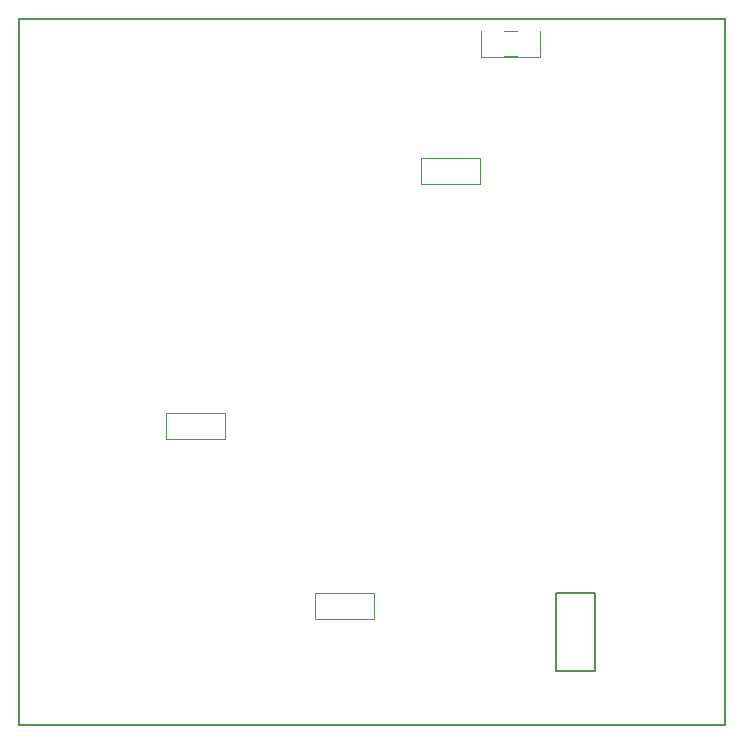
<source format=gbo>
G04 MADE WITH FRITZING*
G04 WWW.FRITZING.ORG*
G04 DOUBLE SIDED*
G04 HOLES PLATED*
G04 CONTOUR ON CENTER OF CONTOUR VECTOR*
%ASAXBY*%
%FSLAX23Y23*%
%MOIN*%
%OFA0B0*%
%SFA1.0B1.0*%
%ADD10C,0.008000*%
%ADD11R,0.001000X0.001000*%
%LNSILK0*%
G90*
G70*
G54D10*
X1794Y186D02*
X1924Y186D01*
D02*
X1924Y186D02*
X1924Y444D01*
D02*
X1924Y444D02*
X1794Y444D01*
D02*
X1794Y444D02*
X1794Y186D01*
G54D11*
X0Y2362D02*
X2361Y2362D01*
X0Y2361D02*
X2361Y2361D01*
X0Y2360D02*
X2361Y2360D01*
X0Y2359D02*
X2361Y2359D01*
X0Y2358D02*
X2361Y2358D01*
X0Y2357D02*
X2361Y2357D01*
X0Y2356D02*
X2361Y2356D01*
X0Y2355D02*
X2361Y2355D01*
X0Y2354D02*
X7Y2354D01*
X2354Y2354D02*
X2361Y2354D01*
X0Y2353D02*
X7Y2353D01*
X2354Y2353D02*
X2361Y2353D01*
X0Y2352D02*
X7Y2352D01*
X2354Y2352D02*
X2361Y2352D01*
X0Y2351D02*
X7Y2351D01*
X2354Y2351D02*
X2361Y2351D01*
X0Y2350D02*
X7Y2350D01*
X2354Y2350D02*
X2361Y2350D01*
X0Y2349D02*
X7Y2349D01*
X2354Y2349D02*
X2361Y2349D01*
X0Y2348D02*
X7Y2348D01*
X2354Y2348D02*
X2361Y2348D01*
X0Y2347D02*
X7Y2347D01*
X2354Y2347D02*
X2361Y2347D01*
X0Y2346D02*
X7Y2346D01*
X2354Y2346D02*
X2361Y2346D01*
X0Y2345D02*
X7Y2345D01*
X2354Y2345D02*
X2361Y2345D01*
X0Y2344D02*
X7Y2344D01*
X2354Y2344D02*
X2361Y2344D01*
X0Y2343D02*
X7Y2343D01*
X2354Y2343D02*
X2361Y2343D01*
X0Y2342D02*
X7Y2342D01*
X2354Y2342D02*
X2361Y2342D01*
X0Y2341D02*
X7Y2341D01*
X2354Y2341D02*
X2361Y2341D01*
X0Y2340D02*
X7Y2340D01*
X2354Y2340D02*
X2361Y2340D01*
X0Y2339D02*
X7Y2339D01*
X2354Y2339D02*
X2361Y2339D01*
X0Y2338D02*
X7Y2338D01*
X2354Y2338D02*
X2361Y2338D01*
X0Y2337D02*
X7Y2337D01*
X2354Y2337D02*
X2361Y2337D01*
X0Y2336D02*
X7Y2336D01*
X2354Y2336D02*
X2361Y2336D01*
X0Y2335D02*
X7Y2335D01*
X2354Y2335D02*
X2361Y2335D01*
X0Y2334D02*
X7Y2334D01*
X2354Y2334D02*
X2361Y2334D01*
X0Y2333D02*
X7Y2333D01*
X2354Y2333D02*
X2361Y2333D01*
X0Y2332D02*
X7Y2332D01*
X2354Y2332D02*
X2361Y2332D01*
X0Y2331D02*
X7Y2331D01*
X2354Y2331D02*
X2361Y2331D01*
X0Y2330D02*
X7Y2330D01*
X2354Y2330D02*
X2361Y2330D01*
X0Y2329D02*
X7Y2329D01*
X2354Y2329D02*
X2361Y2329D01*
X0Y2328D02*
X7Y2328D01*
X2354Y2328D02*
X2361Y2328D01*
X0Y2327D02*
X7Y2327D01*
X2354Y2327D02*
X2361Y2327D01*
X0Y2326D02*
X7Y2326D01*
X2354Y2326D02*
X2361Y2326D01*
X0Y2325D02*
X7Y2325D01*
X2354Y2325D02*
X2361Y2325D01*
X0Y2324D02*
X7Y2324D01*
X2354Y2324D02*
X2361Y2324D01*
X0Y2323D02*
X7Y2323D01*
X2354Y2323D02*
X2361Y2323D01*
X0Y2322D02*
X7Y2322D01*
X2354Y2322D02*
X2361Y2322D01*
X0Y2321D02*
X7Y2321D01*
X2354Y2321D02*
X2361Y2321D01*
X0Y2320D02*
X7Y2320D01*
X2354Y2320D02*
X2361Y2320D01*
X0Y2319D02*
X7Y2319D01*
X1544Y2319D02*
X1744Y2319D01*
X2354Y2319D02*
X2361Y2319D01*
X0Y2318D02*
X7Y2318D01*
X1544Y2318D02*
X1744Y2318D01*
X2354Y2318D02*
X2361Y2318D01*
X0Y2317D02*
X7Y2317D01*
X1544Y2317D02*
X1744Y2317D01*
X2354Y2317D02*
X2361Y2317D01*
X0Y2316D02*
X7Y2316D01*
X1544Y2316D02*
X1546Y2316D01*
X1620Y2316D02*
X1668Y2316D01*
X1742Y2316D02*
X1744Y2316D01*
X2354Y2316D02*
X2361Y2316D01*
X0Y2315D02*
X7Y2315D01*
X1544Y2315D02*
X1546Y2315D01*
X1742Y2315D02*
X1744Y2315D01*
X2354Y2315D02*
X2361Y2315D01*
X0Y2314D02*
X7Y2314D01*
X1544Y2314D02*
X1546Y2314D01*
X1742Y2314D02*
X1744Y2314D01*
X2354Y2314D02*
X2361Y2314D01*
X0Y2313D02*
X7Y2313D01*
X1544Y2313D02*
X1546Y2313D01*
X1742Y2313D02*
X1744Y2313D01*
X2354Y2313D02*
X2361Y2313D01*
X0Y2312D02*
X7Y2312D01*
X1544Y2312D02*
X1546Y2312D01*
X1742Y2312D02*
X1744Y2312D01*
X2354Y2312D02*
X2361Y2312D01*
X0Y2311D02*
X7Y2311D01*
X1544Y2311D02*
X1546Y2311D01*
X1742Y2311D02*
X1744Y2311D01*
X2354Y2311D02*
X2361Y2311D01*
X0Y2310D02*
X7Y2310D01*
X1544Y2310D02*
X1546Y2310D01*
X1742Y2310D02*
X1744Y2310D01*
X2354Y2310D02*
X2361Y2310D01*
X0Y2309D02*
X7Y2309D01*
X1544Y2309D02*
X1546Y2309D01*
X1742Y2309D02*
X1744Y2309D01*
X2354Y2309D02*
X2361Y2309D01*
X0Y2308D02*
X7Y2308D01*
X1544Y2308D02*
X1546Y2308D01*
X1742Y2308D02*
X1744Y2308D01*
X2354Y2308D02*
X2361Y2308D01*
X0Y2307D02*
X7Y2307D01*
X1544Y2307D02*
X1546Y2307D01*
X1742Y2307D02*
X1744Y2307D01*
X2354Y2307D02*
X2361Y2307D01*
X0Y2306D02*
X7Y2306D01*
X1544Y2306D02*
X1546Y2306D01*
X1742Y2306D02*
X1744Y2306D01*
X2354Y2306D02*
X2361Y2306D01*
X0Y2305D02*
X7Y2305D01*
X1544Y2305D02*
X1546Y2305D01*
X1742Y2305D02*
X1744Y2305D01*
X2354Y2305D02*
X2361Y2305D01*
X0Y2304D02*
X7Y2304D01*
X1544Y2304D02*
X1546Y2304D01*
X1742Y2304D02*
X1744Y2304D01*
X2354Y2304D02*
X2361Y2304D01*
X0Y2303D02*
X7Y2303D01*
X1544Y2303D02*
X1546Y2303D01*
X1742Y2303D02*
X1744Y2303D01*
X2354Y2303D02*
X2361Y2303D01*
X0Y2302D02*
X7Y2302D01*
X1544Y2302D02*
X1546Y2302D01*
X1742Y2302D02*
X1744Y2302D01*
X2354Y2302D02*
X2361Y2302D01*
X0Y2301D02*
X7Y2301D01*
X1544Y2301D02*
X1546Y2301D01*
X1742Y2301D02*
X1744Y2301D01*
X2354Y2301D02*
X2361Y2301D01*
X0Y2300D02*
X7Y2300D01*
X1544Y2300D02*
X1546Y2300D01*
X1742Y2300D02*
X1744Y2300D01*
X2354Y2300D02*
X2361Y2300D01*
X0Y2299D02*
X7Y2299D01*
X1544Y2299D02*
X1546Y2299D01*
X1742Y2299D02*
X1744Y2299D01*
X2354Y2299D02*
X2361Y2299D01*
X0Y2298D02*
X7Y2298D01*
X1544Y2298D02*
X1546Y2298D01*
X1742Y2298D02*
X1744Y2298D01*
X2354Y2298D02*
X2361Y2298D01*
X0Y2297D02*
X7Y2297D01*
X1544Y2297D02*
X1546Y2297D01*
X1742Y2297D02*
X1744Y2297D01*
X2354Y2297D02*
X2361Y2297D01*
X0Y2296D02*
X7Y2296D01*
X1544Y2296D02*
X1546Y2296D01*
X1742Y2296D02*
X1744Y2296D01*
X2354Y2296D02*
X2361Y2296D01*
X0Y2295D02*
X7Y2295D01*
X1544Y2295D02*
X1546Y2295D01*
X1742Y2295D02*
X1744Y2295D01*
X2354Y2295D02*
X2361Y2295D01*
X0Y2294D02*
X7Y2294D01*
X1544Y2294D02*
X1546Y2294D01*
X1742Y2294D02*
X1744Y2294D01*
X2354Y2294D02*
X2361Y2294D01*
X0Y2293D02*
X7Y2293D01*
X1544Y2293D02*
X1546Y2293D01*
X1742Y2293D02*
X1744Y2293D01*
X2354Y2293D02*
X2361Y2293D01*
X0Y2292D02*
X7Y2292D01*
X1544Y2292D02*
X1546Y2292D01*
X1742Y2292D02*
X1744Y2292D01*
X2354Y2292D02*
X2361Y2292D01*
X0Y2291D02*
X7Y2291D01*
X1544Y2291D02*
X1546Y2291D01*
X1742Y2291D02*
X1744Y2291D01*
X2354Y2291D02*
X2361Y2291D01*
X0Y2290D02*
X7Y2290D01*
X1544Y2290D02*
X1546Y2290D01*
X1742Y2290D02*
X1744Y2290D01*
X2354Y2290D02*
X2361Y2290D01*
X0Y2289D02*
X7Y2289D01*
X1544Y2289D02*
X1546Y2289D01*
X1742Y2289D02*
X1744Y2289D01*
X2354Y2289D02*
X2361Y2289D01*
X0Y2288D02*
X7Y2288D01*
X1544Y2288D02*
X1546Y2288D01*
X1742Y2288D02*
X1744Y2288D01*
X2354Y2288D02*
X2361Y2288D01*
X0Y2287D02*
X7Y2287D01*
X1544Y2287D02*
X1546Y2287D01*
X1742Y2287D02*
X1744Y2287D01*
X2354Y2287D02*
X2361Y2287D01*
X0Y2286D02*
X7Y2286D01*
X1544Y2286D02*
X1546Y2286D01*
X1742Y2286D02*
X1744Y2286D01*
X2354Y2286D02*
X2361Y2286D01*
X0Y2285D02*
X7Y2285D01*
X1544Y2285D02*
X1546Y2285D01*
X1742Y2285D02*
X1744Y2285D01*
X2354Y2285D02*
X2361Y2285D01*
X0Y2284D02*
X7Y2284D01*
X1544Y2284D02*
X1546Y2284D01*
X1742Y2284D02*
X1744Y2284D01*
X2354Y2284D02*
X2361Y2284D01*
X0Y2283D02*
X7Y2283D01*
X1544Y2283D02*
X1546Y2283D01*
X1742Y2283D02*
X1744Y2283D01*
X2354Y2283D02*
X2361Y2283D01*
X0Y2282D02*
X7Y2282D01*
X1544Y2282D02*
X1546Y2282D01*
X1742Y2282D02*
X1744Y2282D01*
X2354Y2282D02*
X2361Y2282D01*
X0Y2281D02*
X7Y2281D01*
X1544Y2281D02*
X1546Y2281D01*
X1742Y2281D02*
X1744Y2281D01*
X2354Y2281D02*
X2361Y2281D01*
X0Y2280D02*
X7Y2280D01*
X1544Y2280D02*
X1546Y2280D01*
X1742Y2280D02*
X1744Y2280D01*
X2354Y2280D02*
X2361Y2280D01*
X0Y2279D02*
X7Y2279D01*
X1544Y2279D02*
X1546Y2279D01*
X1742Y2279D02*
X1744Y2279D01*
X2354Y2279D02*
X2361Y2279D01*
X0Y2278D02*
X7Y2278D01*
X1544Y2278D02*
X1546Y2278D01*
X1742Y2278D02*
X1744Y2278D01*
X2354Y2278D02*
X2361Y2278D01*
X0Y2277D02*
X7Y2277D01*
X1544Y2277D02*
X1546Y2277D01*
X1742Y2277D02*
X1744Y2277D01*
X2354Y2277D02*
X2361Y2277D01*
X0Y2276D02*
X7Y2276D01*
X1544Y2276D02*
X1546Y2276D01*
X1742Y2276D02*
X1744Y2276D01*
X2354Y2276D02*
X2361Y2276D01*
X0Y2275D02*
X7Y2275D01*
X1544Y2275D02*
X1546Y2275D01*
X1742Y2275D02*
X1744Y2275D01*
X2354Y2275D02*
X2361Y2275D01*
X0Y2274D02*
X7Y2274D01*
X1544Y2274D02*
X1546Y2274D01*
X1742Y2274D02*
X1744Y2274D01*
X2354Y2274D02*
X2361Y2274D01*
X0Y2273D02*
X7Y2273D01*
X1544Y2273D02*
X1546Y2273D01*
X1742Y2273D02*
X1744Y2273D01*
X2354Y2273D02*
X2361Y2273D01*
X0Y2272D02*
X7Y2272D01*
X1544Y2272D02*
X1546Y2272D01*
X1742Y2272D02*
X1744Y2272D01*
X2354Y2272D02*
X2361Y2272D01*
X0Y2271D02*
X7Y2271D01*
X1544Y2271D02*
X1546Y2271D01*
X1742Y2271D02*
X1744Y2271D01*
X2354Y2271D02*
X2361Y2271D01*
X0Y2270D02*
X7Y2270D01*
X1544Y2270D02*
X1546Y2270D01*
X1742Y2270D02*
X1744Y2270D01*
X2354Y2270D02*
X2361Y2270D01*
X0Y2269D02*
X7Y2269D01*
X1544Y2269D02*
X1546Y2269D01*
X1742Y2269D02*
X1744Y2269D01*
X2354Y2269D02*
X2361Y2269D01*
X0Y2268D02*
X7Y2268D01*
X1544Y2268D02*
X1546Y2268D01*
X1742Y2268D02*
X1744Y2268D01*
X2354Y2268D02*
X2361Y2268D01*
X0Y2267D02*
X7Y2267D01*
X1544Y2267D02*
X1546Y2267D01*
X1742Y2267D02*
X1744Y2267D01*
X2354Y2267D02*
X2361Y2267D01*
X0Y2266D02*
X7Y2266D01*
X1544Y2266D02*
X1546Y2266D01*
X1742Y2266D02*
X1744Y2266D01*
X2354Y2266D02*
X2361Y2266D01*
X0Y2265D02*
X7Y2265D01*
X1544Y2265D02*
X1546Y2265D01*
X1742Y2265D02*
X1744Y2265D01*
X2354Y2265D02*
X2361Y2265D01*
X0Y2264D02*
X7Y2264D01*
X1544Y2264D02*
X1546Y2264D01*
X1742Y2264D02*
X1744Y2264D01*
X2354Y2264D02*
X2361Y2264D01*
X0Y2263D02*
X7Y2263D01*
X1544Y2263D02*
X1546Y2263D01*
X1742Y2263D02*
X1744Y2263D01*
X2354Y2263D02*
X2361Y2263D01*
X0Y2262D02*
X7Y2262D01*
X1544Y2262D02*
X1546Y2262D01*
X1742Y2262D02*
X1744Y2262D01*
X2354Y2262D02*
X2361Y2262D01*
X0Y2261D02*
X7Y2261D01*
X1544Y2261D02*
X1546Y2261D01*
X1742Y2261D02*
X1744Y2261D01*
X2354Y2261D02*
X2361Y2261D01*
X0Y2260D02*
X7Y2260D01*
X1544Y2260D02*
X1546Y2260D01*
X1742Y2260D02*
X1744Y2260D01*
X2354Y2260D02*
X2361Y2260D01*
X0Y2259D02*
X7Y2259D01*
X1544Y2259D02*
X1546Y2259D01*
X1742Y2259D02*
X1744Y2259D01*
X2354Y2259D02*
X2361Y2259D01*
X0Y2258D02*
X7Y2258D01*
X1544Y2258D02*
X1546Y2258D01*
X1742Y2258D02*
X1744Y2258D01*
X2354Y2258D02*
X2361Y2258D01*
X0Y2257D02*
X7Y2257D01*
X1544Y2257D02*
X1546Y2257D01*
X1742Y2257D02*
X1744Y2257D01*
X2354Y2257D02*
X2361Y2257D01*
X0Y2256D02*
X7Y2256D01*
X1544Y2256D02*
X1546Y2256D01*
X1742Y2256D02*
X1744Y2256D01*
X2354Y2256D02*
X2361Y2256D01*
X0Y2255D02*
X7Y2255D01*
X1544Y2255D02*
X1546Y2255D01*
X1742Y2255D02*
X1744Y2255D01*
X2354Y2255D02*
X2361Y2255D01*
X0Y2254D02*
X7Y2254D01*
X1544Y2254D02*
X1546Y2254D01*
X1742Y2254D02*
X1744Y2254D01*
X2354Y2254D02*
X2361Y2254D01*
X0Y2253D02*
X7Y2253D01*
X1544Y2253D02*
X1546Y2253D01*
X1742Y2253D02*
X1744Y2253D01*
X2354Y2253D02*
X2361Y2253D01*
X0Y2252D02*
X7Y2252D01*
X1544Y2252D02*
X1546Y2252D01*
X1742Y2252D02*
X1744Y2252D01*
X2354Y2252D02*
X2361Y2252D01*
X0Y2251D02*
X7Y2251D01*
X1544Y2251D02*
X1546Y2251D01*
X1742Y2251D02*
X1744Y2251D01*
X2354Y2251D02*
X2361Y2251D01*
X0Y2250D02*
X7Y2250D01*
X1544Y2250D02*
X1546Y2250D01*
X1742Y2250D02*
X1744Y2250D01*
X2354Y2250D02*
X2361Y2250D01*
X0Y2249D02*
X7Y2249D01*
X1544Y2249D02*
X1546Y2249D01*
X1742Y2249D02*
X1744Y2249D01*
X2354Y2249D02*
X2361Y2249D01*
X0Y2248D02*
X7Y2248D01*
X1544Y2248D02*
X1546Y2248D01*
X1742Y2248D02*
X1744Y2248D01*
X2354Y2248D02*
X2361Y2248D01*
X0Y2247D02*
X7Y2247D01*
X1544Y2247D02*
X1546Y2247D01*
X1742Y2247D02*
X1744Y2247D01*
X2354Y2247D02*
X2361Y2247D01*
X0Y2246D02*
X7Y2246D01*
X1544Y2246D02*
X1546Y2246D01*
X1742Y2246D02*
X1744Y2246D01*
X2354Y2246D02*
X2361Y2246D01*
X0Y2245D02*
X7Y2245D01*
X1544Y2245D02*
X1546Y2245D01*
X1742Y2245D02*
X1744Y2245D01*
X2354Y2245D02*
X2361Y2245D01*
X0Y2244D02*
X7Y2244D01*
X1544Y2244D02*
X1546Y2244D01*
X1742Y2244D02*
X1744Y2244D01*
X2354Y2244D02*
X2361Y2244D01*
X0Y2243D02*
X7Y2243D01*
X1544Y2243D02*
X1546Y2243D01*
X1742Y2243D02*
X1744Y2243D01*
X2354Y2243D02*
X2361Y2243D01*
X0Y2242D02*
X7Y2242D01*
X1544Y2242D02*
X1546Y2242D01*
X1742Y2242D02*
X1744Y2242D01*
X2354Y2242D02*
X2361Y2242D01*
X0Y2241D02*
X7Y2241D01*
X1544Y2241D02*
X1546Y2241D01*
X1742Y2241D02*
X1744Y2241D01*
X2354Y2241D02*
X2361Y2241D01*
X0Y2240D02*
X7Y2240D01*
X1544Y2240D02*
X1546Y2240D01*
X1742Y2240D02*
X1744Y2240D01*
X2354Y2240D02*
X2361Y2240D01*
X0Y2239D02*
X7Y2239D01*
X1544Y2239D02*
X1546Y2239D01*
X1742Y2239D02*
X1744Y2239D01*
X2354Y2239D02*
X2361Y2239D01*
X0Y2238D02*
X7Y2238D01*
X1544Y2238D02*
X1546Y2238D01*
X1742Y2238D02*
X1744Y2238D01*
X2354Y2238D02*
X2361Y2238D01*
X0Y2237D02*
X7Y2237D01*
X1544Y2237D02*
X1546Y2237D01*
X1742Y2237D02*
X1744Y2237D01*
X2354Y2237D02*
X2361Y2237D01*
X0Y2236D02*
X7Y2236D01*
X1544Y2236D02*
X1546Y2236D01*
X1742Y2236D02*
X1744Y2236D01*
X2354Y2236D02*
X2361Y2236D01*
X0Y2235D02*
X7Y2235D01*
X1544Y2235D02*
X1546Y2235D01*
X1742Y2235D02*
X1744Y2235D01*
X2354Y2235D02*
X2361Y2235D01*
X0Y2234D02*
X7Y2234D01*
X1544Y2234D02*
X1546Y2234D01*
X1742Y2234D02*
X1744Y2234D01*
X2354Y2234D02*
X2361Y2234D01*
X0Y2233D02*
X7Y2233D01*
X1544Y2233D02*
X1546Y2233D01*
X1620Y2233D02*
X1668Y2233D01*
X1742Y2233D02*
X1744Y2233D01*
X2354Y2233D02*
X2361Y2233D01*
X0Y2232D02*
X7Y2232D01*
X1544Y2232D02*
X1744Y2232D01*
X2354Y2232D02*
X2361Y2232D01*
X0Y2231D02*
X7Y2231D01*
X1544Y2231D02*
X1744Y2231D01*
X2354Y2231D02*
X2361Y2231D01*
X0Y2230D02*
X7Y2230D01*
X1544Y2230D02*
X1744Y2230D01*
X2354Y2230D02*
X2361Y2230D01*
X0Y2229D02*
X7Y2229D01*
X2354Y2229D02*
X2361Y2229D01*
X0Y2228D02*
X7Y2228D01*
X2354Y2228D02*
X2361Y2228D01*
X0Y2227D02*
X7Y2227D01*
X2354Y2227D02*
X2361Y2227D01*
X0Y2226D02*
X7Y2226D01*
X2354Y2226D02*
X2361Y2226D01*
X0Y2225D02*
X7Y2225D01*
X2354Y2225D02*
X2361Y2225D01*
X0Y2224D02*
X7Y2224D01*
X2354Y2224D02*
X2361Y2224D01*
X0Y2223D02*
X7Y2223D01*
X2354Y2223D02*
X2361Y2223D01*
X0Y2222D02*
X7Y2222D01*
X2354Y2222D02*
X2361Y2222D01*
X0Y2221D02*
X7Y2221D01*
X2354Y2221D02*
X2361Y2221D01*
X0Y2220D02*
X7Y2220D01*
X2354Y2220D02*
X2361Y2220D01*
X0Y2219D02*
X7Y2219D01*
X2354Y2219D02*
X2361Y2219D01*
X0Y2218D02*
X7Y2218D01*
X2354Y2218D02*
X2361Y2218D01*
X0Y2217D02*
X7Y2217D01*
X2354Y2217D02*
X2361Y2217D01*
X0Y2216D02*
X7Y2216D01*
X2354Y2216D02*
X2361Y2216D01*
X0Y2215D02*
X7Y2215D01*
X2354Y2215D02*
X2361Y2215D01*
X0Y2214D02*
X7Y2214D01*
X2354Y2214D02*
X2361Y2214D01*
X0Y2213D02*
X7Y2213D01*
X2354Y2213D02*
X2361Y2213D01*
X0Y2212D02*
X7Y2212D01*
X2354Y2212D02*
X2361Y2212D01*
X0Y2211D02*
X7Y2211D01*
X2354Y2211D02*
X2361Y2211D01*
X0Y2210D02*
X7Y2210D01*
X2354Y2210D02*
X2361Y2210D01*
X0Y2209D02*
X7Y2209D01*
X2354Y2209D02*
X2361Y2209D01*
X0Y2208D02*
X7Y2208D01*
X2354Y2208D02*
X2361Y2208D01*
X0Y2207D02*
X7Y2207D01*
X2354Y2207D02*
X2361Y2207D01*
X0Y2206D02*
X7Y2206D01*
X2354Y2206D02*
X2361Y2206D01*
X0Y2205D02*
X7Y2205D01*
X2354Y2205D02*
X2361Y2205D01*
X0Y2204D02*
X7Y2204D01*
X2354Y2204D02*
X2361Y2204D01*
X0Y2203D02*
X7Y2203D01*
X2354Y2203D02*
X2361Y2203D01*
X0Y2202D02*
X7Y2202D01*
X2354Y2202D02*
X2361Y2202D01*
X0Y2201D02*
X7Y2201D01*
X2354Y2201D02*
X2361Y2201D01*
X0Y2200D02*
X7Y2200D01*
X2354Y2200D02*
X2361Y2200D01*
X0Y2199D02*
X7Y2199D01*
X2354Y2199D02*
X2361Y2199D01*
X0Y2198D02*
X7Y2198D01*
X2354Y2198D02*
X2361Y2198D01*
X0Y2197D02*
X7Y2197D01*
X2354Y2197D02*
X2361Y2197D01*
X0Y2196D02*
X7Y2196D01*
X2354Y2196D02*
X2361Y2196D01*
X0Y2195D02*
X7Y2195D01*
X2354Y2195D02*
X2361Y2195D01*
X0Y2194D02*
X7Y2194D01*
X2354Y2194D02*
X2361Y2194D01*
X0Y2193D02*
X7Y2193D01*
X2354Y2193D02*
X2361Y2193D01*
X0Y2192D02*
X7Y2192D01*
X2354Y2192D02*
X2361Y2192D01*
X0Y2191D02*
X7Y2191D01*
X2354Y2191D02*
X2361Y2191D01*
X0Y2190D02*
X7Y2190D01*
X2354Y2190D02*
X2361Y2190D01*
X0Y2189D02*
X7Y2189D01*
X2354Y2189D02*
X2361Y2189D01*
X0Y2188D02*
X7Y2188D01*
X2354Y2188D02*
X2361Y2188D01*
X0Y2187D02*
X7Y2187D01*
X2354Y2187D02*
X2361Y2187D01*
X0Y2186D02*
X7Y2186D01*
X2354Y2186D02*
X2361Y2186D01*
X0Y2185D02*
X7Y2185D01*
X2354Y2185D02*
X2361Y2185D01*
X0Y2184D02*
X7Y2184D01*
X2354Y2184D02*
X2361Y2184D01*
X0Y2183D02*
X7Y2183D01*
X2354Y2183D02*
X2361Y2183D01*
X0Y2182D02*
X7Y2182D01*
X2354Y2182D02*
X2361Y2182D01*
X0Y2181D02*
X7Y2181D01*
X2354Y2181D02*
X2361Y2181D01*
X0Y2180D02*
X7Y2180D01*
X2354Y2180D02*
X2361Y2180D01*
X0Y2179D02*
X7Y2179D01*
X2354Y2179D02*
X2361Y2179D01*
X0Y2178D02*
X7Y2178D01*
X2354Y2178D02*
X2361Y2178D01*
X0Y2177D02*
X7Y2177D01*
X2354Y2177D02*
X2361Y2177D01*
X0Y2176D02*
X7Y2176D01*
X2354Y2176D02*
X2361Y2176D01*
X0Y2175D02*
X7Y2175D01*
X2354Y2175D02*
X2361Y2175D01*
X0Y2174D02*
X7Y2174D01*
X2354Y2174D02*
X2361Y2174D01*
X0Y2173D02*
X7Y2173D01*
X2354Y2173D02*
X2361Y2173D01*
X0Y2172D02*
X7Y2172D01*
X2354Y2172D02*
X2361Y2172D01*
X0Y2171D02*
X7Y2171D01*
X2354Y2171D02*
X2361Y2171D01*
X0Y2170D02*
X7Y2170D01*
X2354Y2170D02*
X2361Y2170D01*
X0Y2169D02*
X7Y2169D01*
X2354Y2169D02*
X2361Y2169D01*
X0Y2168D02*
X7Y2168D01*
X2354Y2168D02*
X2361Y2168D01*
X0Y2167D02*
X7Y2167D01*
X2354Y2167D02*
X2361Y2167D01*
X0Y2166D02*
X7Y2166D01*
X2354Y2166D02*
X2361Y2166D01*
X0Y2165D02*
X7Y2165D01*
X2354Y2165D02*
X2361Y2165D01*
X0Y2164D02*
X7Y2164D01*
X2354Y2164D02*
X2361Y2164D01*
X0Y2163D02*
X7Y2163D01*
X2354Y2163D02*
X2361Y2163D01*
X0Y2162D02*
X7Y2162D01*
X2354Y2162D02*
X2361Y2162D01*
X0Y2161D02*
X7Y2161D01*
X2354Y2161D02*
X2361Y2161D01*
X0Y2160D02*
X7Y2160D01*
X2354Y2160D02*
X2361Y2160D01*
X0Y2159D02*
X7Y2159D01*
X2354Y2159D02*
X2361Y2159D01*
X0Y2158D02*
X7Y2158D01*
X2354Y2158D02*
X2361Y2158D01*
X0Y2157D02*
X7Y2157D01*
X2354Y2157D02*
X2361Y2157D01*
X0Y2156D02*
X7Y2156D01*
X2354Y2156D02*
X2361Y2156D01*
X0Y2155D02*
X7Y2155D01*
X2354Y2155D02*
X2361Y2155D01*
X0Y2154D02*
X7Y2154D01*
X2354Y2154D02*
X2361Y2154D01*
X0Y2153D02*
X7Y2153D01*
X2354Y2153D02*
X2361Y2153D01*
X0Y2152D02*
X7Y2152D01*
X2354Y2152D02*
X2361Y2152D01*
X0Y2151D02*
X7Y2151D01*
X2354Y2151D02*
X2361Y2151D01*
X0Y2150D02*
X7Y2150D01*
X2354Y2150D02*
X2361Y2150D01*
X0Y2149D02*
X7Y2149D01*
X2354Y2149D02*
X2361Y2149D01*
X0Y2148D02*
X7Y2148D01*
X2354Y2148D02*
X2361Y2148D01*
X0Y2147D02*
X7Y2147D01*
X2354Y2147D02*
X2361Y2147D01*
X0Y2146D02*
X7Y2146D01*
X2354Y2146D02*
X2361Y2146D01*
X0Y2145D02*
X7Y2145D01*
X2354Y2145D02*
X2361Y2145D01*
X0Y2144D02*
X7Y2144D01*
X2354Y2144D02*
X2361Y2144D01*
X0Y2143D02*
X7Y2143D01*
X2354Y2143D02*
X2361Y2143D01*
X0Y2142D02*
X7Y2142D01*
X2354Y2142D02*
X2361Y2142D01*
X0Y2141D02*
X7Y2141D01*
X2354Y2141D02*
X2361Y2141D01*
X0Y2140D02*
X7Y2140D01*
X2354Y2140D02*
X2361Y2140D01*
X0Y2139D02*
X7Y2139D01*
X2354Y2139D02*
X2361Y2139D01*
X0Y2138D02*
X7Y2138D01*
X2354Y2138D02*
X2361Y2138D01*
X0Y2137D02*
X7Y2137D01*
X2354Y2137D02*
X2361Y2137D01*
X0Y2136D02*
X7Y2136D01*
X2354Y2136D02*
X2361Y2136D01*
X0Y2135D02*
X7Y2135D01*
X2354Y2135D02*
X2361Y2135D01*
X0Y2134D02*
X7Y2134D01*
X2354Y2134D02*
X2361Y2134D01*
X0Y2133D02*
X7Y2133D01*
X2354Y2133D02*
X2361Y2133D01*
X0Y2132D02*
X7Y2132D01*
X2354Y2132D02*
X2361Y2132D01*
X0Y2131D02*
X7Y2131D01*
X2354Y2131D02*
X2361Y2131D01*
X0Y2130D02*
X7Y2130D01*
X2354Y2130D02*
X2361Y2130D01*
X0Y2129D02*
X7Y2129D01*
X2354Y2129D02*
X2361Y2129D01*
X0Y2128D02*
X7Y2128D01*
X2354Y2128D02*
X2361Y2128D01*
X0Y2127D02*
X7Y2127D01*
X2354Y2127D02*
X2361Y2127D01*
X0Y2126D02*
X7Y2126D01*
X2354Y2126D02*
X2361Y2126D01*
X0Y2125D02*
X7Y2125D01*
X2354Y2125D02*
X2361Y2125D01*
X0Y2124D02*
X7Y2124D01*
X2354Y2124D02*
X2361Y2124D01*
X0Y2123D02*
X7Y2123D01*
X2354Y2123D02*
X2361Y2123D01*
X0Y2122D02*
X7Y2122D01*
X2354Y2122D02*
X2361Y2122D01*
X0Y2121D02*
X7Y2121D01*
X2354Y2121D02*
X2361Y2121D01*
X0Y2120D02*
X7Y2120D01*
X2354Y2120D02*
X2361Y2120D01*
X0Y2119D02*
X7Y2119D01*
X2354Y2119D02*
X2361Y2119D01*
X0Y2118D02*
X7Y2118D01*
X2354Y2118D02*
X2361Y2118D01*
X0Y2117D02*
X7Y2117D01*
X2354Y2117D02*
X2361Y2117D01*
X0Y2116D02*
X7Y2116D01*
X2354Y2116D02*
X2361Y2116D01*
X0Y2115D02*
X7Y2115D01*
X2354Y2115D02*
X2361Y2115D01*
X0Y2114D02*
X7Y2114D01*
X2354Y2114D02*
X2361Y2114D01*
X0Y2113D02*
X7Y2113D01*
X2354Y2113D02*
X2361Y2113D01*
X0Y2112D02*
X7Y2112D01*
X2354Y2112D02*
X2361Y2112D01*
X0Y2111D02*
X7Y2111D01*
X2354Y2111D02*
X2361Y2111D01*
X0Y2110D02*
X7Y2110D01*
X2354Y2110D02*
X2361Y2110D01*
X0Y2109D02*
X7Y2109D01*
X2354Y2109D02*
X2361Y2109D01*
X0Y2108D02*
X7Y2108D01*
X2354Y2108D02*
X2361Y2108D01*
X0Y2107D02*
X7Y2107D01*
X2354Y2107D02*
X2361Y2107D01*
X0Y2106D02*
X7Y2106D01*
X2354Y2106D02*
X2361Y2106D01*
X0Y2105D02*
X7Y2105D01*
X2354Y2105D02*
X2361Y2105D01*
X0Y2104D02*
X7Y2104D01*
X2354Y2104D02*
X2361Y2104D01*
X0Y2103D02*
X7Y2103D01*
X2354Y2103D02*
X2361Y2103D01*
X0Y2102D02*
X7Y2102D01*
X2354Y2102D02*
X2361Y2102D01*
X0Y2101D02*
X7Y2101D01*
X2354Y2101D02*
X2361Y2101D01*
X0Y2100D02*
X7Y2100D01*
X2354Y2100D02*
X2361Y2100D01*
X0Y2099D02*
X7Y2099D01*
X2354Y2099D02*
X2361Y2099D01*
X0Y2098D02*
X7Y2098D01*
X2354Y2098D02*
X2361Y2098D01*
X0Y2097D02*
X7Y2097D01*
X2354Y2097D02*
X2361Y2097D01*
X0Y2096D02*
X7Y2096D01*
X2354Y2096D02*
X2361Y2096D01*
X0Y2095D02*
X7Y2095D01*
X2354Y2095D02*
X2361Y2095D01*
X0Y2094D02*
X7Y2094D01*
X2354Y2094D02*
X2361Y2094D01*
X0Y2093D02*
X7Y2093D01*
X2354Y2093D02*
X2361Y2093D01*
X0Y2092D02*
X7Y2092D01*
X2354Y2092D02*
X2361Y2092D01*
X0Y2091D02*
X7Y2091D01*
X2354Y2091D02*
X2361Y2091D01*
X0Y2090D02*
X7Y2090D01*
X2354Y2090D02*
X2361Y2090D01*
X0Y2089D02*
X7Y2089D01*
X2354Y2089D02*
X2361Y2089D01*
X0Y2088D02*
X7Y2088D01*
X2354Y2088D02*
X2361Y2088D01*
X0Y2087D02*
X7Y2087D01*
X2354Y2087D02*
X2361Y2087D01*
X0Y2086D02*
X7Y2086D01*
X2354Y2086D02*
X2361Y2086D01*
X0Y2085D02*
X7Y2085D01*
X2354Y2085D02*
X2361Y2085D01*
X0Y2084D02*
X7Y2084D01*
X2354Y2084D02*
X2361Y2084D01*
X0Y2083D02*
X7Y2083D01*
X2354Y2083D02*
X2361Y2083D01*
X0Y2082D02*
X7Y2082D01*
X2354Y2082D02*
X2361Y2082D01*
X0Y2081D02*
X7Y2081D01*
X2354Y2081D02*
X2361Y2081D01*
X0Y2080D02*
X7Y2080D01*
X2354Y2080D02*
X2361Y2080D01*
X0Y2079D02*
X7Y2079D01*
X2354Y2079D02*
X2361Y2079D01*
X0Y2078D02*
X7Y2078D01*
X2354Y2078D02*
X2361Y2078D01*
X0Y2077D02*
X7Y2077D01*
X2354Y2077D02*
X2361Y2077D01*
X0Y2076D02*
X7Y2076D01*
X2354Y2076D02*
X2361Y2076D01*
X0Y2075D02*
X7Y2075D01*
X2354Y2075D02*
X2361Y2075D01*
X0Y2074D02*
X7Y2074D01*
X2354Y2074D02*
X2361Y2074D01*
X0Y2073D02*
X7Y2073D01*
X2354Y2073D02*
X2361Y2073D01*
X0Y2072D02*
X7Y2072D01*
X2354Y2072D02*
X2361Y2072D01*
X0Y2071D02*
X7Y2071D01*
X2354Y2071D02*
X2361Y2071D01*
X0Y2070D02*
X7Y2070D01*
X2354Y2070D02*
X2361Y2070D01*
X0Y2069D02*
X7Y2069D01*
X2354Y2069D02*
X2361Y2069D01*
X0Y2068D02*
X7Y2068D01*
X2354Y2068D02*
X2361Y2068D01*
X0Y2067D02*
X7Y2067D01*
X2354Y2067D02*
X2361Y2067D01*
X0Y2066D02*
X7Y2066D01*
X2354Y2066D02*
X2361Y2066D01*
X0Y2065D02*
X7Y2065D01*
X2354Y2065D02*
X2361Y2065D01*
X0Y2064D02*
X7Y2064D01*
X2354Y2064D02*
X2361Y2064D01*
X0Y2063D02*
X7Y2063D01*
X2354Y2063D02*
X2361Y2063D01*
X0Y2062D02*
X7Y2062D01*
X2354Y2062D02*
X2361Y2062D01*
X0Y2061D02*
X7Y2061D01*
X2354Y2061D02*
X2361Y2061D01*
X0Y2060D02*
X7Y2060D01*
X2354Y2060D02*
X2361Y2060D01*
X0Y2059D02*
X7Y2059D01*
X2354Y2059D02*
X2361Y2059D01*
X0Y2058D02*
X7Y2058D01*
X2354Y2058D02*
X2361Y2058D01*
X0Y2057D02*
X7Y2057D01*
X2354Y2057D02*
X2361Y2057D01*
X0Y2056D02*
X7Y2056D01*
X2354Y2056D02*
X2361Y2056D01*
X0Y2055D02*
X7Y2055D01*
X2354Y2055D02*
X2361Y2055D01*
X0Y2054D02*
X7Y2054D01*
X2354Y2054D02*
X2361Y2054D01*
X0Y2053D02*
X7Y2053D01*
X2354Y2053D02*
X2361Y2053D01*
X0Y2052D02*
X7Y2052D01*
X2354Y2052D02*
X2361Y2052D01*
X0Y2051D02*
X7Y2051D01*
X2354Y2051D02*
X2361Y2051D01*
X0Y2050D02*
X7Y2050D01*
X2354Y2050D02*
X2361Y2050D01*
X0Y2049D02*
X7Y2049D01*
X2354Y2049D02*
X2361Y2049D01*
X0Y2048D02*
X7Y2048D01*
X2354Y2048D02*
X2361Y2048D01*
X0Y2047D02*
X7Y2047D01*
X2354Y2047D02*
X2361Y2047D01*
X0Y2046D02*
X7Y2046D01*
X2354Y2046D02*
X2361Y2046D01*
X0Y2045D02*
X7Y2045D01*
X2354Y2045D02*
X2361Y2045D01*
X0Y2044D02*
X7Y2044D01*
X2354Y2044D02*
X2361Y2044D01*
X0Y2043D02*
X7Y2043D01*
X2354Y2043D02*
X2361Y2043D01*
X0Y2042D02*
X7Y2042D01*
X2354Y2042D02*
X2361Y2042D01*
X0Y2041D02*
X7Y2041D01*
X2354Y2041D02*
X2361Y2041D01*
X0Y2040D02*
X7Y2040D01*
X2354Y2040D02*
X2361Y2040D01*
X0Y2039D02*
X7Y2039D01*
X2354Y2039D02*
X2361Y2039D01*
X0Y2038D02*
X7Y2038D01*
X2354Y2038D02*
X2361Y2038D01*
X0Y2037D02*
X7Y2037D01*
X2354Y2037D02*
X2361Y2037D01*
X0Y2036D02*
X7Y2036D01*
X2354Y2036D02*
X2361Y2036D01*
X0Y2035D02*
X7Y2035D01*
X2354Y2035D02*
X2361Y2035D01*
X0Y2034D02*
X7Y2034D01*
X2354Y2034D02*
X2361Y2034D01*
X0Y2033D02*
X7Y2033D01*
X2354Y2033D02*
X2361Y2033D01*
X0Y2032D02*
X7Y2032D01*
X2354Y2032D02*
X2361Y2032D01*
X0Y2031D02*
X7Y2031D01*
X2354Y2031D02*
X2361Y2031D01*
X0Y2030D02*
X7Y2030D01*
X2354Y2030D02*
X2361Y2030D01*
X0Y2029D02*
X7Y2029D01*
X2354Y2029D02*
X2361Y2029D01*
X0Y2028D02*
X7Y2028D01*
X2354Y2028D02*
X2361Y2028D01*
X0Y2027D02*
X7Y2027D01*
X2354Y2027D02*
X2361Y2027D01*
X0Y2026D02*
X7Y2026D01*
X2354Y2026D02*
X2361Y2026D01*
X0Y2025D02*
X7Y2025D01*
X2354Y2025D02*
X2361Y2025D01*
X0Y2024D02*
X7Y2024D01*
X2354Y2024D02*
X2361Y2024D01*
X0Y2023D02*
X7Y2023D01*
X2354Y2023D02*
X2361Y2023D01*
X0Y2022D02*
X7Y2022D01*
X2354Y2022D02*
X2361Y2022D01*
X0Y2021D02*
X7Y2021D01*
X2354Y2021D02*
X2361Y2021D01*
X0Y2020D02*
X7Y2020D01*
X2354Y2020D02*
X2361Y2020D01*
X0Y2019D02*
X7Y2019D01*
X2354Y2019D02*
X2361Y2019D01*
X0Y2018D02*
X7Y2018D01*
X2354Y2018D02*
X2361Y2018D01*
X0Y2017D02*
X7Y2017D01*
X2354Y2017D02*
X2361Y2017D01*
X0Y2016D02*
X7Y2016D01*
X2354Y2016D02*
X2361Y2016D01*
X0Y2015D02*
X7Y2015D01*
X2354Y2015D02*
X2361Y2015D01*
X0Y2014D02*
X7Y2014D01*
X2354Y2014D02*
X2361Y2014D01*
X0Y2013D02*
X7Y2013D01*
X2354Y2013D02*
X2361Y2013D01*
X0Y2012D02*
X7Y2012D01*
X2354Y2012D02*
X2361Y2012D01*
X0Y2011D02*
X7Y2011D01*
X2354Y2011D02*
X2361Y2011D01*
X0Y2010D02*
X7Y2010D01*
X2354Y2010D02*
X2361Y2010D01*
X0Y2009D02*
X7Y2009D01*
X2354Y2009D02*
X2361Y2009D01*
X0Y2008D02*
X7Y2008D01*
X2354Y2008D02*
X2361Y2008D01*
X0Y2007D02*
X7Y2007D01*
X2354Y2007D02*
X2361Y2007D01*
X0Y2006D02*
X7Y2006D01*
X2354Y2006D02*
X2361Y2006D01*
X0Y2005D02*
X7Y2005D01*
X2354Y2005D02*
X2361Y2005D01*
X0Y2004D02*
X7Y2004D01*
X2354Y2004D02*
X2361Y2004D01*
X0Y2003D02*
X7Y2003D01*
X2354Y2003D02*
X2361Y2003D01*
X0Y2002D02*
X7Y2002D01*
X2354Y2002D02*
X2361Y2002D01*
X0Y2001D02*
X7Y2001D01*
X2354Y2001D02*
X2361Y2001D01*
X0Y2000D02*
X7Y2000D01*
X2354Y2000D02*
X2361Y2000D01*
X0Y1999D02*
X7Y1999D01*
X2354Y1999D02*
X2361Y1999D01*
X0Y1998D02*
X7Y1998D01*
X2354Y1998D02*
X2361Y1998D01*
X0Y1997D02*
X7Y1997D01*
X2354Y1997D02*
X2361Y1997D01*
X0Y1996D02*
X7Y1996D01*
X2354Y1996D02*
X2361Y1996D01*
X0Y1995D02*
X7Y1995D01*
X2354Y1995D02*
X2361Y1995D01*
X0Y1994D02*
X7Y1994D01*
X2354Y1994D02*
X2361Y1994D01*
X0Y1993D02*
X7Y1993D01*
X2354Y1993D02*
X2361Y1993D01*
X0Y1992D02*
X7Y1992D01*
X2354Y1992D02*
X2361Y1992D01*
X0Y1991D02*
X7Y1991D01*
X2354Y1991D02*
X2361Y1991D01*
X0Y1990D02*
X7Y1990D01*
X2354Y1990D02*
X2361Y1990D01*
X0Y1989D02*
X7Y1989D01*
X2354Y1989D02*
X2361Y1989D01*
X0Y1988D02*
X7Y1988D01*
X2354Y1988D02*
X2361Y1988D01*
X0Y1987D02*
X7Y1987D01*
X2354Y1987D02*
X2361Y1987D01*
X0Y1986D02*
X7Y1986D01*
X2354Y1986D02*
X2361Y1986D01*
X0Y1985D02*
X7Y1985D01*
X2354Y1985D02*
X2361Y1985D01*
X0Y1984D02*
X7Y1984D01*
X2354Y1984D02*
X2361Y1984D01*
X0Y1983D02*
X7Y1983D01*
X2354Y1983D02*
X2361Y1983D01*
X0Y1982D02*
X7Y1982D01*
X2354Y1982D02*
X2361Y1982D01*
X0Y1981D02*
X7Y1981D01*
X2354Y1981D02*
X2361Y1981D01*
X0Y1980D02*
X7Y1980D01*
X2354Y1980D02*
X2361Y1980D01*
X0Y1979D02*
X7Y1979D01*
X2354Y1979D02*
X2361Y1979D01*
X0Y1978D02*
X7Y1978D01*
X2354Y1978D02*
X2361Y1978D01*
X0Y1977D02*
X7Y1977D01*
X2354Y1977D02*
X2361Y1977D01*
X0Y1976D02*
X7Y1976D01*
X2354Y1976D02*
X2361Y1976D01*
X0Y1975D02*
X7Y1975D01*
X2354Y1975D02*
X2361Y1975D01*
X0Y1974D02*
X7Y1974D01*
X2354Y1974D02*
X2361Y1974D01*
X0Y1973D02*
X7Y1973D01*
X2354Y1973D02*
X2361Y1973D01*
X0Y1972D02*
X7Y1972D01*
X2354Y1972D02*
X2361Y1972D01*
X0Y1971D02*
X7Y1971D01*
X2354Y1971D02*
X2361Y1971D01*
X0Y1970D02*
X7Y1970D01*
X2354Y1970D02*
X2361Y1970D01*
X0Y1969D02*
X7Y1969D01*
X2354Y1969D02*
X2361Y1969D01*
X0Y1968D02*
X7Y1968D01*
X2354Y1968D02*
X2361Y1968D01*
X0Y1967D02*
X7Y1967D01*
X2354Y1967D02*
X2361Y1967D01*
X0Y1966D02*
X7Y1966D01*
X2354Y1966D02*
X2361Y1966D01*
X0Y1965D02*
X7Y1965D01*
X2354Y1965D02*
X2361Y1965D01*
X0Y1964D02*
X7Y1964D01*
X2354Y1964D02*
X2361Y1964D01*
X0Y1963D02*
X7Y1963D01*
X2354Y1963D02*
X2361Y1963D01*
X0Y1962D02*
X7Y1962D01*
X2354Y1962D02*
X2361Y1962D01*
X0Y1961D02*
X7Y1961D01*
X2354Y1961D02*
X2361Y1961D01*
X0Y1960D02*
X7Y1960D01*
X2354Y1960D02*
X2361Y1960D01*
X0Y1959D02*
X7Y1959D01*
X2354Y1959D02*
X2361Y1959D01*
X0Y1958D02*
X7Y1958D01*
X2354Y1958D02*
X2361Y1958D01*
X0Y1957D02*
X7Y1957D01*
X2354Y1957D02*
X2361Y1957D01*
X0Y1956D02*
X7Y1956D01*
X2354Y1956D02*
X2361Y1956D01*
X0Y1955D02*
X7Y1955D01*
X2354Y1955D02*
X2361Y1955D01*
X0Y1954D02*
X7Y1954D01*
X2354Y1954D02*
X2361Y1954D01*
X0Y1953D02*
X7Y1953D01*
X2354Y1953D02*
X2361Y1953D01*
X0Y1952D02*
X7Y1952D01*
X2354Y1952D02*
X2361Y1952D01*
X0Y1951D02*
X7Y1951D01*
X2354Y1951D02*
X2361Y1951D01*
X0Y1950D02*
X7Y1950D01*
X2354Y1950D02*
X2361Y1950D01*
X0Y1949D02*
X7Y1949D01*
X2354Y1949D02*
X2361Y1949D01*
X0Y1948D02*
X7Y1948D01*
X2354Y1948D02*
X2361Y1948D01*
X0Y1947D02*
X7Y1947D01*
X2354Y1947D02*
X2361Y1947D01*
X0Y1946D02*
X7Y1946D01*
X2354Y1946D02*
X2361Y1946D01*
X0Y1945D02*
X7Y1945D01*
X2354Y1945D02*
X2361Y1945D01*
X0Y1944D02*
X7Y1944D01*
X2354Y1944D02*
X2361Y1944D01*
X0Y1943D02*
X7Y1943D01*
X2354Y1943D02*
X2361Y1943D01*
X0Y1942D02*
X7Y1942D01*
X2354Y1942D02*
X2361Y1942D01*
X0Y1941D02*
X7Y1941D01*
X2354Y1941D02*
X2361Y1941D01*
X0Y1940D02*
X7Y1940D01*
X2354Y1940D02*
X2361Y1940D01*
X0Y1939D02*
X7Y1939D01*
X2354Y1939D02*
X2361Y1939D01*
X0Y1938D02*
X7Y1938D01*
X2354Y1938D02*
X2361Y1938D01*
X0Y1937D02*
X7Y1937D01*
X2354Y1937D02*
X2361Y1937D01*
X0Y1936D02*
X7Y1936D01*
X2354Y1936D02*
X2361Y1936D01*
X0Y1935D02*
X7Y1935D01*
X2354Y1935D02*
X2361Y1935D01*
X0Y1934D02*
X7Y1934D01*
X2354Y1934D02*
X2361Y1934D01*
X0Y1933D02*
X7Y1933D01*
X2354Y1933D02*
X2361Y1933D01*
X0Y1932D02*
X7Y1932D01*
X2354Y1932D02*
X2361Y1932D01*
X0Y1931D02*
X7Y1931D01*
X2354Y1931D02*
X2361Y1931D01*
X0Y1930D02*
X7Y1930D01*
X2354Y1930D02*
X2361Y1930D01*
X0Y1929D02*
X7Y1929D01*
X2354Y1929D02*
X2361Y1929D01*
X0Y1928D02*
X7Y1928D01*
X2354Y1928D02*
X2361Y1928D01*
X0Y1927D02*
X7Y1927D01*
X2354Y1927D02*
X2361Y1927D01*
X0Y1926D02*
X7Y1926D01*
X2354Y1926D02*
X2361Y1926D01*
X0Y1925D02*
X7Y1925D01*
X2354Y1925D02*
X2361Y1925D01*
X0Y1924D02*
X7Y1924D01*
X2354Y1924D02*
X2361Y1924D01*
X0Y1923D02*
X7Y1923D01*
X2354Y1923D02*
X2361Y1923D01*
X0Y1922D02*
X7Y1922D01*
X2354Y1922D02*
X2361Y1922D01*
X0Y1921D02*
X7Y1921D01*
X2354Y1921D02*
X2361Y1921D01*
X0Y1920D02*
X7Y1920D01*
X2354Y1920D02*
X2361Y1920D01*
X0Y1919D02*
X7Y1919D01*
X2354Y1919D02*
X2361Y1919D01*
X0Y1918D02*
X7Y1918D01*
X2354Y1918D02*
X2361Y1918D01*
X0Y1917D02*
X7Y1917D01*
X2354Y1917D02*
X2361Y1917D01*
X0Y1916D02*
X7Y1916D01*
X2354Y1916D02*
X2361Y1916D01*
X0Y1915D02*
X7Y1915D01*
X2354Y1915D02*
X2361Y1915D01*
X0Y1914D02*
X7Y1914D01*
X2354Y1914D02*
X2361Y1914D01*
X0Y1913D02*
X7Y1913D01*
X2354Y1913D02*
X2361Y1913D01*
X0Y1912D02*
X7Y1912D01*
X2354Y1912D02*
X2361Y1912D01*
X0Y1911D02*
X7Y1911D01*
X2354Y1911D02*
X2361Y1911D01*
X0Y1910D02*
X7Y1910D01*
X2354Y1910D02*
X2361Y1910D01*
X0Y1909D02*
X7Y1909D01*
X2354Y1909D02*
X2361Y1909D01*
X0Y1908D02*
X7Y1908D01*
X2354Y1908D02*
X2361Y1908D01*
X0Y1907D02*
X7Y1907D01*
X2354Y1907D02*
X2361Y1907D01*
X0Y1906D02*
X7Y1906D01*
X2354Y1906D02*
X2361Y1906D01*
X0Y1905D02*
X7Y1905D01*
X2354Y1905D02*
X2361Y1905D01*
X0Y1904D02*
X7Y1904D01*
X2354Y1904D02*
X2361Y1904D01*
X0Y1903D02*
X7Y1903D01*
X2354Y1903D02*
X2361Y1903D01*
X0Y1902D02*
X7Y1902D01*
X2354Y1902D02*
X2361Y1902D01*
X0Y1901D02*
X7Y1901D01*
X2354Y1901D02*
X2361Y1901D01*
X0Y1900D02*
X7Y1900D01*
X2354Y1900D02*
X2361Y1900D01*
X0Y1899D02*
X7Y1899D01*
X2354Y1899D02*
X2361Y1899D01*
X0Y1898D02*
X7Y1898D01*
X2354Y1898D02*
X2361Y1898D01*
X0Y1897D02*
X7Y1897D01*
X2354Y1897D02*
X2361Y1897D01*
X0Y1896D02*
X7Y1896D01*
X2354Y1896D02*
X2361Y1896D01*
X0Y1895D02*
X7Y1895D01*
X2354Y1895D02*
X2361Y1895D01*
X0Y1894D02*
X7Y1894D01*
X1344Y1894D02*
X1544Y1894D01*
X2354Y1894D02*
X2361Y1894D01*
X0Y1893D02*
X7Y1893D01*
X1344Y1893D02*
X1544Y1893D01*
X2354Y1893D02*
X2361Y1893D01*
X0Y1892D02*
X7Y1892D01*
X1344Y1892D02*
X1544Y1892D01*
X2354Y1892D02*
X2361Y1892D01*
X0Y1891D02*
X7Y1891D01*
X1344Y1891D02*
X1346Y1891D01*
X1420Y1891D02*
X1468Y1891D01*
X1542Y1891D02*
X1544Y1891D01*
X2354Y1891D02*
X2361Y1891D01*
X0Y1890D02*
X7Y1890D01*
X1344Y1890D02*
X1346Y1890D01*
X1542Y1890D02*
X1544Y1890D01*
X2354Y1890D02*
X2361Y1890D01*
X0Y1889D02*
X7Y1889D01*
X1344Y1889D02*
X1346Y1889D01*
X1542Y1889D02*
X1544Y1889D01*
X2354Y1889D02*
X2361Y1889D01*
X0Y1888D02*
X7Y1888D01*
X1344Y1888D02*
X1346Y1888D01*
X1542Y1888D02*
X1544Y1888D01*
X2354Y1888D02*
X2361Y1888D01*
X0Y1887D02*
X7Y1887D01*
X1344Y1887D02*
X1346Y1887D01*
X1542Y1887D02*
X1544Y1887D01*
X2354Y1887D02*
X2361Y1887D01*
X0Y1886D02*
X7Y1886D01*
X1344Y1886D02*
X1346Y1886D01*
X1542Y1886D02*
X1544Y1886D01*
X2354Y1886D02*
X2361Y1886D01*
X0Y1885D02*
X7Y1885D01*
X1344Y1885D02*
X1346Y1885D01*
X1542Y1885D02*
X1544Y1885D01*
X2354Y1885D02*
X2361Y1885D01*
X0Y1884D02*
X7Y1884D01*
X1344Y1884D02*
X1346Y1884D01*
X1542Y1884D02*
X1544Y1884D01*
X2354Y1884D02*
X2361Y1884D01*
X0Y1883D02*
X7Y1883D01*
X1344Y1883D02*
X1346Y1883D01*
X1542Y1883D02*
X1544Y1883D01*
X2354Y1883D02*
X2361Y1883D01*
X0Y1882D02*
X7Y1882D01*
X1344Y1882D02*
X1346Y1882D01*
X1542Y1882D02*
X1544Y1882D01*
X2354Y1882D02*
X2361Y1882D01*
X0Y1881D02*
X7Y1881D01*
X1344Y1881D02*
X1346Y1881D01*
X1542Y1881D02*
X1544Y1881D01*
X2354Y1881D02*
X2361Y1881D01*
X0Y1880D02*
X7Y1880D01*
X1344Y1880D02*
X1346Y1880D01*
X1542Y1880D02*
X1544Y1880D01*
X2354Y1880D02*
X2361Y1880D01*
X0Y1879D02*
X7Y1879D01*
X1344Y1879D02*
X1346Y1879D01*
X1542Y1879D02*
X1544Y1879D01*
X2354Y1879D02*
X2361Y1879D01*
X0Y1878D02*
X7Y1878D01*
X1344Y1878D02*
X1346Y1878D01*
X1542Y1878D02*
X1544Y1878D01*
X2354Y1878D02*
X2361Y1878D01*
X0Y1877D02*
X7Y1877D01*
X1344Y1877D02*
X1346Y1877D01*
X1542Y1877D02*
X1544Y1877D01*
X2354Y1877D02*
X2361Y1877D01*
X0Y1876D02*
X7Y1876D01*
X1344Y1876D02*
X1346Y1876D01*
X1542Y1876D02*
X1544Y1876D01*
X2354Y1876D02*
X2361Y1876D01*
X0Y1875D02*
X7Y1875D01*
X1344Y1875D02*
X1346Y1875D01*
X1542Y1875D02*
X1544Y1875D01*
X2354Y1875D02*
X2361Y1875D01*
X0Y1874D02*
X7Y1874D01*
X1344Y1874D02*
X1346Y1874D01*
X1542Y1874D02*
X1544Y1874D01*
X2354Y1874D02*
X2361Y1874D01*
X0Y1873D02*
X7Y1873D01*
X1344Y1873D02*
X1346Y1873D01*
X1542Y1873D02*
X1544Y1873D01*
X2354Y1873D02*
X2361Y1873D01*
X0Y1872D02*
X7Y1872D01*
X1344Y1872D02*
X1346Y1872D01*
X1542Y1872D02*
X1544Y1872D01*
X2354Y1872D02*
X2361Y1872D01*
X0Y1871D02*
X7Y1871D01*
X1344Y1871D02*
X1346Y1871D01*
X1542Y1871D02*
X1544Y1871D01*
X2354Y1871D02*
X2361Y1871D01*
X0Y1870D02*
X7Y1870D01*
X1344Y1870D02*
X1346Y1870D01*
X1542Y1870D02*
X1544Y1870D01*
X2354Y1870D02*
X2361Y1870D01*
X0Y1869D02*
X7Y1869D01*
X1344Y1869D02*
X1346Y1869D01*
X1542Y1869D02*
X1544Y1869D01*
X2354Y1869D02*
X2361Y1869D01*
X0Y1868D02*
X7Y1868D01*
X1344Y1868D02*
X1346Y1868D01*
X1542Y1868D02*
X1544Y1868D01*
X2354Y1868D02*
X2361Y1868D01*
X0Y1867D02*
X7Y1867D01*
X1344Y1867D02*
X1346Y1867D01*
X1542Y1867D02*
X1544Y1867D01*
X2354Y1867D02*
X2361Y1867D01*
X0Y1866D02*
X7Y1866D01*
X1344Y1866D02*
X1346Y1866D01*
X1542Y1866D02*
X1544Y1866D01*
X2354Y1866D02*
X2361Y1866D01*
X0Y1865D02*
X7Y1865D01*
X1344Y1865D02*
X1346Y1865D01*
X1542Y1865D02*
X1544Y1865D01*
X2354Y1865D02*
X2361Y1865D01*
X0Y1864D02*
X7Y1864D01*
X1344Y1864D02*
X1346Y1864D01*
X1542Y1864D02*
X1544Y1864D01*
X2354Y1864D02*
X2361Y1864D01*
X0Y1863D02*
X7Y1863D01*
X1344Y1863D02*
X1346Y1863D01*
X1542Y1863D02*
X1544Y1863D01*
X2354Y1863D02*
X2361Y1863D01*
X0Y1862D02*
X7Y1862D01*
X1344Y1862D02*
X1346Y1862D01*
X1542Y1862D02*
X1544Y1862D01*
X2354Y1862D02*
X2361Y1862D01*
X0Y1861D02*
X7Y1861D01*
X1344Y1861D02*
X1346Y1861D01*
X1542Y1861D02*
X1544Y1861D01*
X2354Y1861D02*
X2361Y1861D01*
X0Y1860D02*
X7Y1860D01*
X1344Y1860D02*
X1346Y1860D01*
X1542Y1860D02*
X1544Y1860D01*
X2354Y1860D02*
X2361Y1860D01*
X0Y1859D02*
X7Y1859D01*
X1344Y1859D02*
X1346Y1859D01*
X1542Y1859D02*
X1544Y1859D01*
X2354Y1859D02*
X2361Y1859D01*
X0Y1858D02*
X7Y1858D01*
X1344Y1858D02*
X1346Y1858D01*
X1542Y1858D02*
X1544Y1858D01*
X2354Y1858D02*
X2361Y1858D01*
X0Y1857D02*
X7Y1857D01*
X1344Y1857D02*
X1346Y1857D01*
X1542Y1857D02*
X1544Y1857D01*
X2354Y1857D02*
X2361Y1857D01*
X0Y1856D02*
X7Y1856D01*
X1344Y1856D02*
X1346Y1856D01*
X1542Y1856D02*
X1544Y1856D01*
X2354Y1856D02*
X2361Y1856D01*
X0Y1855D02*
X7Y1855D01*
X1344Y1855D02*
X1346Y1855D01*
X1542Y1855D02*
X1544Y1855D01*
X2354Y1855D02*
X2361Y1855D01*
X0Y1854D02*
X7Y1854D01*
X1344Y1854D02*
X1346Y1854D01*
X1542Y1854D02*
X1544Y1854D01*
X2354Y1854D02*
X2361Y1854D01*
X0Y1853D02*
X7Y1853D01*
X1344Y1853D02*
X1346Y1853D01*
X1542Y1853D02*
X1544Y1853D01*
X2354Y1853D02*
X2361Y1853D01*
X0Y1852D02*
X7Y1852D01*
X1344Y1852D02*
X1346Y1852D01*
X1542Y1852D02*
X1544Y1852D01*
X2354Y1852D02*
X2361Y1852D01*
X0Y1851D02*
X7Y1851D01*
X1344Y1851D02*
X1346Y1851D01*
X1542Y1851D02*
X1544Y1851D01*
X2354Y1851D02*
X2361Y1851D01*
X0Y1850D02*
X7Y1850D01*
X1344Y1850D02*
X1346Y1850D01*
X1542Y1850D02*
X1544Y1850D01*
X2354Y1850D02*
X2361Y1850D01*
X0Y1849D02*
X7Y1849D01*
X1344Y1849D02*
X1346Y1849D01*
X1542Y1849D02*
X1544Y1849D01*
X2354Y1849D02*
X2361Y1849D01*
X0Y1848D02*
X7Y1848D01*
X1344Y1848D02*
X1346Y1848D01*
X1542Y1848D02*
X1544Y1848D01*
X2354Y1848D02*
X2361Y1848D01*
X0Y1847D02*
X7Y1847D01*
X1344Y1847D02*
X1346Y1847D01*
X1542Y1847D02*
X1544Y1847D01*
X2354Y1847D02*
X2361Y1847D01*
X0Y1846D02*
X7Y1846D01*
X1344Y1846D02*
X1346Y1846D01*
X1542Y1846D02*
X1544Y1846D01*
X2354Y1846D02*
X2361Y1846D01*
X0Y1845D02*
X7Y1845D01*
X1344Y1845D02*
X1346Y1845D01*
X1542Y1845D02*
X1544Y1845D01*
X2354Y1845D02*
X2361Y1845D01*
X0Y1844D02*
X7Y1844D01*
X1344Y1844D02*
X1346Y1844D01*
X1542Y1844D02*
X1544Y1844D01*
X2354Y1844D02*
X2361Y1844D01*
X0Y1843D02*
X7Y1843D01*
X1344Y1843D02*
X1346Y1843D01*
X1542Y1843D02*
X1544Y1843D01*
X2354Y1843D02*
X2361Y1843D01*
X0Y1842D02*
X7Y1842D01*
X1344Y1842D02*
X1346Y1842D01*
X1542Y1842D02*
X1544Y1842D01*
X2354Y1842D02*
X2361Y1842D01*
X0Y1841D02*
X7Y1841D01*
X1344Y1841D02*
X1346Y1841D01*
X1542Y1841D02*
X1544Y1841D01*
X2354Y1841D02*
X2361Y1841D01*
X0Y1840D02*
X7Y1840D01*
X1344Y1840D02*
X1346Y1840D01*
X1542Y1840D02*
X1544Y1840D01*
X2354Y1840D02*
X2361Y1840D01*
X0Y1839D02*
X7Y1839D01*
X1344Y1839D02*
X1346Y1839D01*
X1542Y1839D02*
X1544Y1839D01*
X2354Y1839D02*
X2361Y1839D01*
X0Y1838D02*
X7Y1838D01*
X1344Y1838D02*
X1346Y1838D01*
X1542Y1838D02*
X1544Y1838D01*
X2354Y1838D02*
X2361Y1838D01*
X0Y1837D02*
X7Y1837D01*
X1344Y1837D02*
X1346Y1837D01*
X1542Y1837D02*
X1544Y1837D01*
X2354Y1837D02*
X2361Y1837D01*
X0Y1836D02*
X7Y1836D01*
X1344Y1836D02*
X1346Y1836D01*
X1542Y1836D02*
X1544Y1836D01*
X2354Y1836D02*
X2361Y1836D01*
X0Y1835D02*
X7Y1835D01*
X1344Y1835D02*
X1346Y1835D01*
X1542Y1835D02*
X1544Y1835D01*
X2354Y1835D02*
X2361Y1835D01*
X0Y1834D02*
X7Y1834D01*
X1344Y1834D02*
X1346Y1834D01*
X1542Y1834D02*
X1544Y1834D01*
X2354Y1834D02*
X2361Y1834D01*
X0Y1833D02*
X7Y1833D01*
X1344Y1833D02*
X1346Y1833D01*
X1542Y1833D02*
X1544Y1833D01*
X2354Y1833D02*
X2361Y1833D01*
X0Y1832D02*
X7Y1832D01*
X1344Y1832D02*
X1346Y1832D01*
X1542Y1832D02*
X1544Y1832D01*
X2354Y1832D02*
X2361Y1832D01*
X0Y1831D02*
X7Y1831D01*
X1344Y1831D02*
X1346Y1831D01*
X1542Y1831D02*
X1544Y1831D01*
X2354Y1831D02*
X2361Y1831D01*
X0Y1830D02*
X7Y1830D01*
X1344Y1830D02*
X1346Y1830D01*
X1542Y1830D02*
X1544Y1830D01*
X2354Y1830D02*
X2361Y1830D01*
X0Y1829D02*
X7Y1829D01*
X1344Y1829D02*
X1346Y1829D01*
X1542Y1829D02*
X1544Y1829D01*
X2354Y1829D02*
X2361Y1829D01*
X0Y1828D02*
X7Y1828D01*
X1344Y1828D02*
X1346Y1828D01*
X1542Y1828D02*
X1544Y1828D01*
X2354Y1828D02*
X2361Y1828D01*
X0Y1827D02*
X7Y1827D01*
X1344Y1827D02*
X1346Y1827D01*
X1542Y1827D02*
X1544Y1827D01*
X2354Y1827D02*
X2361Y1827D01*
X0Y1826D02*
X7Y1826D01*
X1344Y1826D02*
X1346Y1826D01*
X1542Y1826D02*
X1544Y1826D01*
X2354Y1826D02*
X2361Y1826D01*
X0Y1825D02*
X7Y1825D01*
X1344Y1825D02*
X1346Y1825D01*
X1542Y1825D02*
X1544Y1825D01*
X2354Y1825D02*
X2361Y1825D01*
X0Y1824D02*
X7Y1824D01*
X1344Y1824D02*
X1346Y1824D01*
X1542Y1824D02*
X1544Y1824D01*
X2354Y1824D02*
X2361Y1824D01*
X0Y1823D02*
X7Y1823D01*
X1344Y1823D02*
X1346Y1823D01*
X1542Y1823D02*
X1544Y1823D01*
X2354Y1823D02*
X2361Y1823D01*
X0Y1822D02*
X7Y1822D01*
X1344Y1822D02*
X1346Y1822D01*
X1542Y1822D02*
X1544Y1822D01*
X2354Y1822D02*
X2361Y1822D01*
X0Y1821D02*
X7Y1821D01*
X1344Y1821D02*
X1346Y1821D01*
X1542Y1821D02*
X1544Y1821D01*
X2354Y1821D02*
X2361Y1821D01*
X0Y1820D02*
X7Y1820D01*
X1344Y1820D02*
X1346Y1820D01*
X1542Y1820D02*
X1544Y1820D01*
X2354Y1820D02*
X2361Y1820D01*
X0Y1819D02*
X7Y1819D01*
X1344Y1819D02*
X1346Y1819D01*
X1542Y1819D02*
X1544Y1819D01*
X2354Y1819D02*
X2361Y1819D01*
X0Y1818D02*
X7Y1818D01*
X1344Y1818D02*
X1346Y1818D01*
X1542Y1818D02*
X1544Y1818D01*
X2354Y1818D02*
X2361Y1818D01*
X0Y1817D02*
X7Y1817D01*
X1344Y1817D02*
X1346Y1817D01*
X1542Y1817D02*
X1544Y1817D01*
X2354Y1817D02*
X2361Y1817D01*
X0Y1816D02*
X7Y1816D01*
X1344Y1816D02*
X1346Y1816D01*
X1542Y1816D02*
X1544Y1816D01*
X2354Y1816D02*
X2361Y1816D01*
X0Y1815D02*
X7Y1815D01*
X1344Y1815D02*
X1346Y1815D01*
X1542Y1815D02*
X1544Y1815D01*
X2354Y1815D02*
X2361Y1815D01*
X0Y1814D02*
X7Y1814D01*
X1344Y1814D02*
X1346Y1814D01*
X1542Y1814D02*
X1544Y1814D01*
X2354Y1814D02*
X2361Y1814D01*
X0Y1813D02*
X7Y1813D01*
X1344Y1813D02*
X1346Y1813D01*
X1542Y1813D02*
X1544Y1813D01*
X2354Y1813D02*
X2361Y1813D01*
X0Y1812D02*
X7Y1812D01*
X1344Y1812D02*
X1346Y1812D01*
X1542Y1812D02*
X1544Y1812D01*
X2354Y1812D02*
X2361Y1812D01*
X0Y1811D02*
X7Y1811D01*
X1344Y1811D02*
X1346Y1811D01*
X1542Y1811D02*
X1544Y1811D01*
X2354Y1811D02*
X2361Y1811D01*
X0Y1810D02*
X7Y1810D01*
X1344Y1810D02*
X1346Y1810D01*
X1542Y1810D02*
X1544Y1810D01*
X2354Y1810D02*
X2361Y1810D01*
X0Y1809D02*
X7Y1809D01*
X1344Y1809D02*
X1346Y1809D01*
X1542Y1809D02*
X1544Y1809D01*
X2354Y1809D02*
X2361Y1809D01*
X0Y1808D02*
X7Y1808D01*
X1344Y1808D02*
X1346Y1808D01*
X1420Y1808D02*
X1468Y1808D01*
X1542Y1808D02*
X1544Y1808D01*
X2354Y1808D02*
X2361Y1808D01*
X0Y1807D02*
X7Y1807D01*
X1344Y1807D02*
X1544Y1807D01*
X2354Y1807D02*
X2361Y1807D01*
X0Y1806D02*
X7Y1806D01*
X1344Y1806D02*
X1544Y1806D01*
X2354Y1806D02*
X2361Y1806D01*
X0Y1805D02*
X7Y1805D01*
X1344Y1805D02*
X1544Y1805D01*
X2354Y1805D02*
X2361Y1805D01*
X0Y1804D02*
X7Y1804D01*
X2354Y1804D02*
X2361Y1804D01*
X0Y1803D02*
X7Y1803D01*
X2354Y1803D02*
X2361Y1803D01*
X0Y1802D02*
X7Y1802D01*
X2354Y1802D02*
X2361Y1802D01*
X0Y1801D02*
X7Y1801D01*
X2354Y1801D02*
X2361Y1801D01*
X0Y1800D02*
X7Y1800D01*
X2354Y1800D02*
X2361Y1800D01*
X0Y1799D02*
X7Y1799D01*
X2354Y1799D02*
X2361Y1799D01*
X0Y1798D02*
X7Y1798D01*
X2354Y1798D02*
X2361Y1798D01*
X0Y1797D02*
X7Y1797D01*
X2354Y1797D02*
X2361Y1797D01*
X0Y1796D02*
X7Y1796D01*
X2354Y1796D02*
X2361Y1796D01*
X0Y1795D02*
X7Y1795D01*
X2354Y1795D02*
X2361Y1795D01*
X0Y1794D02*
X7Y1794D01*
X2354Y1794D02*
X2361Y1794D01*
X0Y1793D02*
X7Y1793D01*
X2354Y1793D02*
X2361Y1793D01*
X0Y1792D02*
X7Y1792D01*
X2354Y1792D02*
X2361Y1792D01*
X0Y1791D02*
X7Y1791D01*
X2354Y1791D02*
X2361Y1791D01*
X0Y1790D02*
X7Y1790D01*
X2354Y1790D02*
X2361Y1790D01*
X0Y1789D02*
X7Y1789D01*
X2354Y1789D02*
X2361Y1789D01*
X0Y1788D02*
X7Y1788D01*
X2354Y1788D02*
X2361Y1788D01*
X0Y1787D02*
X7Y1787D01*
X2354Y1787D02*
X2361Y1787D01*
X0Y1786D02*
X7Y1786D01*
X2354Y1786D02*
X2361Y1786D01*
X0Y1785D02*
X7Y1785D01*
X2354Y1785D02*
X2361Y1785D01*
X0Y1784D02*
X7Y1784D01*
X2354Y1784D02*
X2361Y1784D01*
X0Y1783D02*
X7Y1783D01*
X2354Y1783D02*
X2361Y1783D01*
X0Y1782D02*
X7Y1782D01*
X2354Y1782D02*
X2361Y1782D01*
X0Y1781D02*
X7Y1781D01*
X2354Y1781D02*
X2361Y1781D01*
X0Y1780D02*
X7Y1780D01*
X2354Y1780D02*
X2361Y1780D01*
X0Y1779D02*
X7Y1779D01*
X2354Y1779D02*
X2361Y1779D01*
X0Y1778D02*
X7Y1778D01*
X2354Y1778D02*
X2361Y1778D01*
X0Y1777D02*
X7Y1777D01*
X2354Y1777D02*
X2361Y1777D01*
X0Y1776D02*
X7Y1776D01*
X2354Y1776D02*
X2361Y1776D01*
X0Y1775D02*
X7Y1775D01*
X2354Y1775D02*
X2361Y1775D01*
X0Y1774D02*
X7Y1774D01*
X2354Y1774D02*
X2361Y1774D01*
X0Y1773D02*
X7Y1773D01*
X2354Y1773D02*
X2361Y1773D01*
X0Y1772D02*
X7Y1772D01*
X2354Y1772D02*
X2361Y1772D01*
X0Y1771D02*
X7Y1771D01*
X2354Y1771D02*
X2361Y1771D01*
X0Y1770D02*
X7Y1770D01*
X2354Y1770D02*
X2361Y1770D01*
X0Y1769D02*
X7Y1769D01*
X2354Y1769D02*
X2361Y1769D01*
X0Y1768D02*
X7Y1768D01*
X2354Y1768D02*
X2361Y1768D01*
X0Y1767D02*
X7Y1767D01*
X2354Y1767D02*
X2361Y1767D01*
X0Y1766D02*
X7Y1766D01*
X2354Y1766D02*
X2361Y1766D01*
X0Y1765D02*
X7Y1765D01*
X2354Y1765D02*
X2361Y1765D01*
X0Y1764D02*
X7Y1764D01*
X2354Y1764D02*
X2361Y1764D01*
X0Y1763D02*
X7Y1763D01*
X2354Y1763D02*
X2361Y1763D01*
X0Y1762D02*
X7Y1762D01*
X2354Y1762D02*
X2361Y1762D01*
X0Y1761D02*
X7Y1761D01*
X2354Y1761D02*
X2361Y1761D01*
X0Y1760D02*
X7Y1760D01*
X2354Y1760D02*
X2361Y1760D01*
X0Y1759D02*
X7Y1759D01*
X2354Y1759D02*
X2361Y1759D01*
X0Y1758D02*
X7Y1758D01*
X2354Y1758D02*
X2361Y1758D01*
X0Y1757D02*
X7Y1757D01*
X2354Y1757D02*
X2361Y1757D01*
X0Y1756D02*
X7Y1756D01*
X2354Y1756D02*
X2361Y1756D01*
X0Y1755D02*
X7Y1755D01*
X2354Y1755D02*
X2361Y1755D01*
X0Y1754D02*
X7Y1754D01*
X2354Y1754D02*
X2361Y1754D01*
X0Y1753D02*
X7Y1753D01*
X2354Y1753D02*
X2361Y1753D01*
X0Y1752D02*
X7Y1752D01*
X2354Y1752D02*
X2361Y1752D01*
X0Y1751D02*
X7Y1751D01*
X2354Y1751D02*
X2361Y1751D01*
X0Y1750D02*
X7Y1750D01*
X2354Y1750D02*
X2361Y1750D01*
X0Y1749D02*
X7Y1749D01*
X2354Y1749D02*
X2361Y1749D01*
X0Y1748D02*
X7Y1748D01*
X2354Y1748D02*
X2361Y1748D01*
X0Y1747D02*
X7Y1747D01*
X2354Y1747D02*
X2361Y1747D01*
X0Y1746D02*
X7Y1746D01*
X2354Y1746D02*
X2361Y1746D01*
X0Y1745D02*
X7Y1745D01*
X2354Y1745D02*
X2361Y1745D01*
X0Y1744D02*
X7Y1744D01*
X2354Y1744D02*
X2361Y1744D01*
X0Y1743D02*
X7Y1743D01*
X2354Y1743D02*
X2361Y1743D01*
X0Y1742D02*
X7Y1742D01*
X2354Y1742D02*
X2361Y1742D01*
X0Y1741D02*
X7Y1741D01*
X2354Y1741D02*
X2361Y1741D01*
X0Y1740D02*
X7Y1740D01*
X2354Y1740D02*
X2361Y1740D01*
X0Y1739D02*
X7Y1739D01*
X2354Y1739D02*
X2361Y1739D01*
X0Y1738D02*
X7Y1738D01*
X2354Y1738D02*
X2361Y1738D01*
X0Y1737D02*
X7Y1737D01*
X2354Y1737D02*
X2361Y1737D01*
X0Y1736D02*
X7Y1736D01*
X2354Y1736D02*
X2361Y1736D01*
X0Y1735D02*
X7Y1735D01*
X2354Y1735D02*
X2361Y1735D01*
X0Y1734D02*
X7Y1734D01*
X2354Y1734D02*
X2361Y1734D01*
X0Y1733D02*
X7Y1733D01*
X2354Y1733D02*
X2361Y1733D01*
X0Y1732D02*
X7Y1732D01*
X2354Y1732D02*
X2361Y1732D01*
X0Y1731D02*
X7Y1731D01*
X2354Y1731D02*
X2361Y1731D01*
X0Y1730D02*
X7Y1730D01*
X2354Y1730D02*
X2361Y1730D01*
X0Y1729D02*
X7Y1729D01*
X2354Y1729D02*
X2361Y1729D01*
X0Y1728D02*
X7Y1728D01*
X2354Y1728D02*
X2361Y1728D01*
X0Y1727D02*
X7Y1727D01*
X2354Y1727D02*
X2361Y1727D01*
X0Y1726D02*
X7Y1726D01*
X2354Y1726D02*
X2361Y1726D01*
X0Y1725D02*
X7Y1725D01*
X2354Y1725D02*
X2361Y1725D01*
X0Y1724D02*
X7Y1724D01*
X2354Y1724D02*
X2361Y1724D01*
X0Y1723D02*
X7Y1723D01*
X2354Y1723D02*
X2361Y1723D01*
X0Y1722D02*
X7Y1722D01*
X2354Y1722D02*
X2361Y1722D01*
X0Y1721D02*
X7Y1721D01*
X2354Y1721D02*
X2361Y1721D01*
X0Y1720D02*
X7Y1720D01*
X2354Y1720D02*
X2361Y1720D01*
X0Y1719D02*
X7Y1719D01*
X2354Y1719D02*
X2361Y1719D01*
X0Y1718D02*
X7Y1718D01*
X2354Y1718D02*
X2361Y1718D01*
X0Y1717D02*
X7Y1717D01*
X2354Y1717D02*
X2361Y1717D01*
X0Y1716D02*
X7Y1716D01*
X2354Y1716D02*
X2361Y1716D01*
X0Y1715D02*
X7Y1715D01*
X2354Y1715D02*
X2361Y1715D01*
X0Y1714D02*
X7Y1714D01*
X2354Y1714D02*
X2361Y1714D01*
X0Y1713D02*
X7Y1713D01*
X2354Y1713D02*
X2361Y1713D01*
X0Y1712D02*
X7Y1712D01*
X2354Y1712D02*
X2361Y1712D01*
X0Y1711D02*
X7Y1711D01*
X2354Y1711D02*
X2361Y1711D01*
X0Y1710D02*
X7Y1710D01*
X2354Y1710D02*
X2361Y1710D01*
X0Y1709D02*
X7Y1709D01*
X2354Y1709D02*
X2361Y1709D01*
X0Y1708D02*
X7Y1708D01*
X2354Y1708D02*
X2361Y1708D01*
X0Y1707D02*
X7Y1707D01*
X2354Y1707D02*
X2361Y1707D01*
X0Y1706D02*
X7Y1706D01*
X2354Y1706D02*
X2361Y1706D01*
X0Y1705D02*
X7Y1705D01*
X2354Y1705D02*
X2361Y1705D01*
X0Y1704D02*
X7Y1704D01*
X2354Y1704D02*
X2361Y1704D01*
X0Y1703D02*
X7Y1703D01*
X2354Y1703D02*
X2361Y1703D01*
X0Y1702D02*
X7Y1702D01*
X2354Y1702D02*
X2361Y1702D01*
X0Y1701D02*
X7Y1701D01*
X2354Y1701D02*
X2361Y1701D01*
X0Y1700D02*
X7Y1700D01*
X2354Y1700D02*
X2361Y1700D01*
X0Y1699D02*
X7Y1699D01*
X2354Y1699D02*
X2361Y1699D01*
X0Y1698D02*
X7Y1698D01*
X2354Y1698D02*
X2361Y1698D01*
X0Y1697D02*
X7Y1697D01*
X2354Y1697D02*
X2361Y1697D01*
X0Y1696D02*
X7Y1696D01*
X2354Y1696D02*
X2361Y1696D01*
X0Y1695D02*
X7Y1695D01*
X2354Y1695D02*
X2361Y1695D01*
X0Y1694D02*
X7Y1694D01*
X2354Y1694D02*
X2361Y1694D01*
X0Y1693D02*
X7Y1693D01*
X2354Y1693D02*
X2361Y1693D01*
X0Y1692D02*
X7Y1692D01*
X2354Y1692D02*
X2361Y1692D01*
X0Y1691D02*
X7Y1691D01*
X2354Y1691D02*
X2361Y1691D01*
X0Y1690D02*
X7Y1690D01*
X2354Y1690D02*
X2361Y1690D01*
X0Y1689D02*
X7Y1689D01*
X2354Y1689D02*
X2361Y1689D01*
X0Y1688D02*
X7Y1688D01*
X2354Y1688D02*
X2361Y1688D01*
X0Y1687D02*
X7Y1687D01*
X2354Y1687D02*
X2361Y1687D01*
X0Y1686D02*
X7Y1686D01*
X2354Y1686D02*
X2361Y1686D01*
X0Y1685D02*
X7Y1685D01*
X2354Y1685D02*
X2361Y1685D01*
X0Y1684D02*
X7Y1684D01*
X2354Y1684D02*
X2361Y1684D01*
X0Y1683D02*
X7Y1683D01*
X2354Y1683D02*
X2361Y1683D01*
X0Y1682D02*
X7Y1682D01*
X2354Y1682D02*
X2361Y1682D01*
X0Y1681D02*
X7Y1681D01*
X2354Y1681D02*
X2361Y1681D01*
X0Y1680D02*
X7Y1680D01*
X2354Y1680D02*
X2361Y1680D01*
X0Y1679D02*
X7Y1679D01*
X2354Y1679D02*
X2361Y1679D01*
X0Y1678D02*
X7Y1678D01*
X2354Y1678D02*
X2361Y1678D01*
X0Y1677D02*
X7Y1677D01*
X2354Y1677D02*
X2361Y1677D01*
X0Y1676D02*
X7Y1676D01*
X2354Y1676D02*
X2361Y1676D01*
X0Y1675D02*
X7Y1675D01*
X2354Y1675D02*
X2361Y1675D01*
X0Y1674D02*
X7Y1674D01*
X2354Y1674D02*
X2361Y1674D01*
X0Y1673D02*
X7Y1673D01*
X2354Y1673D02*
X2361Y1673D01*
X0Y1672D02*
X7Y1672D01*
X2354Y1672D02*
X2361Y1672D01*
X0Y1671D02*
X7Y1671D01*
X2354Y1671D02*
X2361Y1671D01*
X0Y1670D02*
X7Y1670D01*
X2354Y1670D02*
X2361Y1670D01*
X0Y1669D02*
X7Y1669D01*
X2354Y1669D02*
X2361Y1669D01*
X0Y1668D02*
X7Y1668D01*
X2354Y1668D02*
X2361Y1668D01*
X0Y1667D02*
X7Y1667D01*
X2354Y1667D02*
X2361Y1667D01*
X0Y1666D02*
X7Y1666D01*
X2354Y1666D02*
X2361Y1666D01*
X0Y1665D02*
X7Y1665D01*
X2354Y1665D02*
X2361Y1665D01*
X0Y1664D02*
X7Y1664D01*
X2354Y1664D02*
X2361Y1664D01*
X0Y1663D02*
X7Y1663D01*
X2354Y1663D02*
X2361Y1663D01*
X0Y1662D02*
X7Y1662D01*
X2354Y1662D02*
X2361Y1662D01*
X0Y1661D02*
X7Y1661D01*
X2354Y1661D02*
X2361Y1661D01*
X0Y1660D02*
X7Y1660D01*
X2354Y1660D02*
X2361Y1660D01*
X0Y1659D02*
X7Y1659D01*
X2354Y1659D02*
X2361Y1659D01*
X0Y1658D02*
X7Y1658D01*
X2354Y1658D02*
X2361Y1658D01*
X0Y1657D02*
X7Y1657D01*
X2354Y1657D02*
X2361Y1657D01*
X0Y1656D02*
X7Y1656D01*
X2354Y1656D02*
X2361Y1656D01*
X0Y1655D02*
X7Y1655D01*
X2354Y1655D02*
X2361Y1655D01*
X0Y1654D02*
X7Y1654D01*
X2354Y1654D02*
X2361Y1654D01*
X0Y1653D02*
X7Y1653D01*
X2354Y1653D02*
X2361Y1653D01*
X0Y1652D02*
X7Y1652D01*
X2354Y1652D02*
X2361Y1652D01*
X0Y1651D02*
X7Y1651D01*
X2354Y1651D02*
X2361Y1651D01*
X0Y1650D02*
X7Y1650D01*
X2354Y1650D02*
X2361Y1650D01*
X0Y1649D02*
X7Y1649D01*
X2354Y1649D02*
X2361Y1649D01*
X0Y1648D02*
X7Y1648D01*
X2354Y1648D02*
X2361Y1648D01*
X0Y1647D02*
X7Y1647D01*
X2354Y1647D02*
X2361Y1647D01*
X0Y1646D02*
X7Y1646D01*
X2354Y1646D02*
X2361Y1646D01*
X0Y1645D02*
X7Y1645D01*
X2354Y1645D02*
X2361Y1645D01*
X0Y1644D02*
X7Y1644D01*
X2354Y1644D02*
X2361Y1644D01*
X0Y1643D02*
X7Y1643D01*
X2354Y1643D02*
X2361Y1643D01*
X0Y1642D02*
X7Y1642D01*
X2354Y1642D02*
X2361Y1642D01*
X0Y1641D02*
X7Y1641D01*
X2354Y1641D02*
X2361Y1641D01*
X0Y1640D02*
X7Y1640D01*
X2354Y1640D02*
X2361Y1640D01*
X0Y1639D02*
X7Y1639D01*
X2354Y1639D02*
X2361Y1639D01*
X0Y1638D02*
X7Y1638D01*
X2354Y1638D02*
X2361Y1638D01*
X0Y1637D02*
X7Y1637D01*
X2354Y1637D02*
X2361Y1637D01*
X0Y1636D02*
X7Y1636D01*
X2354Y1636D02*
X2361Y1636D01*
X0Y1635D02*
X7Y1635D01*
X2354Y1635D02*
X2361Y1635D01*
X0Y1634D02*
X7Y1634D01*
X2354Y1634D02*
X2361Y1634D01*
X0Y1633D02*
X7Y1633D01*
X2354Y1633D02*
X2361Y1633D01*
X0Y1632D02*
X7Y1632D01*
X2354Y1632D02*
X2361Y1632D01*
X0Y1631D02*
X7Y1631D01*
X2354Y1631D02*
X2361Y1631D01*
X0Y1630D02*
X7Y1630D01*
X2354Y1630D02*
X2361Y1630D01*
X0Y1629D02*
X7Y1629D01*
X2354Y1629D02*
X2361Y1629D01*
X0Y1628D02*
X7Y1628D01*
X2354Y1628D02*
X2361Y1628D01*
X0Y1627D02*
X7Y1627D01*
X2354Y1627D02*
X2361Y1627D01*
X0Y1626D02*
X7Y1626D01*
X2354Y1626D02*
X2361Y1626D01*
X0Y1625D02*
X7Y1625D01*
X2354Y1625D02*
X2361Y1625D01*
X0Y1624D02*
X7Y1624D01*
X2354Y1624D02*
X2361Y1624D01*
X0Y1623D02*
X7Y1623D01*
X2354Y1623D02*
X2361Y1623D01*
X0Y1622D02*
X7Y1622D01*
X2354Y1622D02*
X2361Y1622D01*
X0Y1621D02*
X7Y1621D01*
X2354Y1621D02*
X2361Y1621D01*
X0Y1620D02*
X7Y1620D01*
X2354Y1620D02*
X2361Y1620D01*
X0Y1619D02*
X7Y1619D01*
X2354Y1619D02*
X2361Y1619D01*
X0Y1618D02*
X7Y1618D01*
X2354Y1618D02*
X2361Y1618D01*
X0Y1617D02*
X7Y1617D01*
X2354Y1617D02*
X2361Y1617D01*
X0Y1616D02*
X7Y1616D01*
X2354Y1616D02*
X2361Y1616D01*
X0Y1615D02*
X7Y1615D01*
X2354Y1615D02*
X2361Y1615D01*
X0Y1614D02*
X7Y1614D01*
X2354Y1614D02*
X2361Y1614D01*
X0Y1613D02*
X7Y1613D01*
X2354Y1613D02*
X2361Y1613D01*
X0Y1612D02*
X7Y1612D01*
X2354Y1612D02*
X2361Y1612D01*
X0Y1611D02*
X7Y1611D01*
X2354Y1611D02*
X2361Y1611D01*
X0Y1610D02*
X7Y1610D01*
X2354Y1610D02*
X2361Y1610D01*
X0Y1609D02*
X7Y1609D01*
X2354Y1609D02*
X2361Y1609D01*
X0Y1608D02*
X7Y1608D01*
X2354Y1608D02*
X2361Y1608D01*
X0Y1607D02*
X7Y1607D01*
X2354Y1607D02*
X2361Y1607D01*
X0Y1606D02*
X7Y1606D01*
X2354Y1606D02*
X2361Y1606D01*
X0Y1605D02*
X7Y1605D01*
X2354Y1605D02*
X2361Y1605D01*
X0Y1604D02*
X7Y1604D01*
X2354Y1604D02*
X2361Y1604D01*
X0Y1603D02*
X7Y1603D01*
X2354Y1603D02*
X2361Y1603D01*
X0Y1602D02*
X7Y1602D01*
X2354Y1602D02*
X2361Y1602D01*
X0Y1601D02*
X7Y1601D01*
X2354Y1601D02*
X2361Y1601D01*
X0Y1600D02*
X7Y1600D01*
X2354Y1600D02*
X2361Y1600D01*
X0Y1599D02*
X7Y1599D01*
X2354Y1599D02*
X2361Y1599D01*
X0Y1598D02*
X7Y1598D01*
X2354Y1598D02*
X2361Y1598D01*
X0Y1597D02*
X7Y1597D01*
X2354Y1597D02*
X2361Y1597D01*
X0Y1596D02*
X7Y1596D01*
X2354Y1596D02*
X2361Y1596D01*
X0Y1595D02*
X7Y1595D01*
X2354Y1595D02*
X2361Y1595D01*
X0Y1594D02*
X7Y1594D01*
X2354Y1594D02*
X2361Y1594D01*
X0Y1593D02*
X7Y1593D01*
X2354Y1593D02*
X2361Y1593D01*
X0Y1592D02*
X7Y1592D01*
X2354Y1592D02*
X2361Y1592D01*
X0Y1591D02*
X7Y1591D01*
X2354Y1591D02*
X2361Y1591D01*
X0Y1590D02*
X7Y1590D01*
X2354Y1590D02*
X2361Y1590D01*
X0Y1589D02*
X7Y1589D01*
X2354Y1589D02*
X2361Y1589D01*
X0Y1588D02*
X7Y1588D01*
X2354Y1588D02*
X2361Y1588D01*
X0Y1587D02*
X7Y1587D01*
X2354Y1587D02*
X2361Y1587D01*
X0Y1586D02*
X7Y1586D01*
X2354Y1586D02*
X2361Y1586D01*
X0Y1585D02*
X7Y1585D01*
X2354Y1585D02*
X2361Y1585D01*
X0Y1584D02*
X7Y1584D01*
X2354Y1584D02*
X2361Y1584D01*
X0Y1583D02*
X7Y1583D01*
X2354Y1583D02*
X2361Y1583D01*
X0Y1582D02*
X7Y1582D01*
X2354Y1582D02*
X2361Y1582D01*
X0Y1581D02*
X7Y1581D01*
X2354Y1581D02*
X2361Y1581D01*
X0Y1580D02*
X7Y1580D01*
X2354Y1580D02*
X2361Y1580D01*
X0Y1579D02*
X7Y1579D01*
X2354Y1579D02*
X2361Y1579D01*
X0Y1578D02*
X7Y1578D01*
X2354Y1578D02*
X2361Y1578D01*
X0Y1577D02*
X7Y1577D01*
X2354Y1577D02*
X2361Y1577D01*
X0Y1576D02*
X7Y1576D01*
X2354Y1576D02*
X2361Y1576D01*
X0Y1575D02*
X7Y1575D01*
X2354Y1575D02*
X2361Y1575D01*
X0Y1574D02*
X7Y1574D01*
X2354Y1574D02*
X2361Y1574D01*
X0Y1573D02*
X7Y1573D01*
X2354Y1573D02*
X2361Y1573D01*
X0Y1572D02*
X7Y1572D01*
X2354Y1572D02*
X2361Y1572D01*
X0Y1571D02*
X7Y1571D01*
X2354Y1571D02*
X2361Y1571D01*
X0Y1570D02*
X7Y1570D01*
X2354Y1570D02*
X2361Y1570D01*
X0Y1569D02*
X7Y1569D01*
X2354Y1569D02*
X2361Y1569D01*
X0Y1568D02*
X7Y1568D01*
X2354Y1568D02*
X2361Y1568D01*
X0Y1567D02*
X7Y1567D01*
X2354Y1567D02*
X2361Y1567D01*
X0Y1566D02*
X7Y1566D01*
X2354Y1566D02*
X2361Y1566D01*
X0Y1565D02*
X7Y1565D01*
X2354Y1565D02*
X2361Y1565D01*
X0Y1564D02*
X7Y1564D01*
X2354Y1564D02*
X2361Y1564D01*
X0Y1563D02*
X7Y1563D01*
X2354Y1563D02*
X2361Y1563D01*
X0Y1562D02*
X7Y1562D01*
X2354Y1562D02*
X2361Y1562D01*
X0Y1561D02*
X7Y1561D01*
X2354Y1561D02*
X2361Y1561D01*
X0Y1560D02*
X7Y1560D01*
X2354Y1560D02*
X2361Y1560D01*
X0Y1559D02*
X7Y1559D01*
X2354Y1559D02*
X2361Y1559D01*
X0Y1558D02*
X7Y1558D01*
X2354Y1558D02*
X2361Y1558D01*
X0Y1557D02*
X7Y1557D01*
X2354Y1557D02*
X2361Y1557D01*
X0Y1556D02*
X7Y1556D01*
X2354Y1556D02*
X2361Y1556D01*
X0Y1555D02*
X7Y1555D01*
X2354Y1555D02*
X2361Y1555D01*
X0Y1554D02*
X7Y1554D01*
X2354Y1554D02*
X2361Y1554D01*
X0Y1553D02*
X7Y1553D01*
X2354Y1553D02*
X2361Y1553D01*
X0Y1552D02*
X7Y1552D01*
X2354Y1552D02*
X2361Y1552D01*
X0Y1551D02*
X7Y1551D01*
X2354Y1551D02*
X2361Y1551D01*
X0Y1550D02*
X7Y1550D01*
X2354Y1550D02*
X2361Y1550D01*
X0Y1549D02*
X7Y1549D01*
X2354Y1549D02*
X2361Y1549D01*
X0Y1548D02*
X7Y1548D01*
X2354Y1548D02*
X2361Y1548D01*
X0Y1547D02*
X7Y1547D01*
X2354Y1547D02*
X2361Y1547D01*
X0Y1546D02*
X7Y1546D01*
X2354Y1546D02*
X2361Y1546D01*
X0Y1545D02*
X7Y1545D01*
X2354Y1545D02*
X2361Y1545D01*
X0Y1544D02*
X7Y1544D01*
X2354Y1544D02*
X2361Y1544D01*
X0Y1543D02*
X7Y1543D01*
X2354Y1543D02*
X2361Y1543D01*
X0Y1542D02*
X7Y1542D01*
X2354Y1542D02*
X2361Y1542D01*
X0Y1541D02*
X7Y1541D01*
X2354Y1541D02*
X2361Y1541D01*
X0Y1540D02*
X7Y1540D01*
X2354Y1540D02*
X2361Y1540D01*
X0Y1539D02*
X7Y1539D01*
X2354Y1539D02*
X2361Y1539D01*
X0Y1538D02*
X7Y1538D01*
X2354Y1538D02*
X2361Y1538D01*
X0Y1537D02*
X7Y1537D01*
X2354Y1537D02*
X2361Y1537D01*
X0Y1536D02*
X7Y1536D01*
X2354Y1536D02*
X2361Y1536D01*
X0Y1535D02*
X7Y1535D01*
X2354Y1535D02*
X2361Y1535D01*
X0Y1534D02*
X7Y1534D01*
X2354Y1534D02*
X2361Y1534D01*
X0Y1533D02*
X7Y1533D01*
X2354Y1533D02*
X2361Y1533D01*
X0Y1532D02*
X7Y1532D01*
X2354Y1532D02*
X2361Y1532D01*
X0Y1531D02*
X7Y1531D01*
X2354Y1531D02*
X2361Y1531D01*
X0Y1530D02*
X7Y1530D01*
X2354Y1530D02*
X2361Y1530D01*
X0Y1529D02*
X7Y1529D01*
X2354Y1529D02*
X2361Y1529D01*
X0Y1528D02*
X7Y1528D01*
X2354Y1528D02*
X2361Y1528D01*
X0Y1527D02*
X7Y1527D01*
X2354Y1527D02*
X2361Y1527D01*
X0Y1526D02*
X7Y1526D01*
X2354Y1526D02*
X2361Y1526D01*
X0Y1525D02*
X7Y1525D01*
X2354Y1525D02*
X2361Y1525D01*
X0Y1524D02*
X7Y1524D01*
X2354Y1524D02*
X2361Y1524D01*
X0Y1523D02*
X7Y1523D01*
X2354Y1523D02*
X2361Y1523D01*
X0Y1522D02*
X7Y1522D01*
X2354Y1522D02*
X2361Y1522D01*
X0Y1521D02*
X7Y1521D01*
X2354Y1521D02*
X2361Y1521D01*
X0Y1520D02*
X7Y1520D01*
X2354Y1520D02*
X2361Y1520D01*
X0Y1519D02*
X7Y1519D01*
X2354Y1519D02*
X2361Y1519D01*
X0Y1518D02*
X7Y1518D01*
X2354Y1518D02*
X2361Y1518D01*
X0Y1517D02*
X7Y1517D01*
X2354Y1517D02*
X2361Y1517D01*
X0Y1516D02*
X7Y1516D01*
X2354Y1516D02*
X2361Y1516D01*
X0Y1515D02*
X7Y1515D01*
X2354Y1515D02*
X2361Y1515D01*
X0Y1514D02*
X7Y1514D01*
X2354Y1514D02*
X2361Y1514D01*
X0Y1513D02*
X7Y1513D01*
X2354Y1513D02*
X2361Y1513D01*
X0Y1512D02*
X7Y1512D01*
X2354Y1512D02*
X2361Y1512D01*
X0Y1511D02*
X7Y1511D01*
X2354Y1511D02*
X2361Y1511D01*
X0Y1510D02*
X7Y1510D01*
X2354Y1510D02*
X2361Y1510D01*
X0Y1509D02*
X7Y1509D01*
X2354Y1509D02*
X2361Y1509D01*
X0Y1508D02*
X7Y1508D01*
X2354Y1508D02*
X2361Y1508D01*
X0Y1507D02*
X7Y1507D01*
X2354Y1507D02*
X2361Y1507D01*
X0Y1506D02*
X7Y1506D01*
X2354Y1506D02*
X2361Y1506D01*
X0Y1505D02*
X7Y1505D01*
X2354Y1505D02*
X2361Y1505D01*
X0Y1504D02*
X7Y1504D01*
X2354Y1504D02*
X2361Y1504D01*
X0Y1503D02*
X7Y1503D01*
X2354Y1503D02*
X2361Y1503D01*
X0Y1502D02*
X7Y1502D01*
X2354Y1502D02*
X2361Y1502D01*
X0Y1501D02*
X7Y1501D01*
X2354Y1501D02*
X2361Y1501D01*
X0Y1500D02*
X7Y1500D01*
X2354Y1500D02*
X2361Y1500D01*
X0Y1499D02*
X7Y1499D01*
X2354Y1499D02*
X2361Y1499D01*
X0Y1498D02*
X7Y1498D01*
X2354Y1498D02*
X2361Y1498D01*
X0Y1497D02*
X7Y1497D01*
X2354Y1497D02*
X2361Y1497D01*
X0Y1496D02*
X7Y1496D01*
X2354Y1496D02*
X2361Y1496D01*
X0Y1495D02*
X7Y1495D01*
X2354Y1495D02*
X2361Y1495D01*
X0Y1494D02*
X7Y1494D01*
X2354Y1494D02*
X2361Y1494D01*
X0Y1493D02*
X7Y1493D01*
X2354Y1493D02*
X2361Y1493D01*
X0Y1492D02*
X7Y1492D01*
X2354Y1492D02*
X2361Y1492D01*
X0Y1491D02*
X7Y1491D01*
X2354Y1491D02*
X2361Y1491D01*
X0Y1490D02*
X7Y1490D01*
X2354Y1490D02*
X2361Y1490D01*
X0Y1489D02*
X7Y1489D01*
X2354Y1489D02*
X2361Y1489D01*
X0Y1488D02*
X7Y1488D01*
X2354Y1488D02*
X2361Y1488D01*
X0Y1487D02*
X7Y1487D01*
X2354Y1487D02*
X2361Y1487D01*
X0Y1486D02*
X7Y1486D01*
X2354Y1486D02*
X2361Y1486D01*
X0Y1485D02*
X7Y1485D01*
X2354Y1485D02*
X2361Y1485D01*
X0Y1484D02*
X7Y1484D01*
X2354Y1484D02*
X2361Y1484D01*
X0Y1483D02*
X7Y1483D01*
X2354Y1483D02*
X2361Y1483D01*
X0Y1482D02*
X7Y1482D01*
X2354Y1482D02*
X2361Y1482D01*
X0Y1481D02*
X7Y1481D01*
X2354Y1481D02*
X2361Y1481D01*
X0Y1480D02*
X7Y1480D01*
X2354Y1480D02*
X2361Y1480D01*
X0Y1479D02*
X7Y1479D01*
X2354Y1479D02*
X2361Y1479D01*
X0Y1478D02*
X7Y1478D01*
X2354Y1478D02*
X2361Y1478D01*
X0Y1477D02*
X7Y1477D01*
X2354Y1477D02*
X2361Y1477D01*
X0Y1476D02*
X7Y1476D01*
X2354Y1476D02*
X2361Y1476D01*
X0Y1475D02*
X7Y1475D01*
X2354Y1475D02*
X2361Y1475D01*
X0Y1474D02*
X7Y1474D01*
X2354Y1474D02*
X2361Y1474D01*
X0Y1473D02*
X7Y1473D01*
X2354Y1473D02*
X2361Y1473D01*
X0Y1472D02*
X7Y1472D01*
X2354Y1472D02*
X2361Y1472D01*
X0Y1471D02*
X7Y1471D01*
X2354Y1471D02*
X2361Y1471D01*
X0Y1470D02*
X7Y1470D01*
X2354Y1470D02*
X2361Y1470D01*
X0Y1469D02*
X7Y1469D01*
X2354Y1469D02*
X2361Y1469D01*
X0Y1468D02*
X7Y1468D01*
X2354Y1468D02*
X2361Y1468D01*
X0Y1467D02*
X7Y1467D01*
X2354Y1467D02*
X2361Y1467D01*
X0Y1466D02*
X7Y1466D01*
X2354Y1466D02*
X2361Y1466D01*
X0Y1465D02*
X7Y1465D01*
X2354Y1465D02*
X2361Y1465D01*
X0Y1464D02*
X7Y1464D01*
X2354Y1464D02*
X2361Y1464D01*
X0Y1463D02*
X7Y1463D01*
X2354Y1463D02*
X2361Y1463D01*
X0Y1462D02*
X7Y1462D01*
X2354Y1462D02*
X2361Y1462D01*
X0Y1461D02*
X7Y1461D01*
X2354Y1461D02*
X2361Y1461D01*
X0Y1460D02*
X7Y1460D01*
X2354Y1460D02*
X2361Y1460D01*
X0Y1459D02*
X7Y1459D01*
X2354Y1459D02*
X2361Y1459D01*
X0Y1458D02*
X7Y1458D01*
X2354Y1458D02*
X2361Y1458D01*
X0Y1457D02*
X7Y1457D01*
X2354Y1457D02*
X2361Y1457D01*
X0Y1456D02*
X7Y1456D01*
X2354Y1456D02*
X2361Y1456D01*
X0Y1455D02*
X7Y1455D01*
X2354Y1455D02*
X2361Y1455D01*
X0Y1454D02*
X7Y1454D01*
X2354Y1454D02*
X2361Y1454D01*
X0Y1453D02*
X7Y1453D01*
X2354Y1453D02*
X2361Y1453D01*
X0Y1452D02*
X7Y1452D01*
X2354Y1452D02*
X2361Y1452D01*
X0Y1451D02*
X7Y1451D01*
X2354Y1451D02*
X2361Y1451D01*
X0Y1450D02*
X7Y1450D01*
X2354Y1450D02*
X2361Y1450D01*
X0Y1449D02*
X7Y1449D01*
X2354Y1449D02*
X2361Y1449D01*
X0Y1448D02*
X7Y1448D01*
X2354Y1448D02*
X2361Y1448D01*
X0Y1447D02*
X7Y1447D01*
X2354Y1447D02*
X2361Y1447D01*
X0Y1446D02*
X7Y1446D01*
X2354Y1446D02*
X2361Y1446D01*
X0Y1445D02*
X7Y1445D01*
X2354Y1445D02*
X2361Y1445D01*
X0Y1444D02*
X7Y1444D01*
X2354Y1444D02*
X2361Y1444D01*
X0Y1443D02*
X7Y1443D01*
X2354Y1443D02*
X2361Y1443D01*
X0Y1442D02*
X7Y1442D01*
X2354Y1442D02*
X2361Y1442D01*
X0Y1441D02*
X7Y1441D01*
X2354Y1441D02*
X2361Y1441D01*
X0Y1440D02*
X7Y1440D01*
X2354Y1440D02*
X2361Y1440D01*
X0Y1439D02*
X7Y1439D01*
X2354Y1439D02*
X2361Y1439D01*
X0Y1438D02*
X7Y1438D01*
X2354Y1438D02*
X2361Y1438D01*
X0Y1437D02*
X7Y1437D01*
X2354Y1437D02*
X2361Y1437D01*
X0Y1436D02*
X7Y1436D01*
X2354Y1436D02*
X2361Y1436D01*
X0Y1435D02*
X7Y1435D01*
X2354Y1435D02*
X2361Y1435D01*
X0Y1434D02*
X7Y1434D01*
X2354Y1434D02*
X2361Y1434D01*
X0Y1433D02*
X7Y1433D01*
X2354Y1433D02*
X2361Y1433D01*
X0Y1432D02*
X7Y1432D01*
X2354Y1432D02*
X2361Y1432D01*
X0Y1431D02*
X7Y1431D01*
X2354Y1431D02*
X2361Y1431D01*
X0Y1430D02*
X7Y1430D01*
X2354Y1430D02*
X2361Y1430D01*
X0Y1429D02*
X7Y1429D01*
X2354Y1429D02*
X2361Y1429D01*
X0Y1428D02*
X7Y1428D01*
X2354Y1428D02*
X2361Y1428D01*
X0Y1427D02*
X7Y1427D01*
X2354Y1427D02*
X2361Y1427D01*
X0Y1426D02*
X7Y1426D01*
X2354Y1426D02*
X2361Y1426D01*
X0Y1425D02*
X7Y1425D01*
X2354Y1425D02*
X2361Y1425D01*
X0Y1424D02*
X7Y1424D01*
X2354Y1424D02*
X2361Y1424D01*
X0Y1423D02*
X7Y1423D01*
X2354Y1423D02*
X2361Y1423D01*
X0Y1422D02*
X7Y1422D01*
X2354Y1422D02*
X2361Y1422D01*
X0Y1421D02*
X7Y1421D01*
X2354Y1421D02*
X2361Y1421D01*
X0Y1420D02*
X7Y1420D01*
X2354Y1420D02*
X2361Y1420D01*
X0Y1419D02*
X7Y1419D01*
X2354Y1419D02*
X2361Y1419D01*
X0Y1418D02*
X7Y1418D01*
X2354Y1418D02*
X2361Y1418D01*
X0Y1417D02*
X7Y1417D01*
X2354Y1417D02*
X2361Y1417D01*
X0Y1416D02*
X7Y1416D01*
X2354Y1416D02*
X2361Y1416D01*
X0Y1415D02*
X7Y1415D01*
X2354Y1415D02*
X2361Y1415D01*
X0Y1414D02*
X7Y1414D01*
X2354Y1414D02*
X2361Y1414D01*
X0Y1413D02*
X7Y1413D01*
X2354Y1413D02*
X2361Y1413D01*
X0Y1412D02*
X7Y1412D01*
X2354Y1412D02*
X2361Y1412D01*
X0Y1411D02*
X7Y1411D01*
X2354Y1411D02*
X2361Y1411D01*
X0Y1410D02*
X7Y1410D01*
X2354Y1410D02*
X2361Y1410D01*
X0Y1409D02*
X7Y1409D01*
X2354Y1409D02*
X2361Y1409D01*
X0Y1408D02*
X7Y1408D01*
X2354Y1408D02*
X2361Y1408D01*
X0Y1407D02*
X7Y1407D01*
X2354Y1407D02*
X2361Y1407D01*
X0Y1406D02*
X7Y1406D01*
X2354Y1406D02*
X2361Y1406D01*
X0Y1405D02*
X7Y1405D01*
X2354Y1405D02*
X2361Y1405D01*
X0Y1404D02*
X7Y1404D01*
X2354Y1404D02*
X2361Y1404D01*
X0Y1403D02*
X7Y1403D01*
X2354Y1403D02*
X2361Y1403D01*
X0Y1402D02*
X7Y1402D01*
X2354Y1402D02*
X2361Y1402D01*
X0Y1401D02*
X7Y1401D01*
X2354Y1401D02*
X2361Y1401D01*
X0Y1400D02*
X7Y1400D01*
X2354Y1400D02*
X2361Y1400D01*
X0Y1399D02*
X7Y1399D01*
X2354Y1399D02*
X2361Y1399D01*
X0Y1398D02*
X7Y1398D01*
X2354Y1398D02*
X2361Y1398D01*
X0Y1397D02*
X7Y1397D01*
X2354Y1397D02*
X2361Y1397D01*
X0Y1396D02*
X7Y1396D01*
X2354Y1396D02*
X2361Y1396D01*
X0Y1395D02*
X7Y1395D01*
X2354Y1395D02*
X2361Y1395D01*
X0Y1394D02*
X7Y1394D01*
X2354Y1394D02*
X2361Y1394D01*
X0Y1393D02*
X7Y1393D01*
X2354Y1393D02*
X2361Y1393D01*
X0Y1392D02*
X7Y1392D01*
X2354Y1392D02*
X2361Y1392D01*
X0Y1391D02*
X7Y1391D01*
X2354Y1391D02*
X2361Y1391D01*
X0Y1390D02*
X7Y1390D01*
X2354Y1390D02*
X2361Y1390D01*
X0Y1389D02*
X7Y1389D01*
X2354Y1389D02*
X2361Y1389D01*
X0Y1388D02*
X7Y1388D01*
X2354Y1388D02*
X2361Y1388D01*
X0Y1387D02*
X7Y1387D01*
X2354Y1387D02*
X2361Y1387D01*
X0Y1386D02*
X7Y1386D01*
X2354Y1386D02*
X2361Y1386D01*
X0Y1385D02*
X7Y1385D01*
X2354Y1385D02*
X2361Y1385D01*
X0Y1384D02*
X7Y1384D01*
X2354Y1384D02*
X2361Y1384D01*
X0Y1383D02*
X7Y1383D01*
X2354Y1383D02*
X2361Y1383D01*
X0Y1382D02*
X7Y1382D01*
X2354Y1382D02*
X2361Y1382D01*
X0Y1381D02*
X7Y1381D01*
X2354Y1381D02*
X2361Y1381D01*
X0Y1380D02*
X7Y1380D01*
X2354Y1380D02*
X2361Y1380D01*
X0Y1379D02*
X7Y1379D01*
X2354Y1379D02*
X2361Y1379D01*
X0Y1378D02*
X7Y1378D01*
X2354Y1378D02*
X2361Y1378D01*
X0Y1377D02*
X7Y1377D01*
X2354Y1377D02*
X2361Y1377D01*
X0Y1376D02*
X7Y1376D01*
X2354Y1376D02*
X2361Y1376D01*
X0Y1375D02*
X7Y1375D01*
X2354Y1375D02*
X2361Y1375D01*
X0Y1374D02*
X7Y1374D01*
X2354Y1374D02*
X2361Y1374D01*
X0Y1373D02*
X7Y1373D01*
X2354Y1373D02*
X2361Y1373D01*
X0Y1372D02*
X7Y1372D01*
X2354Y1372D02*
X2361Y1372D01*
X0Y1371D02*
X7Y1371D01*
X2354Y1371D02*
X2361Y1371D01*
X0Y1370D02*
X7Y1370D01*
X2354Y1370D02*
X2361Y1370D01*
X0Y1369D02*
X7Y1369D01*
X2354Y1369D02*
X2361Y1369D01*
X0Y1368D02*
X7Y1368D01*
X2354Y1368D02*
X2361Y1368D01*
X0Y1367D02*
X7Y1367D01*
X2354Y1367D02*
X2361Y1367D01*
X0Y1366D02*
X7Y1366D01*
X2354Y1366D02*
X2361Y1366D01*
X0Y1365D02*
X7Y1365D01*
X2354Y1365D02*
X2361Y1365D01*
X0Y1364D02*
X7Y1364D01*
X2354Y1364D02*
X2361Y1364D01*
X0Y1363D02*
X7Y1363D01*
X2354Y1363D02*
X2361Y1363D01*
X0Y1362D02*
X7Y1362D01*
X2354Y1362D02*
X2361Y1362D01*
X0Y1361D02*
X7Y1361D01*
X2354Y1361D02*
X2361Y1361D01*
X0Y1360D02*
X7Y1360D01*
X2354Y1360D02*
X2361Y1360D01*
X0Y1359D02*
X7Y1359D01*
X2354Y1359D02*
X2361Y1359D01*
X0Y1358D02*
X7Y1358D01*
X2354Y1358D02*
X2361Y1358D01*
X0Y1357D02*
X7Y1357D01*
X2354Y1357D02*
X2361Y1357D01*
X0Y1356D02*
X7Y1356D01*
X2354Y1356D02*
X2361Y1356D01*
X0Y1355D02*
X7Y1355D01*
X2354Y1355D02*
X2361Y1355D01*
X0Y1354D02*
X7Y1354D01*
X2354Y1354D02*
X2361Y1354D01*
X0Y1353D02*
X7Y1353D01*
X2354Y1353D02*
X2361Y1353D01*
X0Y1352D02*
X7Y1352D01*
X2354Y1352D02*
X2361Y1352D01*
X0Y1351D02*
X7Y1351D01*
X2354Y1351D02*
X2361Y1351D01*
X0Y1350D02*
X7Y1350D01*
X2354Y1350D02*
X2361Y1350D01*
X0Y1349D02*
X7Y1349D01*
X2354Y1349D02*
X2361Y1349D01*
X0Y1348D02*
X7Y1348D01*
X2354Y1348D02*
X2361Y1348D01*
X0Y1347D02*
X7Y1347D01*
X2354Y1347D02*
X2361Y1347D01*
X0Y1346D02*
X7Y1346D01*
X2354Y1346D02*
X2361Y1346D01*
X0Y1345D02*
X7Y1345D01*
X2354Y1345D02*
X2361Y1345D01*
X0Y1344D02*
X7Y1344D01*
X2354Y1344D02*
X2361Y1344D01*
X0Y1343D02*
X7Y1343D01*
X2354Y1343D02*
X2361Y1343D01*
X0Y1342D02*
X7Y1342D01*
X2354Y1342D02*
X2361Y1342D01*
X0Y1341D02*
X7Y1341D01*
X2354Y1341D02*
X2361Y1341D01*
X0Y1340D02*
X7Y1340D01*
X2354Y1340D02*
X2361Y1340D01*
X0Y1339D02*
X7Y1339D01*
X2354Y1339D02*
X2361Y1339D01*
X0Y1338D02*
X7Y1338D01*
X2354Y1338D02*
X2361Y1338D01*
X0Y1337D02*
X7Y1337D01*
X2354Y1337D02*
X2361Y1337D01*
X0Y1336D02*
X7Y1336D01*
X2354Y1336D02*
X2361Y1336D01*
X0Y1335D02*
X7Y1335D01*
X2354Y1335D02*
X2361Y1335D01*
X0Y1334D02*
X7Y1334D01*
X2354Y1334D02*
X2361Y1334D01*
X0Y1333D02*
X7Y1333D01*
X2354Y1333D02*
X2361Y1333D01*
X0Y1332D02*
X7Y1332D01*
X2354Y1332D02*
X2361Y1332D01*
X0Y1331D02*
X7Y1331D01*
X2354Y1331D02*
X2361Y1331D01*
X0Y1330D02*
X7Y1330D01*
X2354Y1330D02*
X2361Y1330D01*
X0Y1329D02*
X7Y1329D01*
X2354Y1329D02*
X2361Y1329D01*
X0Y1328D02*
X7Y1328D01*
X2354Y1328D02*
X2361Y1328D01*
X0Y1327D02*
X7Y1327D01*
X2354Y1327D02*
X2361Y1327D01*
X0Y1326D02*
X7Y1326D01*
X2354Y1326D02*
X2361Y1326D01*
X0Y1325D02*
X7Y1325D01*
X2354Y1325D02*
X2361Y1325D01*
X0Y1324D02*
X7Y1324D01*
X2354Y1324D02*
X2361Y1324D01*
X0Y1323D02*
X7Y1323D01*
X2354Y1323D02*
X2361Y1323D01*
X0Y1322D02*
X7Y1322D01*
X2354Y1322D02*
X2361Y1322D01*
X0Y1321D02*
X7Y1321D01*
X2354Y1321D02*
X2361Y1321D01*
X0Y1320D02*
X7Y1320D01*
X2354Y1320D02*
X2361Y1320D01*
X0Y1319D02*
X7Y1319D01*
X2354Y1319D02*
X2361Y1319D01*
X0Y1318D02*
X7Y1318D01*
X2354Y1318D02*
X2361Y1318D01*
X0Y1317D02*
X7Y1317D01*
X2354Y1317D02*
X2361Y1317D01*
X0Y1316D02*
X7Y1316D01*
X2354Y1316D02*
X2361Y1316D01*
X0Y1315D02*
X7Y1315D01*
X2354Y1315D02*
X2361Y1315D01*
X0Y1314D02*
X7Y1314D01*
X2354Y1314D02*
X2361Y1314D01*
X0Y1313D02*
X7Y1313D01*
X2354Y1313D02*
X2361Y1313D01*
X0Y1312D02*
X7Y1312D01*
X2354Y1312D02*
X2361Y1312D01*
X0Y1311D02*
X7Y1311D01*
X2354Y1311D02*
X2361Y1311D01*
X0Y1310D02*
X7Y1310D01*
X2354Y1310D02*
X2361Y1310D01*
X0Y1309D02*
X7Y1309D01*
X2354Y1309D02*
X2361Y1309D01*
X0Y1308D02*
X7Y1308D01*
X2354Y1308D02*
X2361Y1308D01*
X0Y1307D02*
X7Y1307D01*
X2354Y1307D02*
X2361Y1307D01*
X0Y1306D02*
X7Y1306D01*
X2354Y1306D02*
X2361Y1306D01*
X0Y1305D02*
X7Y1305D01*
X2354Y1305D02*
X2361Y1305D01*
X0Y1304D02*
X7Y1304D01*
X2354Y1304D02*
X2361Y1304D01*
X0Y1303D02*
X7Y1303D01*
X2354Y1303D02*
X2361Y1303D01*
X0Y1302D02*
X7Y1302D01*
X2354Y1302D02*
X2361Y1302D01*
X0Y1301D02*
X7Y1301D01*
X2354Y1301D02*
X2361Y1301D01*
X0Y1300D02*
X7Y1300D01*
X2354Y1300D02*
X2361Y1300D01*
X0Y1299D02*
X7Y1299D01*
X2354Y1299D02*
X2361Y1299D01*
X0Y1298D02*
X7Y1298D01*
X2354Y1298D02*
X2361Y1298D01*
X0Y1297D02*
X7Y1297D01*
X2354Y1297D02*
X2361Y1297D01*
X0Y1296D02*
X7Y1296D01*
X2354Y1296D02*
X2361Y1296D01*
X0Y1295D02*
X7Y1295D01*
X2354Y1295D02*
X2361Y1295D01*
X0Y1294D02*
X7Y1294D01*
X2354Y1294D02*
X2361Y1294D01*
X0Y1293D02*
X7Y1293D01*
X2354Y1293D02*
X2361Y1293D01*
X0Y1292D02*
X7Y1292D01*
X2354Y1292D02*
X2361Y1292D01*
X0Y1291D02*
X7Y1291D01*
X2354Y1291D02*
X2361Y1291D01*
X0Y1290D02*
X7Y1290D01*
X2354Y1290D02*
X2361Y1290D01*
X0Y1289D02*
X7Y1289D01*
X2354Y1289D02*
X2361Y1289D01*
X0Y1288D02*
X7Y1288D01*
X2354Y1288D02*
X2361Y1288D01*
X0Y1287D02*
X7Y1287D01*
X2354Y1287D02*
X2361Y1287D01*
X0Y1286D02*
X7Y1286D01*
X2354Y1286D02*
X2361Y1286D01*
X0Y1285D02*
X7Y1285D01*
X2354Y1285D02*
X2361Y1285D01*
X0Y1284D02*
X7Y1284D01*
X2354Y1284D02*
X2361Y1284D01*
X0Y1283D02*
X7Y1283D01*
X2354Y1283D02*
X2361Y1283D01*
X0Y1282D02*
X7Y1282D01*
X2354Y1282D02*
X2361Y1282D01*
X0Y1281D02*
X7Y1281D01*
X2354Y1281D02*
X2361Y1281D01*
X0Y1280D02*
X7Y1280D01*
X2354Y1280D02*
X2361Y1280D01*
X0Y1279D02*
X7Y1279D01*
X2354Y1279D02*
X2361Y1279D01*
X0Y1278D02*
X7Y1278D01*
X2354Y1278D02*
X2361Y1278D01*
X0Y1277D02*
X7Y1277D01*
X2354Y1277D02*
X2361Y1277D01*
X0Y1276D02*
X7Y1276D01*
X2354Y1276D02*
X2361Y1276D01*
X0Y1275D02*
X7Y1275D01*
X2354Y1275D02*
X2361Y1275D01*
X0Y1274D02*
X7Y1274D01*
X2354Y1274D02*
X2361Y1274D01*
X0Y1273D02*
X7Y1273D01*
X2354Y1273D02*
X2361Y1273D01*
X0Y1272D02*
X7Y1272D01*
X2354Y1272D02*
X2361Y1272D01*
X0Y1271D02*
X7Y1271D01*
X2354Y1271D02*
X2361Y1271D01*
X0Y1270D02*
X7Y1270D01*
X2354Y1270D02*
X2361Y1270D01*
X0Y1269D02*
X7Y1269D01*
X2354Y1269D02*
X2361Y1269D01*
X0Y1268D02*
X7Y1268D01*
X2354Y1268D02*
X2361Y1268D01*
X0Y1267D02*
X7Y1267D01*
X2354Y1267D02*
X2361Y1267D01*
X0Y1266D02*
X7Y1266D01*
X2354Y1266D02*
X2361Y1266D01*
X0Y1265D02*
X7Y1265D01*
X2354Y1265D02*
X2361Y1265D01*
X0Y1264D02*
X7Y1264D01*
X2354Y1264D02*
X2361Y1264D01*
X0Y1263D02*
X7Y1263D01*
X2354Y1263D02*
X2361Y1263D01*
X0Y1262D02*
X7Y1262D01*
X2354Y1262D02*
X2361Y1262D01*
X0Y1261D02*
X7Y1261D01*
X2354Y1261D02*
X2361Y1261D01*
X0Y1260D02*
X7Y1260D01*
X2354Y1260D02*
X2361Y1260D01*
X0Y1259D02*
X7Y1259D01*
X2354Y1259D02*
X2361Y1259D01*
X0Y1258D02*
X7Y1258D01*
X2354Y1258D02*
X2361Y1258D01*
X0Y1257D02*
X7Y1257D01*
X2354Y1257D02*
X2361Y1257D01*
X0Y1256D02*
X7Y1256D01*
X2354Y1256D02*
X2361Y1256D01*
X0Y1255D02*
X7Y1255D01*
X2354Y1255D02*
X2361Y1255D01*
X0Y1254D02*
X7Y1254D01*
X2354Y1254D02*
X2361Y1254D01*
X0Y1253D02*
X7Y1253D01*
X2354Y1253D02*
X2361Y1253D01*
X0Y1252D02*
X7Y1252D01*
X2354Y1252D02*
X2361Y1252D01*
X0Y1251D02*
X7Y1251D01*
X2354Y1251D02*
X2361Y1251D01*
X0Y1250D02*
X7Y1250D01*
X2354Y1250D02*
X2361Y1250D01*
X0Y1249D02*
X7Y1249D01*
X2354Y1249D02*
X2361Y1249D01*
X0Y1248D02*
X7Y1248D01*
X2354Y1248D02*
X2361Y1248D01*
X0Y1247D02*
X7Y1247D01*
X2354Y1247D02*
X2361Y1247D01*
X0Y1246D02*
X7Y1246D01*
X2354Y1246D02*
X2361Y1246D01*
X0Y1245D02*
X7Y1245D01*
X2354Y1245D02*
X2361Y1245D01*
X0Y1244D02*
X7Y1244D01*
X2354Y1244D02*
X2361Y1244D01*
X0Y1243D02*
X7Y1243D01*
X2354Y1243D02*
X2361Y1243D01*
X0Y1242D02*
X7Y1242D01*
X2354Y1242D02*
X2361Y1242D01*
X0Y1241D02*
X7Y1241D01*
X2354Y1241D02*
X2361Y1241D01*
X0Y1240D02*
X7Y1240D01*
X2354Y1240D02*
X2361Y1240D01*
X0Y1239D02*
X7Y1239D01*
X2354Y1239D02*
X2361Y1239D01*
X0Y1238D02*
X7Y1238D01*
X2354Y1238D02*
X2361Y1238D01*
X0Y1237D02*
X7Y1237D01*
X2354Y1237D02*
X2361Y1237D01*
X0Y1236D02*
X7Y1236D01*
X2354Y1236D02*
X2361Y1236D01*
X0Y1235D02*
X7Y1235D01*
X2354Y1235D02*
X2361Y1235D01*
X0Y1234D02*
X7Y1234D01*
X2354Y1234D02*
X2361Y1234D01*
X0Y1233D02*
X7Y1233D01*
X2354Y1233D02*
X2361Y1233D01*
X0Y1232D02*
X7Y1232D01*
X2354Y1232D02*
X2361Y1232D01*
X0Y1231D02*
X7Y1231D01*
X2354Y1231D02*
X2361Y1231D01*
X0Y1230D02*
X7Y1230D01*
X2354Y1230D02*
X2361Y1230D01*
X0Y1229D02*
X7Y1229D01*
X2354Y1229D02*
X2361Y1229D01*
X0Y1228D02*
X7Y1228D01*
X2354Y1228D02*
X2361Y1228D01*
X0Y1227D02*
X7Y1227D01*
X2354Y1227D02*
X2361Y1227D01*
X0Y1226D02*
X7Y1226D01*
X2354Y1226D02*
X2361Y1226D01*
X0Y1225D02*
X7Y1225D01*
X2354Y1225D02*
X2361Y1225D01*
X0Y1224D02*
X7Y1224D01*
X2354Y1224D02*
X2361Y1224D01*
X0Y1223D02*
X7Y1223D01*
X2354Y1223D02*
X2361Y1223D01*
X0Y1222D02*
X7Y1222D01*
X2354Y1222D02*
X2361Y1222D01*
X0Y1221D02*
X7Y1221D01*
X2354Y1221D02*
X2361Y1221D01*
X0Y1220D02*
X7Y1220D01*
X2354Y1220D02*
X2361Y1220D01*
X0Y1219D02*
X7Y1219D01*
X2354Y1219D02*
X2361Y1219D01*
X0Y1218D02*
X7Y1218D01*
X2354Y1218D02*
X2361Y1218D01*
X0Y1217D02*
X7Y1217D01*
X2354Y1217D02*
X2361Y1217D01*
X0Y1216D02*
X7Y1216D01*
X2354Y1216D02*
X2361Y1216D01*
X0Y1215D02*
X7Y1215D01*
X2354Y1215D02*
X2361Y1215D01*
X0Y1214D02*
X7Y1214D01*
X2354Y1214D02*
X2361Y1214D01*
X0Y1213D02*
X7Y1213D01*
X2354Y1213D02*
X2361Y1213D01*
X0Y1212D02*
X7Y1212D01*
X2354Y1212D02*
X2361Y1212D01*
X0Y1211D02*
X7Y1211D01*
X2354Y1211D02*
X2361Y1211D01*
X0Y1210D02*
X7Y1210D01*
X2354Y1210D02*
X2361Y1210D01*
X0Y1209D02*
X7Y1209D01*
X2354Y1209D02*
X2361Y1209D01*
X0Y1208D02*
X7Y1208D01*
X2354Y1208D02*
X2361Y1208D01*
X0Y1207D02*
X7Y1207D01*
X2354Y1207D02*
X2361Y1207D01*
X0Y1206D02*
X7Y1206D01*
X2354Y1206D02*
X2361Y1206D01*
X0Y1205D02*
X7Y1205D01*
X2354Y1205D02*
X2361Y1205D01*
X0Y1204D02*
X7Y1204D01*
X2354Y1204D02*
X2361Y1204D01*
X0Y1203D02*
X7Y1203D01*
X2354Y1203D02*
X2361Y1203D01*
X0Y1202D02*
X7Y1202D01*
X2354Y1202D02*
X2361Y1202D01*
X0Y1201D02*
X7Y1201D01*
X2354Y1201D02*
X2361Y1201D01*
X0Y1200D02*
X7Y1200D01*
X2354Y1200D02*
X2361Y1200D01*
X0Y1199D02*
X7Y1199D01*
X2354Y1199D02*
X2361Y1199D01*
X0Y1198D02*
X7Y1198D01*
X2354Y1198D02*
X2361Y1198D01*
X0Y1197D02*
X7Y1197D01*
X2354Y1197D02*
X2361Y1197D01*
X0Y1196D02*
X7Y1196D01*
X2354Y1196D02*
X2361Y1196D01*
X0Y1195D02*
X7Y1195D01*
X2354Y1195D02*
X2361Y1195D01*
X0Y1194D02*
X7Y1194D01*
X2354Y1194D02*
X2361Y1194D01*
X0Y1193D02*
X7Y1193D01*
X2354Y1193D02*
X2361Y1193D01*
X0Y1192D02*
X7Y1192D01*
X2354Y1192D02*
X2361Y1192D01*
X0Y1191D02*
X7Y1191D01*
X2354Y1191D02*
X2361Y1191D01*
X0Y1190D02*
X7Y1190D01*
X2354Y1190D02*
X2361Y1190D01*
X0Y1189D02*
X7Y1189D01*
X2354Y1189D02*
X2361Y1189D01*
X0Y1188D02*
X7Y1188D01*
X2354Y1188D02*
X2361Y1188D01*
X0Y1187D02*
X7Y1187D01*
X2354Y1187D02*
X2361Y1187D01*
X0Y1186D02*
X7Y1186D01*
X2354Y1186D02*
X2361Y1186D01*
X0Y1185D02*
X7Y1185D01*
X2354Y1185D02*
X2361Y1185D01*
X0Y1184D02*
X7Y1184D01*
X2354Y1184D02*
X2361Y1184D01*
X0Y1183D02*
X7Y1183D01*
X2354Y1183D02*
X2361Y1183D01*
X0Y1182D02*
X7Y1182D01*
X2354Y1182D02*
X2361Y1182D01*
X0Y1181D02*
X7Y1181D01*
X2354Y1181D02*
X2361Y1181D01*
X0Y1180D02*
X7Y1180D01*
X2354Y1180D02*
X2361Y1180D01*
X0Y1179D02*
X7Y1179D01*
X2354Y1179D02*
X2361Y1179D01*
X0Y1178D02*
X7Y1178D01*
X2354Y1178D02*
X2361Y1178D01*
X0Y1177D02*
X7Y1177D01*
X2354Y1177D02*
X2361Y1177D01*
X0Y1176D02*
X7Y1176D01*
X2354Y1176D02*
X2361Y1176D01*
X0Y1175D02*
X7Y1175D01*
X2354Y1175D02*
X2361Y1175D01*
X0Y1174D02*
X7Y1174D01*
X2354Y1174D02*
X2361Y1174D01*
X0Y1173D02*
X7Y1173D01*
X2354Y1173D02*
X2361Y1173D01*
X0Y1172D02*
X7Y1172D01*
X2354Y1172D02*
X2361Y1172D01*
X0Y1171D02*
X7Y1171D01*
X2354Y1171D02*
X2361Y1171D01*
X0Y1170D02*
X7Y1170D01*
X2354Y1170D02*
X2361Y1170D01*
X0Y1169D02*
X7Y1169D01*
X2354Y1169D02*
X2361Y1169D01*
X0Y1168D02*
X7Y1168D01*
X2354Y1168D02*
X2361Y1168D01*
X0Y1167D02*
X7Y1167D01*
X2354Y1167D02*
X2361Y1167D01*
X0Y1166D02*
X7Y1166D01*
X2354Y1166D02*
X2361Y1166D01*
X0Y1165D02*
X7Y1165D01*
X2354Y1165D02*
X2361Y1165D01*
X0Y1164D02*
X7Y1164D01*
X2354Y1164D02*
X2361Y1164D01*
X0Y1163D02*
X7Y1163D01*
X2354Y1163D02*
X2361Y1163D01*
X0Y1162D02*
X7Y1162D01*
X2354Y1162D02*
X2361Y1162D01*
X0Y1161D02*
X7Y1161D01*
X2354Y1161D02*
X2361Y1161D01*
X0Y1160D02*
X7Y1160D01*
X2354Y1160D02*
X2361Y1160D01*
X0Y1159D02*
X7Y1159D01*
X2354Y1159D02*
X2361Y1159D01*
X0Y1158D02*
X7Y1158D01*
X2354Y1158D02*
X2361Y1158D01*
X0Y1157D02*
X7Y1157D01*
X2354Y1157D02*
X2361Y1157D01*
X0Y1156D02*
X7Y1156D01*
X2354Y1156D02*
X2361Y1156D01*
X0Y1155D02*
X7Y1155D01*
X2354Y1155D02*
X2361Y1155D01*
X0Y1154D02*
X7Y1154D01*
X2354Y1154D02*
X2361Y1154D01*
X0Y1153D02*
X7Y1153D01*
X2354Y1153D02*
X2361Y1153D01*
X0Y1152D02*
X7Y1152D01*
X2354Y1152D02*
X2361Y1152D01*
X0Y1151D02*
X7Y1151D01*
X2354Y1151D02*
X2361Y1151D01*
X0Y1150D02*
X7Y1150D01*
X2354Y1150D02*
X2361Y1150D01*
X0Y1149D02*
X7Y1149D01*
X2354Y1149D02*
X2361Y1149D01*
X0Y1148D02*
X7Y1148D01*
X2354Y1148D02*
X2361Y1148D01*
X0Y1147D02*
X7Y1147D01*
X2354Y1147D02*
X2361Y1147D01*
X0Y1146D02*
X7Y1146D01*
X2354Y1146D02*
X2361Y1146D01*
X0Y1145D02*
X7Y1145D01*
X2354Y1145D02*
X2361Y1145D01*
X0Y1144D02*
X7Y1144D01*
X2354Y1144D02*
X2361Y1144D01*
X0Y1143D02*
X7Y1143D01*
X2354Y1143D02*
X2361Y1143D01*
X0Y1142D02*
X7Y1142D01*
X2354Y1142D02*
X2361Y1142D01*
X0Y1141D02*
X7Y1141D01*
X2354Y1141D02*
X2361Y1141D01*
X0Y1140D02*
X7Y1140D01*
X2354Y1140D02*
X2361Y1140D01*
X0Y1139D02*
X7Y1139D01*
X2354Y1139D02*
X2361Y1139D01*
X0Y1138D02*
X7Y1138D01*
X2354Y1138D02*
X2361Y1138D01*
X0Y1137D02*
X7Y1137D01*
X2354Y1137D02*
X2361Y1137D01*
X0Y1136D02*
X7Y1136D01*
X2354Y1136D02*
X2361Y1136D01*
X0Y1135D02*
X7Y1135D01*
X2354Y1135D02*
X2361Y1135D01*
X0Y1134D02*
X7Y1134D01*
X2354Y1134D02*
X2361Y1134D01*
X0Y1133D02*
X7Y1133D01*
X2354Y1133D02*
X2361Y1133D01*
X0Y1132D02*
X7Y1132D01*
X2354Y1132D02*
X2361Y1132D01*
X0Y1131D02*
X7Y1131D01*
X2354Y1131D02*
X2361Y1131D01*
X0Y1130D02*
X7Y1130D01*
X2354Y1130D02*
X2361Y1130D01*
X0Y1129D02*
X7Y1129D01*
X2354Y1129D02*
X2361Y1129D01*
X0Y1128D02*
X7Y1128D01*
X2354Y1128D02*
X2361Y1128D01*
X0Y1127D02*
X7Y1127D01*
X2354Y1127D02*
X2361Y1127D01*
X0Y1126D02*
X7Y1126D01*
X2354Y1126D02*
X2361Y1126D01*
X0Y1125D02*
X7Y1125D01*
X2354Y1125D02*
X2361Y1125D01*
X0Y1124D02*
X7Y1124D01*
X2354Y1124D02*
X2361Y1124D01*
X0Y1123D02*
X7Y1123D01*
X2354Y1123D02*
X2361Y1123D01*
X0Y1122D02*
X7Y1122D01*
X2354Y1122D02*
X2361Y1122D01*
X0Y1121D02*
X7Y1121D01*
X2354Y1121D02*
X2361Y1121D01*
X0Y1120D02*
X7Y1120D01*
X2354Y1120D02*
X2361Y1120D01*
X0Y1119D02*
X7Y1119D01*
X2354Y1119D02*
X2361Y1119D01*
X0Y1118D02*
X7Y1118D01*
X2354Y1118D02*
X2361Y1118D01*
X0Y1117D02*
X7Y1117D01*
X2354Y1117D02*
X2361Y1117D01*
X0Y1116D02*
X7Y1116D01*
X2354Y1116D02*
X2361Y1116D01*
X0Y1115D02*
X7Y1115D01*
X2354Y1115D02*
X2361Y1115D01*
X0Y1114D02*
X7Y1114D01*
X2354Y1114D02*
X2361Y1114D01*
X0Y1113D02*
X7Y1113D01*
X2354Y1113D02*
X2361Y1113D01*
X0Y1112D02*
X7Y1112D01*
X2354Y1112D02*
X2361Y1112D01*
X0Y1111D02*
X7Y1111D01*
X2354Y1111D02*
X2361Y1111D01*
X0Y1110D02*
X7Y1110D01*
X2354Y1110D02*
X2361Y1110D01*
X0Y1109D02*
X7Y1109D01*
X2354Y1109D02*
X2361Y1109D01*
X0Y1108D02*
X7Y1108D01*
X2354Y1108D02*
X2361Y1108D01*
X0Y1107D02*
X7Y1107D01*
X2354Y1107D02*
X2361Y1107D01*
X0Y1106D02*
X7Y1106D01*
X2354Y1106D02*
X2361Y1106D01*
X0Y1105D02*
X7Y1105D01*
X2354Y1105D02*
X2361Y1105D01*
X0Y1104D02*
X7Y1104D01*
X2354Y1104D02*
X2361Y1104D01*
X0Y1103D02*
X7Y1103D01*
X2354Y1103D02*
X2361Y1103D01*
X0Y1102D02*
X7Y1102D01*
X2354Y1102D02*
X2361Y1102D01*
X0Y1101D02*
X7Y1101D01*
X2354Y1101D02*
X2361Y1101D01*
X0Y1100D02*
X7Y1100D01*
X2354Y1100D02*
X2361Y1100D01*
X0Y1099D02*
X7Y1099D01*
X2354Y1099D02*
X2361Y1099D01*
X0Y1098D02*
X7Y1098D01*
X2354Y1098D02*
X2361Y1098D01*
X0Y1097D02*
X7Y1097D01*
X2354Y1097D02*
X2361Y1097D01*
X0Y1096D02*
X7Y1096D01*
X2354Y1096D02*
X2361Y1096D01*
X0Y1095D02*
X7Y1095D01*
X2354Y1095D02*
X2361Y1095D01*
X0Y1094D02*
X7Y1094D01*
X2354Y1094D02*
X2361Y1094D01*
X0Y1093D02*
X7Y1093D01*
X2354Y1093D02*
X2361Y1093D01*
X0Y1092D02*
X7Y1092D01*
X2354Y1092D02*
X2361Y1092D01*
X0Y1091D02*
X7Y1091D01*
X2354Y1091D02*
X2361Y1091D01*
X0Y1090D02*
X7Y1090D01*
X2354Y1090D02*
X2361Y1090D01*
X0Y1089D02*
X7Y1089D01*
X2354Y1089D02*
X2361Y1089D01*
X0Y1088D02*
X7Y1088D01*
X2354Y1088D02*
X2361Y1088D01*
X0Y1087D02*
X7Y1087D01*
X2354Y1087D02*
X2361Y1087D01*
X0Y1086D02*
X7Y1086D01*
X2354Y1086D02*
X2361Y1086D01*
X0Y1085D02*
X7Y1085D01*
X2354Y1085D02*
X2361Y1085D01*
X0Y1084D02*
X7Y1084D01*
X2354Y1084D02*
X2361Y1084D01*
X0Y1083D02*
X7Y1083D01*
X2354Y1083D02*
X2361Y1083D01*
X0Y1082D02*
X7Y1082D01*
X2354Y1082D02*
X2361Y1082D01*
X0Y1081D02*
X7Y1081D01*
X2354Y1081D02*
X2361Y1081D01*
X0Y1080D02*
X7Y1080D01*
X2354Y1080D02*
X2361Y1080D01*
X0Y1079D02*
X7Y1079D01*
X2354Y1079D02*
X2361Y1079D01*
X0Y1078D02*
X7Y1078D01*
X2354Y1078D02*
X2361Y1078D01*
X0Y1077D02*
X7Y1077D01*
X2354Y1077D02*
X2361Y1077D01*
X0Y1076D02*
X7Y1076D01*
X2354Y1076D02*
X2361Y1076D01*
X0Y1075D02*
X7Y1075D01*
X2354Y1075D02*
X2361Y1075D01*
X0Y1074D02*
X7Y1074D01*
X2354Y1074D02*
X2361Y1074D01*
X0Y1073D02*
X7Y1073D01*
X2354Y1073D02*
X2361Y1073D01*
X0Y1072D02*
X7Y1072D01*
X2354Y1072D02*
X2361Y1072D01*
X0Y1071D02*
X7Y1071D01*
X2354Y1071D02*
X2361Y1071D01*
X0Y1070D02*
X7Y1070D01*
X2354Y1070D02*
X2361Y1070D01*
X0Y1069D02*
X7Y1069D01*
X2354Y1069D02*
X2361Y1069D01*
X0Y1068D02*
X7Y1068D01*
X2354Y1068D02*
X2361Y1068D01*
X0Y1067D02*
X7Y1067D01*
X2354Y1067D02*
X2361Y1067D01*
X0Y1066D02*
X7Y1066D01*
X2354Y1066D02*
X2361Y1066D01*
X0Y1065D02*
X7Y1065D01*
X2354Y1065D02*
X2361Y1065D01*
X0Y1064D02*
X7Y1064D01*
X2354Y1064D02*
X2361Y1064D01*
X0Y1063D02*
X7Y1063D01*
X2354Y1063D02*
X2361Y1063D01*
X0Y1062D02*
X7Y1062D01*
X2354Y1062D02*
X2361Y1062D01*
X0Y1061D02*
X7Y1061D01*
X2354Y1061D02*
X2361Y1061D01*
X0Y1060D02*
X7Y1060D01*
X2354Y1060D02*
X2361Y1060D01*
X0Y1059D02*
X7Y1059D01*
X2354Y1059D02*
X2361Y1059D01*
X0Y1058D02*
X7Y1058D01*
X2354Y1058D02*
X2361Y1058D01*
X0Y1057D02*
X7Y1057D01*
X2354Y1057D02*
X2361Y1057D01*
X0Y1056D02*
X7Y1056D01*
X2354Y1056D02*
X2361Y1056D01*
X0Y1055D02*
X7Y1055D01*
X2354Y1055D02*
X2361Y1055D01*
X0Y1054D02*
X7Y1054D01*
X2354Y1054D02*
X2361Y1054D01*
X0Y1053D02*
X7Y1053D01*
X2354Y1053D02*
X2361Y1053D01*
X0Y1052D02*
X7Y1052D01*
X2354Y1052D02*
X2361Y1052D01*
X0Y1051D02*
X7Y1051D01*
X2354Y1051D02*
X2361Y1051D01*
X0Y1050D02*
X7Y1050D01*
X2354Y1050D02*
X2361Y1050D01*
X0Y1049D02*
X7Y1049D01*
X2354Y1049D02*
X2361Y1049D01*
X0Y1048D02*
X7Y1048D01*
X2354Y1048D02*
X2361Y1048D01*
X0Y1047D02*
X7Y1047D01*
X2354Y1047D02*
X2361Y1047D01*
X0Y1046D02*
X7Y1046D01*
X2354Y1046D02*
X2361Y1046D01*
X0Y1045D02*
X7Y1045D01*
X2354Y1045D02*
X2361Y1045D01*
X0Y1044D02*
X7Y1044D01*
X494Y1044D02*
X694Y1044D01*
X2354Y1044D02*
X2361Y1044D01*
X0Y1043D02*
X7Y1043D01*
X494Y1043D02*
X694Y1043D01*
X2354Y1043D02*
X2361Y1043D01*
X0Y1042D02*
X7Y1042D01*
X494Y1042D02*
X497Y1042D01*
X570Y1042D02*
X619Y1042D01*
X692Y1042D02*
X694Y1042D01*
X2354Y1042D02*
X2361Y1042D01*
X0Y1041D02*
X7Y1041D01*
X494Y1041D02*
X496Y1041D01*
X570Y1041D02*
X618Y1041D01*
X692Y1041D02*
X694Y1041D01*
X2354Y1041D02*
X2361Y1041D01*
X0Y1040D02*
X7Y1040D01*
X494Y1040D02*
X496Y1040D01*
X692Y1040D02*
X694Y1040D01*
X2354Y1040D02*
X2361Y1040D01*
X0Y1039D02*
X7Y1039D01*
X494Y1039D02*
X496Y1039D01*
X692Y1039D02*
X694Y1039D01*
X2354Y1039D02*
X2361Y1039D01*
X0Y1038D02*
X7Y1038D01*
X494Y1038D02*
X496Y1038D01*
X692Y1038D02*
X694Y1038D01*
X2354Y1038D02*
X2361Y1038D01*
X0Y1037D02*
X7Y1037D01*
X494Y1037D02*
X496Y1037D01*
X692Y1037D02*
X694Y1037D01*
X2354Y1037D02*
X2361Y1037D01*
X0Y1036D02*
X7Y1036D01*
X494Y1036D02*
X496Y1036D01*
X692Y1036D02*
X694Y1036D01*
X2354Y1036D02*
X2361Y1036D01*
X0Y1035D02*
X7Y1035D01*
X494Y1035D02*
X496Y1035D01*
X692Y1035D02*
X694Y1035D01*
X2354Y1035D02*
X2361Y1035D01*
X0Y1034D02*
X7Y1034D01*
X494Y1034D02*
X496Y1034D01*
X692Y1034D02*
X694Y1034D01*
X2354Y1034D02*
X2361Y1034D01*
X0Y1033D02*
X7Y1033D01*
X494Y1033D02*
X496Y1033D01*
X692Y1033D02*
X694Y1033D01*
X2354Y1033D02*
X2361Y1033D01*
X0Y1032D02*
X7Y1032D01*
X494Y1032D02*
X496Y1032D01*
X692Y1032D02*
X694Y1032D01*
X2354Y1032D02*
X2361Y1032D01*
X0Y1031D02*
X7Y1031D01*
X494Y1031D02*
X496Y1031D01*
X692Y1031D02*
X694Y1031D01*
X2354Y1031D02*
X2361Y1031D01*
X0Y1030D02*
X7Y1030D01*
X494Y1030D02*
X496Y1030D01*
X692Y1030D02*
X694Y1030D01*
X2354Y1030D02*
X2361Y1030D01*
X0Y1029D02*
X7Y1029D01*
X494Y1029D02*
X496Y1029D01*
X692Y1029D02*
X694Y1029D01*
X2354Y1029D02*
X2361Y1029D01*
X0Y1028D02*
X7Y1028D01*
X494Y1028D02*
X496Y1028D01*
X692Y1028D02*
X694Y1028D01*
X2354Y1028D02*
X2361Y1028D01*
X0Y1027D02*
X7Y1027D01*
X494Y1027D02*
X496Y1027D01*
X692Y1027D02*
X694Y1027D01*
X2354Y1027D02*
X2361Y1027D01*
X0Y1026D02*
X7Y1026D01*
X494Y1026D02*
X496Y1026D01*
X692Y1026D02*
X694Y1026D01*
X2354Y1026D02*
X2361Y1026D01*
X0Y1025D02*
X7Y1025D01*
X494Y1025D02*
X496Y1025D01*
X692Y1025D02*
X694Y1025D01*
X2354Y1025D02*
X2361Y1025D01*
X0Y1024D02*
X7Y1024D01*
X494Y1024D02*
X496Y1024D01*
X692Y1024D02*
X694Y1024D01*
X2354Y1024D02*
X2361Y1024D01*
X0Y1023D02*
X7Y1023D01*
X494Y1023D02*
X496Y1023D01*
X692Y1023D02*
X694Y1023D01*
X2354Y1023D02*
X2361Y1023D01*
X0Y1022D02*
X7Y1022D01*
X494Y1022D02*
X496Y1022D01*
X692Y1022D02*
X694Y1022D01*
X2354Y1022D02*
X2361Y1022D01*
X0Y1021D02*
X7Y1021D01*
X494Y1021D02*
X496Y1021D01*
X692Y1021D02*
X694Y1021D01*
X2354Y1021D02*
X2361Y1021D01*
X0Y1020D02*
X7Y1020D01*
X494Y1020D02*
X496Y1020D01*
X692Y1020D02*
X694Y1020D01*
X2354Y1020D02*
X2361Y1020D01*
X0Y1019D02*
X7Y1019D01*
X494Y1019D02*
X496Y1019D01*
X692Y1019D02*
X694Y1019D01*
X2354Y1019D02*
X2361Y1019D01*
X0Y1018D02*
X7Y1018D01*
X494Y1018D02*
X496Y1018D01*
X692Y1018D02*
X694Y1018D01*
X2354Y1018D02*
X2361Y1018D01*
X0Y1017D02*
X7Y1017D01*
X494Y1017D02*
X496Y1017D01*
X692Y1017D02*
X694Y1017D01*
X2354Y1017D02*
X2361Y1017D01*
X0Y1016D02*
X7Y1016D01*
X494Y1016D02*
X496Y1016D01*
X692Y1016D02*
X694Y1016D01*
X2354Y1016D02*
X2361Y1016D01*
X0Y1015D02*
X7Y1015D01*
X494Y1015D02*
X496Y1015D01*
X692Y1015D02*
X694Y1015D01*
X2354Y1015D02*
X2361Y1015D01*
X0Y1014D02*
X7Y1014D01*
X494Y1014D02*
X496Y1014D01*
X692Y1014D02*
X694Y1014D01*
X2354Y1014D02*
X2361Y1014D01*
X0Y1013D02*
X7Y1013D01*
X494Y1013D02*
X496Y1013D01*
X692Y1013D02*
X694Y1013D01*
X2354Y1013D02*
X2361Y1013D01*
X0Y1012D02*
X7Y1012D01*
X494Y1012D02*
X496Y1012D01*
X692Y1012D02*
X694Y1012D01*
X2354Y1012D02*
X2361Y1012D01*
X0Y1011D02*
X7Y1011D01*
X494Y1011D02*
X496Y1011D01*
X692Y1011D02*
X694Y1011D01*
X2354Y1011D02*
X2361Y1011D01*
X0Y1010D02*
X7Y1010D01*
X494Y1010D02*
X496Y1010D01*
X692Y1010D02*
X694Y1010D01*
X2354Y1010D02*
X2361Y1010D01*
X0Y1009D02*
X7Y1009D01*
X494Y1009D02*
X496Y1009D01*
X692Y1009D02*
X694Y1009D01*
X2354Y1009D02*
X2361Y1009D01*
X0Y1008D02*
X7Y1008D01*
X494Y1008D02*
X496Y1008D01*
X692Y1008D02*
X694Y1008D01*
X2354Y1008D02*
X2361Y1008D01*
X0Y1007D02*
X7Y1007D01*
X494Y1007D02*
X496Y1007D01*
X692Y1007D02*
X694Y1007D01*
X2354Y1007D02*
X2361Y1007D01*
X0Y1006D02*
X7Y1006D01*
X494Y1006D02*
X496Y1006D01*
X692Y1006D02*
X694Y1006D01*
X2354Y1006D02*
X2361Y1006D01*
X0Y1005D02*
X7Y1005D01*
X494Y1005D02*
X496Y1005D01*
X692Y1005D02*
X694Y1005D01*
X2354Y1005D02*
X2361Y1005D01*
X0Y1004D02*
X7Y1004D01*
X494Y1004D02*
X496Y1004D01*
X692Y1004D02*
X694Y1004D01*
X2354Y1004D02*
X2361Y1004D01*
X0Y1003D02*
X7Y1003D01*
X494Y1003D02*
X496Y1003D01*
X692Y1003D02*
X694Y1003D01*
X2354Y1003D02*
X2361Y1003D01*
X0Y1002D02*
X7Y1002D01*
X494Y1002D02*
X496Y1002D01*
X692Y1002D02*
X694Y1002D01*
X2354Y1002D02*
X2361Y1002D01*
X0Y1001D02*
X7Y1001D01*
X494Y1001D02*
X496Y1001D01*
X692Y1001D02*
X694Y1001D01*
X2354Y1001D02*
X2361Y1001D01*
X0Y1000D02*
X7Y1000D01*
X494Y1000D02*
X496Y1000D01*
X692Y1000D02*
X694Y1000D01*
X2354Y1000D02*
X2361Y1000D01*
X0Y999D02*
X7Y999D01*
X494Y999D02*
X496Y999D01*
X692Y999D02*
X694Y999D01*
X2354Y999D02*
X2361Y999D01*
X0Y998D02*
X7Y998D01*
X494Y998D02*
X496Y998D01*
X692Y998D02*
X694Y998D01*
X2354Y998D02*
X2361Y998D01*
X0Y997D02*
X7Y997D01*
X494Y997D02*
X496Y997D01*
X692Y997D02*
X694Y997D01*
X2354Y997D02*
X2361Y997D01*
X0Y996D02*
X7Y996D01*
X494Y996D02*
X496Y996D01*
X692Y996D02*
X694Y996D01*
X2354Y996D02*
X2361Y996D01*
X0Y995D02*
X7Y995D01*
X494Y995D02*
X496Y995D01*
X692Y995D02*
X694Y995D01*
X2354Y995D02*
X2361Y995D01*
X0Y994D02*
X7Y994D01*
X494Y994D02*
X496Y994D01*
X692Y994D02*
X694Y994D01*
X2354Y994D02*
X2361Y994D01*
X0Y993D02*
X7Y993D01*
X494Y993D02*
X496Y993D01*
X692Y993D02*
X694Y993D01*
X2354Y993D02*
X2361Y993D01*
X0Y992D02*
X7Y992D01*
X494Y992D02*
X496Y992D01*
X692Y992D02*
X694Y992D01*
X2354Y992D02*
X2361Y992D01*
X0Y991D02*
X7Y991D01*
X494Y991D02*
X496Y991D01*
X692Y991D02*
X694Y991D01*
X2354Y991D02*
X2361Y991D01*
X0Y990D02*
X7Y990D01*
X494Y990D02*
X496Y990D01*
X692Y990D02*
X694Y990D01*
X2354Y990D02*
X2361Y990D01*
X0Y989D02*
X7Y989D01*
X494Y989D02*
X496Y989D01*
X692Y989D02*
X694Y989D01*
X2354Y989D02*
X2361Y989D01*
X0Y988D02*
X7Y988D01*
X494Y988D02*
X496Y988D01*
X692Y988D02*
X694Y988D01*
X2354Y988D02*
X2361Y988D01*
X0Y987D02*
X7Y987D01*
X494Y987D02*
X496Y987D01*
X692Y987D02*
X694Y987D01*
X2354Y987D02*
X2361Y987D01*
X0Y986D02*
X7Y986D01*
X494Y986D02*
X496Y986D01*
X692Y986D02*
X694Y986D01*
X2354Y986D02*
X2361Y986D01*
X0Y985D02*
X7Y985D01*
X494Y985D02*
X496Y985D01*
X692Y985D02*
X694Y985D01*
X2354Y985D02*
X2361Y985D01*
X0Y984D02*
X7Y984D01*
X494Y984D02*
X496Y984D01*
X692Y984D02*
X694Y984D01*
X2354Y984D02*
X2361Y984D01*
X0Y983D02*
X7Y983D01*
X494Y983D02*
X496Y983D01*
X692Y983D02*
X694Y983D01*
X2354Y983D02*
X2361Y983D01*
X0Y982D02*
X7Y982D01*
X494Y982D02*
X496Y982D01*
X692Y982D02*
X694Y982D01*
X2354Y982D02*
X2361Y982D01*
X0Y981D02*
X7Y981D01*
X494Y981D02*
X496Y981D01*
X692Y981D02*
X694Y981D01*
X2354Y981D02*
X2361Y981D01*
X0Y980D02*
X7Y980D01*
X494Y980D02*
X496Y980D01*
X692Y980D02*
X694Y980D01*
X2354Y980D02*
X2361Y980D01*
X0Y979D02*
X7Y979D01*
X494Y979D02*
X496Y979D01*
X692Y979D02*
X694Y979D01*
X2354Y979D02*
X2361Y979D01*
X0Y978D02*
X7Y978D01*
X494Y978D02*
X496Y978D01*
X692Y978D02*
X694Y978D01*
X2354Y978D02*
X2361Y978D01*
X0Y977D02*
X7Y977D01*
X494Y977D02*
X496Y977D01*
X692Y977D02*
X694Y977D01*
X2354Y977D02*
X2361Y977D01*
X0Y976D02*
X7Y976D01*
X494Y976D02*
X496Y976D01*
X692Y976D02*
X694Y976D01*
X2354Y976D02*
X2361Y976D01*
X0Y975D02*
X7Y975D01*
X494Y975D02*
X496Y975D01*
X692Y975D02*
X694Y975D01*
X2354Y975D02*
X2361Y975D01*
X0Y974D02*
X7Y974D01*
X494Y974D02*
X496Y974D01*
X692Y974D02*
X694Y974D01*
X2354Y974D02*
X2361Y974D01*
X0Y973D02*
X7Y973D01*
X494Y973D02*
X496Y973D01*
X692Y973D02*
X694Y973D01*
X2354Y973D02*
X2361Y973D01*
X0Y972D02*
X7Y972D01*
X494Y972D02*
X496Y972D01*
X692Y972D02*
X694Y972D01*
X2354Y972D02*
X2361Y972D01*
X0Y971D02*
X7Y971D01*
X494Y971D02*
X496Y971D01*
X692Y971D02*
X694Y971D01*
X2354Y971D02*
X2361Y971D01*
X0Y970D02*
X7Y970D01*
X494Y970D02*
X496Y970D01*
X692Y970D02*
X694Y970D01*
X2354Y970D02*
X2361Y970D01*
X0Y969D02*
X7Y969D01*
X494Y969D02*
X496Y969D01*
X692Y969D02*
X694Y969D01*
X2354Y969D02*
X2361Y969D01*
X0Y968D02*
X7Y968D01*
X494Y968D02*
X496Y968D01*
X692Y968D02*
X694Y968D01*
X2354Y968D02*
X2361Y968D01*
X0Y967D02*
X7Y967D01*
X494Y967D02*
X496Y967D01*
X692Y967D02*
X694Y967D01*
X2354Y967D02*
X2361Y967D01*
X0Y966D02*
X7Y966D01*
X494Y966D02*
X496Y966D01*
X692Y966D02*
X694Y966D01*
X2354Y966D02*
X2361Y966D01*
X0Y965D02*
X7Y965D01*
X494Y965D02*
X496Y965D01*
X692Y965D02*
X694Y965D01*
X2354Y965D02*
X2361Y965D01*
X0Y964D02*
X7Y964D01*
X494Y964D02*
X496Y964D01*
X692Y964D02*
X694Y964D01*
X2354Y964D02*
X2361Y964D01*
X0Y963D02*
X7Y963D01*
X494Y963D02*
X496Y963D01*
X692Y963D02*
X694Y963D01*
X2354Y963D02*
X2361Y963D01*
X0Y962D02*
X7Y962D01*
X494Y962D02*
X496Y962D01*
X692Y962D02*
X694Y962D01*
X2354Y962D02*
X2361Y962D01*
X0Y961D02*
X7Y961D01*
X494Y961D02*
X496Y961D01*
X692Y961D02*
X694Y961D01*
X2354Y961D02*
X2361Y961D01*
X0Y960D02*
X7Y960D01*
X494Y960D02*
X496Y960D01*
X692Y960D02*
X694Y960D01*
X2354Y960D02*
X2361Y960D01*
X0Y959D02*
X7Y959D01*
X494Y959D02*
X496Y959D01*
X692Y959D02*
X694Y959D01*
X2354Y959D02*
X2361Y959D01*
X0Y958D02*
X7Y958D01*
X494Y958D02*
X496Y958D01*
X570Y958D02*
X618Y958D01*
X692Y958D02*
X694Y958D01*
X2354Y958D02*
X2361Y958D01*
X0Y957D02*
X7Y957D01*
X494Y957D02*
X694Y957D01*
X2354Y957D02*
X2361Y957D01*
X0Y956D02*
X7Y956D01*
X494Y956D02*
X694Y956D01*
X2354Y956D02*
X2361Y956D01*
X0Y955D02*
X7Y955D01*
X494Y955D02*
X694Y955D01*
X2354Y955D02*
X2361Y955D01*
X0Y954D02*
X7Y954D01*
X2354Y954D02*
X2361Y954D01*
X0Y953D02*
X7Y953D01*
X2354Y953D02*
X2361Y953D01*
X0Y952D02*
X7Y952D01*
X2354Y952D02*
X2361Y952D01*
X0Y951D02*
X7Y951D01*
X2354Y951D02*
X2361Y951D01*
X0Y950D02*
X7Y950D01*
X2354Y950D02*
X2361Y950D01*
X0Y949D02*
X7Y949D01*
X2354Y949D02*
X2361Y949D01*
X0Y948D02*
X7Y948D01*
X2354Y948D02*
X2361Y948D01*
X0Y947D02*
X7Y947D01*
X2354Y947D02*
X2361Y947D01*
X0Y946D02*
X7Y946D01*
X2354Y946D02*
X2361Y946D01*
X0Y945D02*
X7Y945D01*
X2354Y945D02*
X2361Y945D01*
X0Y944D02*
X7Y944D01*
X2354Y944D02*
X2361Y944D01*
X0Y943D02*
X7Y943D01*
X2354Y943D02*
X2361Y943D01*
X0Y942D02*
X7Y942D01*
X2354Y942D02*
X2361Y942D01*
X0Y941D02*
X7Y941D01*
X2354Y941D02*
X2361Y941D01*
X0Y940D02*
X7Y940D01*
X2354Y940D02*
X2361Y940D01*
X0Y939D02*
X7Y939D01*
X2354Y939D02*
X2361Y939D01*
X0Y938D02*
X7Y938D01*
X2354Y938D02*
X2361Y938D01*
X0Y937D02*
X7Y937D01*
X2354Y937D02*
X2361Y937D01*
X0Y936D02*
X7Y936D01*
X2354Y936D02*
X2361Y936D01*
X0Y935D02*
X7Y935D01*
X2354Y935D02*
X2361Y935D01*
X0Y934D02*
X7Y934D01*
X2354Y934D02*
X2361Y934D01*
X0Y933D02*
X7Y933D01*
X2354Y933D02*
X2361Y933D01*
X0Y932D02*
X7Y932D01*
X2354Y932D02*
X2361Y932D01*
X0Y931D02*
X7Y931D01*
X2354Y931D02*
X2361Y931D01*
X0Y930D02*
X7Y930D01*
X2354Y930D02*
X2361Y930D01*
X0Y929D02*
X7Y929D01*
X2354Y929D02*
X2361Y929D01*
X0Y928D02*
X7Y928D01*
X2354Y928D02*
X2361Y928D01*
X0Y927D02*
X7Y927D01*
X2354Y927D02*
X2361Y927D01*
X0Y926D02*
X7Y926D01*
X2354Y926D02*
X2361Y926D01*
X0Y925D02*
X7Y925D01*
X2354Y925D02*
X2361Y925D01*
X0Y924D02*
X7Y924D01*
X2354Y924D02*
X2361Y924D01*
X0Y923D02*
X7Y923D01*
X2354Y923D02*
X2361Y923D01*
X0Y922D02*
X7Y922D01*
X2354Y922D02*
X2361Y922D01*
X0Y921D02*
X7Y921D01*
X2354Y921D02*
X2361Y921D01*
X0Y920D02*
X7Y920D01*
X2354Y920D02*
X2361Y920D01*
X0Y919D02*
X7Y919D01*
X2354Y919D02*
X2361Y919D01*
X0Y918D02*
X7Y918D01*
X2354Y918D02*
X2361Y918D01*
X0Y917D02*
X7Y917D01*
X2354Y917D02*
X2361Y917D01*
X0Y916D02*
X7Y916D01*
X2354Y916D02*
X2361Y916D01*
X0Y915D02*
X7Y915D01*
X2354Y915D02*
X2361Y915D01*
X0Y914D02*
X7Y914D01*
X2354Y914D02*
X2361Y914D01*
X0Y913D02*
X7Y913D01*
X2354Y913D02*
X2361Y913D01*
X0Y912D02*
X7Y912D01*
X2354Y912D02*
X2361Y912D01*
X0Y911D02*
X7Y911D01*
X2354Y911D02*
X2361Y911D01*
X0Y910D02*
X7Y910D01*
X2354Y910D02*
X2361Y910D01*
X0Y909D02*
X7Y909D01*
X2354Y909D02*
X2361Y909D01*
X0Y908D02*
X7Y908D01*
X2354Y908D02*
X2361Y908D01*
X0Y907D02*
X7Y907D01*
X2354Y907D02*
X2361Y907D01*
X0Y906D02*
X7Y906D01*
X2354Y906D02*
X2361Y906D01*
X0Y905D02*
X7Y905D01*
X2354Y905D02*
X2361Y905D01*
X0Y904D02*
X7Y904D01*
X2354Y904D02*
X2361Y904D01*
X0Y903D02*
X7Y903D01*
X2354Y903D02*
X2361Y903D01*
X0Y902D02*
X7Y902D01*
X2354Y902D02*
X2361Y902D01*
X0Y901D02*
X7Y901D01*
X2354Y901D02*
X2361Y901D01*
X0Y900D02*
X7Y900D01*
X2354Y900D02*
X2361Y900D01*
X0Y899D02*
X7Y899D01*
X2354Y899D02*
X2361Y899D01*
X0Y898D02*
X7Y898D01*
X2354Y898D02*
X2361Y898D01*
X0Y897D02*
X7Y897D01*
X2354Y897D02*
X2361Y897D01*
X0Y896D02*
X7Y896D01*
X2354Y896D02*
X2361Y896D01*
X0Y895D02*
X7Y895D01*
X2354Y895D02*
X2361Y895D01*
X0Y894D02*
X7Y894D01*
X2354Y894D02*
X2361Y894D01*
X0Y893D02*
X7Y893D01*
X2354Y893D02*
X2361Y893D01*
X0Y892D02*
X7Y892D01*
X2354Y892D02*
X2361Y892D01*
X0Y891D02*
X7Y891D01*
X2354Y891D02*
X2361Y891D01*
X0Y890D02*
X7Y890D01*
X2354Y890D02*
X2361Y890D01*
X0Y889D02*
X7Y889D01*
X2354Y889D02*
X2361Y889D01*
X0Y888D02*
X7Y888D01*
X2354Y888D02*
X2361Y888D01*
X0Y887D02*
X7Y887D01*
X2354Y887D02*
X2361Y887D01*
X0Y886D02*
X7Y886D01*
X2354Y886D02*
X2361Y886D01*
X0Y885D02*
X7Y885D01*
X2354Y885D02*
X2361Y885D01*
X0Y884D02*
X7Y884D01*
X2354Y884D02*
X2361Y884D01*
X0Y883D02*
X7Y883D01*
X2354Y883D02*
X2361Y883D01*
X0Y882D02*
X7Y882D01*
X2354Y882D02*
X2361Y882D01*
X0Y881D02*
X7Y881D01*
X2354Y881D02*
X2361Y881D01*
X0Y880D02*
X7Y880D01*
X2354Y880D02*
X2361Y880D01*
X0Y879D02*
X7Y879D01*
X2354Y879D02*
X2361Y879D01*
X0Y878D02*
X7Y878D01*
X2354Y878D02*
X2361Y878D01*
X0Y877D02*
X7Y877D01*
X2354Y877D02*
X2361Y877D01*
X0Y876D02*
X7Y876D01*
X2354Y876D02*
X2361Y876D01*
X0Y875D02*
X7Y875D01*
X2354Y875D02*
X2361Y875D01*
X0Y874D02*
X7Y874D01*
X2354Y874D02*
X2361Y874D01*
X0Y873D02*
X7Y873D01*
X2354Y873D02*
X2361Y873D01*
X0Y872D02*
X7Y872D01*
X2354Y872D02*
X2361Y872D01*
X0Y871D02*
X7Y871D01*
X2354Y871D02*
X2361Y871D01*
X0Y870D02*
X7Y870D01*
X2354Y870D02*
X2361Y870D01*
X0Y869D02*
X7Y869D01*
X2354Y869D02*
X2361Y869D01*
X0Y868D02*
X7Y868D01*
X2354Y868D02*
X2361Y868D01*
X0Y867D02*
X7Y867D01*
X2354Y867D02*
X2361Y867D01*
X0Y866D02*
X7Y866D01*
X2354Y866D02*
X2361Y866D01*
X0Y865D02*
X7Y865D01*
X2354Y865D02*
X2361Y865D01*
X0Y864D02*
X7Y864D01*
X2354Y864D02*
X2361Y864D01*
X0Y863D02*
X7Y863D01*
X2354Y863D02*
X2361Y863D01*
X0Y862D02*
X7Y862D01*
X2354Y862D02*
X2361Y862D01*
X0Y861D02*
X7Y861D01*
X2354Y861D02*
X2361Y861D01*
X0Y860D02*
X7Y860D01*
X2354Y860D02*
X2361Y860D01*
X0Y859D02*
X7Y859D01*
X2354Y859D02*
X2361Y859D01*
X0Y858D02*
X7Y858D01*
X2354Y858D02*
X2361Y858D01*
X0Y857D02*
X7Y857D01*
X2354Y857D02*
X2361Y857D01*
X0Y856D02*
X7Y856D01*
X2354Y856D02*
X2361Y856D01*
X0Y855D02*
X7Y855D01*
X2354Y855D02*
X2361Y855D01*
X0Y854D02*
X7Y854D01*
X2354Y854D02*
X2361Y854D01*
X0Y853D02*
X7Y853D01*
X2354Y853D02*
X2361Y853D01*
X0Y852D02*
X7Y852D01*
X2354Y852D02*
X2361Y852D01*
X0Y851D02*
X7Y851D01*
X2354Y851D02*
X2361Y851D01*
X0Y850D02*
X7Y850D01*
X2354Y850D02*
X2361Y850D01*
X0Y849D02*
X7Y849D01*
X2354Y849D02*
X2361Y849D01*
X0Y848D02*
X7Y848D01*
X2354Y848D02*
X2361Y848D01*
X0Y847D02*
X7Y847D01*
X2354Y847D02*
X2361Y847D01*
X0Y846D02*
X7Y846D01*
X2354Y846D02*
X2361Y846D01*
X0Y845D02*
X7Y845D01*
X2354Y845D02*
X2361Y845D01*
X0Y844D02*
X7Y844D01*
X2354Y844D02*
X2361Y844D01*
X0Y843D02*
X7Y843D01*
X2354Y843D02*
X2361Y843D01*
X0Y842D02*
X7Y842D01*
X2354Y842D02*
X2361Y842D01*
X0Y841D02*
X7Y841D01*
X2354Y841D02*
X2361Y841D01*
X0Y840D02*
X7Y840D01*
X2354Y840D02*
X2361Y840D01*
X0Y839D02*
X7Y839D01*
X2354Y839D02*
X2361Y839D01*
X0Y838D02*
X7Y838D01*
X2354Y838D02*
X2361Y838D01*
X0Y837D02*
X7Y837D01*
X2354Y837D02*
X2361Y837D01*
X0Y836D02*
X7Y836D01*
X2354Y836D02*
X2361Y836D01*
X0Y835D02*
X7Y835D01*
X2354Y835D02*
X2361Y835D01*
X0Y834D02*
X7Y834D01*
X2354Y834D02*
X2361Y834D01*
X0Y833D02*
X7Y833D01*
X2354Y833D02*
X2361Y833D01*
X0Y832D02*
X7Y832D01*
X2354Y832D02*
X2361Y832D01*
X0Y831D02*
X7Y831D01*
X2354Y831D02*
X2361Y831D01*
X0Y830D02*
X7Y830D01*
X2354Y830D02*
X2361Y830D01*
X0Y829D02*
X7Y829D01*
X2354Y829D02*
X2361Y829D01*
X0Y828D02*
X7Y828D01*
X2354Y828D02*
X2361Y828D01*
X0Y827D02*
X7Y827D01*
X2354Y827D02*
X2361Y827D01*
X0Y826D02*
X7Y826D01*
X2354Y826D02*
X2361Y826D01*
X0Y825D02*
X7Y825D01*
X2354Y825D02*
X2361Y825D01*
X0Y824D02*
X7Y824D01*
X2354Y824D02*
X2361Y824D01*
X0Y823D02*
X7Y823D01*
X2354Y823D02*
X2361Y823D01*
X0Y822D02*
X7Y822D01*
X2354Y822D02*
X2361Y822D01*
X0Y821D02*
X7Y821D01*
X2354Y821D02*
X2361Y821D01*
X0Y820D02*
X7Y820D01*
X2354Y820D02*
X2361Y820D01*
X0Y819D02*
X7Y819D01*
X2354Y819D02*
X2361Y819D01*
X0Y818D02*
X7Y818D01*
X2354Y818D02*
X2361Y818D01*
X0Y817D02*
X7Y817D01*
X2354Y817D02*
X2361Y817D01*
X0Y816D02*
X7Y816D01*
X2354Y816D02*
X2361Y816D01*
X0Y815D02*
X7Y815D01*
X2354Y815D02*
X2361Y815D01*
X0Y814D02*
X7Y814D01*
X2354Y814D02*
X2361Y814D01*
X0Y813D02*
X7Y813D01*
X2354Y813D02*
X2361Y813D01*
X0Y812D02*
X7Y812D01*
X2354Y812D02*
X2361Y812D01*
X0Y811D02*
X7Y811D01*
X2354Y811D02*
X2361Y811D01*
X0Y810D02*
X7Y810D01*
X2354Y810D02*
X2361Y810D01*
X0Y809D02*
X7Y809D01*
X2354Y809D02*
X2361Y809D01*
X0Y808D02*
X7Y808D01*
X2354Y808D02*
X2361Y808D01*
X0Y807D02*
X7Y807D01*
X2354Y807D02*
X2361Y807D01*
X0Y806D02*
X7Y806D01*
X2354Y806D02*
X2361Y806D01*
X0Y805D02*
X7Y805D01*
X2354Y805D02*
X2361Y805D01*
X0Y804D02*
X7Y804D01*
X2354Y804D02*
X2361Y804D01*
X0Y803D02*
X7Y803D01*
X2354Y803D02*
X2361Y803D01*
X0Y802D02*
X7Y802D01*
X2354Y802D02*
X2361Y802D01*
X0Y801D02*
X7Y801D01*
X2354Y801D02*
X2361Y801D01*
X0Y800D02*
X7Y800D01*
X2354Y800D02*
X2361Y800D01*
X0Y799D02*
X7Y799D01*
X2354Y799D02*
X2361Y799D01*
X0Y798D02*
X7Y798D01*
X2354Y798D02*
X2361Y798D01*
X0Y797D02*
X7Y797D01*
X2354Y797D02*
X2361Y797D01*
X0Y796D02*
X7Y796D01*
X2354Y796D02*
X2361Y796D01*
X0Y795D02*
X7Y795D01*
X2354Y795D02*
X2361Y795D01*
X0Y794D02*
X7Y794D01*
X2354Y794D02*
X2361Y794D01*
X0Y793D02*
X7Y793D01*
X2354Y793D02*
X2361Y793D01*
X0Y792D02*
X7Y792D01*
X2354Y792D02*
X2361Y792D01*
X0Y791D02*
X7Y791D01*
X2354Y791D02*
X2361Y791D01*
X0Y790D02*
X7Y790D01*
X2354Y790D02*
X2361Y790D01*
X0Y789D02*
X7Y789D01*
X2354Y789D02*
X2361Y789D01*
X0Y788D02*
X7Y788D01*
X2354Y788D02*
X2361Y788D01*
X0Y787D02*
X7Y787D01*
X2354Y787D02*
X2361Y787D01*
X0Y786D02*
X7Y786D01*
X2354Y786D02*
X2361Y786D01*
X0Y785D02*
X7Y785D01*
X2354Y785D02*
X2361Y785D01*
X0Y784D02*
X7Y784D01*
X2354Y784D02*
X2361Y784D01*
X0Y783D02*
X7Y783D01*
X2354Y783D02*
X2361Y783D01*
X0Y782D02*
X7Y782D01*
X2354Y782D02*
X2361Y782D01*
X0Y781D02*
X7Y781D01*
X2354Y781D02*
X2361Y781D01*
X0Y780D02*
X7Y780D01*
X2354Y780D02*
X2361Y780D01*
X0Y779D02*
X7Y779D01*
X2354Y779D02*
X2361Y779D01*
X0Y778D02*
X7Y778D01*
X2354Y778D02*
X2361Y778D01*
X0Y777D02*
X7Y777D01*
X2354Y777D02*
X2361Y777D01*
X0Y776D02*
X7Y776D01*
X2354Y776D02*
X2361Y776D01*
X0Y775D02*
X7Y775D01*
X2354Y775D02*
X2361Y775D01*
X0Y774D02*
X7Y774D01*
X2354Y774D02*
X2361Y774D01*
X0Y773D02*
X7Y773D01*
X2354Y773D02*
X2361Y773D01*
X0Y772D02*
X7Y772D01*
X2354Y772D02*
X2361Y772D01*
X0Y771D02*
X7Y771D01*
X2354Y771D02*
X2361Y771D01*
X0Y770D02*
X7Y770D01*
X2354Y770D02*
X2361Y770D01*
X0Y769D02*
X7Y769D01*
X2354Y769D02*
X2361Y769D01*
X0Y768D02*
X7Y768D01*
X2354Y768D02*
X2361Y768D01*
X0Y767D02*
X7Y767D01*
X2354Y767D02*
X2361Y767D01*
X0Y766D02*
X7Y766D01*
X2354Y766D02*
X2361Y766D01*
X0Y765D02*
X7Y765D01*
X2354Y765D02*
X2361Y765D01*
X0Y764D02*
X7Y764D01*
X2354Y764D02*
X2361Y764D01*
X0Y763D02*
X7Y763D01*
X2354Y763D02*
X2361Y763D01*
X0Y762D02*
X7Y762D01*
X2354Y762D02*
X2361Y762D01*
X0Y761D02*
X7Y761D01*
X2354Y761D02*
X2361Y761D01*
X0Y760D02*
X7Y760D01*
X2354Y760D02*
X2361Y760D01*
X0Y759D02*
X7Y759D01*
X2354Y759D02*
X2361Y759D01*
X0Y758D02*
X7Y758D01*
X2354Y758D02*
X2361Y758D01*
X0Y757D02*
X7Y757D01*
X2354Y757D02*
X2361Y757D01*
X0Y756D02*
X7Y756D01*
X2354Y756D02*
X2361Y756D01*
X0Y755D02*
X7Y755D01*
X2354Y755D02*
X2361Y755D01*
X0Y754D02*
X7Y754D01*
X2354Y754D02*
X2361Y754D01*
X0Y753D02*
X7Y753D01*
X2354Y753D02*
X2361Y753D01*
X0Y752D02*
X7Y752D01*
X2354Y752D02*
X2361Y752D01*
X0Y751D02*
X7Y751D01*
X2354Y751D02*
X2361Y751D01*
X0Y750D02*
X7Y750D01*
X2354Y750D02*
X2361Y750D01*
X0Y749D02*
X7Y749D01*
X2354Y749D02*
X2361Y749D01*
X0Y748D02*
X7Y748D01*
X2354Y748D02*
X2361Y748D01*
X0Y747D02*
X7Y747D01*
X2354Y747D02*
X2361Y747D01*
X0Y746D02*
X7Y746D01*
X2354Y746D02*
X2361Y746D01*
X0Y745D02*
X7Y745D01*
X2354Y745D02*
X2361Y745D01*
X0Y744D02*
X7Y744D01*
X2354Y744D02*
X2361Y744D01*
X0Y743D02*
X7Y743D01*
X2354Y743D02*
X2361Y743D01*
X0Y742D02*
X7Y742D01*
X2354Y742D02*
X2361Y742D01*
X0Y741D02*
X7Y741D01*
X2354Y741D02*
X2361Y741D01*
X0Y740D02*
X7Y740D01*
X2354Y740D02*
X2361Y740D01*
X0Y739D02*
X7Y739D01*
X2354Y739D02*
X2361Y739D01*
X0Y738D02*
X7Y738D01*
X2354Y738D02*
X2361Y738D01*
X0Y737D02*
X7Y737D01*
X2354Y737D02*
X2361Y737D01*
X0Y736D02*
X7Y736D01*
X2354Y736D02*
X2361Y736D01*
X0Y735D02*
X7Y735D01*
X2354Y735D02*
X2361Y735D01*
X0Y734D02*
X7Y734D01*
X2354Y734D02*
X2361Y734D01*
X0Y733D02*
X7Y733D01*
X2354Y733D02*
X2361Y733D01*
X0Y732D02*
X7Y732D01*
X2354Y732D02*
X2361Y732D01*
X0Y731D02*
X7Y731D01*
X2354Y731D02*
X2361Y731D01*
X0Y730D02*
X7Y730D01*
X2354Y730D02*
X2361Y730D01*
X0Y729D02*
X7Y729D01*
X2354Y729D02*
X2361Y729D01*
X0Y728D02*
X7Y728D01*
X2354Y728D02*
X2361Y728D01*
X0Y727D02*
X7Y727D01*
X2354Y727D02*
X2361Y727D01*
X0Y726D02*
X7Y726D01*
X2354Y726D02*
X2361Y726D01*
X0Y725D02*
X7Y725D01*
X2354Y725D02*
X2361Y725D01*
X0Y724D02*
X7Y724D01*
X2354Y724D02*
X2361Y724D01*
X0Y723D02*
X7Y723D01*
X2354Y723D02*
X2361Y723D01*
X0Y722D02*
X7Y722D01*
X2354Y722D02*
X2361Y722D01*
X0Y721D02*
X7Y721D01*
X2354Y721D02*
X2361Y721D01*
X0Y720D02*
X7Y720D01*
X2354Y720D02*
X2361Y720D01*
X0Y719D02*
X7Y719D01*
X2354Y719D02*
X2361Y719D01*
X0Y718D02*
X7Y718D01*
X2354Y718D02*
X2361Y718D01*
X0Y717D02*
X7Y717D01*
X2354Y717D02*
X2361Y717D01*
X0Y716D02*
X7Y716D01*
X2354Y716D02*
X2361Y716D01*
X0Y715D02*
X7Y715D01*
X2354Y715D02*
X2361Y715D01*
X0Y714D02*
X7Y714D01*
X2354Y714D02*
X2361Y714D01*
X0Y713D02*
X7Y713D01*
X2354Y713D02*
X2361Y713D01*
X0Y712D02*
X7Y712D01*
X2354Y712D02*
X2361Y712D01*
X0Y711D02*
X7Y711D01*
X2354Y711D02*
X2361Y711D01*
X0Y710D02*
X7Y710D01*
X2354Y710D02*
X2361Y710D01*
X0Y709D02*
X7Y709D01*
X2354Y709D02*
X2361Y709D01*
X0Y708D02*
X7Y708D01*
X2354Y708D02*
X2361Y708D01*
X0Y707D02*
X7Y707D01*
X2354Y707D02*
X2361Y707D01*
X0Y706D02*
X7Y706D01*
X2354Y706D02*
X2361Y706D01*
X0Y705D02*
X7Y705D01*
X2354Y705D02*
X2361Y705D01*
X0Y704D02*
X7Y704D01*
X2354Y704D02*
X2361Y704D01*
X0Y703D02*
X7Y703D01*
X2354Y703D02*
X2361Y703D01*
X0Y702D02*
X7Y702D01*
X2354Y702D02*
X2361Y702D01*
X0Y701D02*
X7Y701D01*
X2354Y701D02*
X2361Y701D01*
X0Y700D02*
X7Y700D01*
X2354Y700D02*
X2361Y700D01*
X0Y699D02*
X7Y699D01*
X2354Y699D02*
X2361Y699D01*
X0Y698D02*
X7Y698D01*
X2354Y698D02*
X2361Y698D01*
X0Y697D02*
X7Y697D01*
X2354Y697D02*
X2361Y697D01*
X0Y696D02*
X7Y696D01*
X2354Y696D02*
X2361Y696D01*
X0Y695D02*
X7Y695D01*
X2354Y695D02*
X2361Y695D01*
X0Y694D02*
X7Y694D01*
X2354Y694D02*
X2361Y694D01*
X0Y693D02*
X7Y693D01*
X2354Y693D02*
X2361Y693D01*
X0Y692D02*
X7Y692D01*
X2354Y692D02*
X2361Y692D01*
X0Y691D02*
X7Y691D01*
X2354Y691D02*
X2361Y691D01*
X0Y690D02*
X7Y690D01*
X2354Y690D02*
X2361Y690D01*
X0Y689D02*
X7Y689D01*
X2354Y689D02*
X2361Y689D01*
X0Y688D02*
X7Y688D01*
X2354Y688D02*
X2361Y688D01*
X0Y687D02*
X7Y687D01*
X2354Y687D02*
X2361Y687D01*
X0Y686D02*
X7Y686D01*
X2354Y686D02*
X2361Y686D01*
X0Y685D02*
X7Y685D01*
X2354Y685D02*
X2361Y685D01*
X0Y684D02*
X7Y684D01*
X2354Y684D02*
X2361Y684D01*
X0Y683D02*
X7Y683D01*
X2354Y683D02*
X2361Y683D01*
X0Y682D02*
X7Y682D01*
X2354Y682D02*
X2361Y682D01*
X0Y681D02*
X7Y681D01*
X2354Y681D02*
X2361Y681D01*
X0Y680D02*
X7Y680D01*
X2354Y680D02*
X2361Y680D01*
X0Y679D02*
X7Y679D01*
X2354Y679D02*
X2361Y679D01*
X0Y678D02*
X7Y678D01*
X2354Y678D02*
X2361Y678D01*
X0Y677D02*
X7Y677D01*
X2354Y677D02*
X2361Y677D01*
X0Y676D02*
X7Y676D01*
X2354Y676D02*
X2361Y676D01*
X0Y675D02*
X7Y675D01*
X2354Y675D02*
X2361Y675D01*
X0Y674D02*
X7Y674D01*
X2354Y674D02*
X2361Y674D01*
X0Y673D02*
X7Y673D01*
X2354Y673D02*
X2361Y673D01*
X0Y672D02*
X7Y672D01*
X2354Y672D02*
X2361Y672D01*
X0Y671D02*
X7Y671D01*
X2354Y671D02*
X2361Y671D01*
X0Y670D02*
X7Y670D01*
X2354Y670D02*
X2361Y670D01*
X0Y669D02*
X7Y669D01*
X2354Y669D02*
X2361Y669D01*
X0Y668D02*
X7Y668D01*
X2354Y668D02*
X2361Y668D01*
X0Y667D02*
X7Y667D01*
X2354Y667D02*
X2361Y667D01*
X0Y666D02*
X7Y666D01*
X2354Y666D02*
X2361Y666D01*
X0Y665D02*
X7Y665D01*
X2354Y665D02*
X2361Y665D01*
X0Y664D02*
X7Y664D01*
X2354Y664D02*
X2361Y664D01*
X0Y663D02*
X7Y663D01*
X2354Y663D02*
X2361Y663D01*
X0Y662D02*
X7Y662D01*
X2354Y662D02*
X2361Y662D01*
X0Y661D02*
X7Y661D01*
X2354Y661D02*
X2361Y661D01*
X0Y660D02*
X7Y660D01*
X2354Y660D02*
X2361Y660D01*
X0Y659D02*
X7Y659D01*
X2354Y659D02*
X2361Y659D01*
X0Y658D02*
X7Y658D01*
X2354Y658D02*
X2361Y658D01*
X0Y657D02*
X7Y657D01*
X2354Y657D02*
X2361Y657D01*
X0Y656D02*
X7Y656D01*
X2354Y656D02*
X2361Y656D01*
X0Y655D02*
X7Y655D01*
X2354Y655D02*
X2361Y655D01*
X0Y654D02*
X7Y654D01*
X2354Y654D02*
X2361Y654D01*
X0Y653D02*
X7Y653D01*
X2354Y653D02*
X2361Y653D01*
X0Y652D02*
X7Y652D01*
X2354Y652D02*
X2361Y652D01*
X0Y651D02*
X7Y651D01*
X2354Y651D02*
X2361Y651D01*
X0Y650D02*
X7Y650D01*
X2354Y650D02*
X2361Y650D01*
X0Y649D02*
X7Y649D01*
X2354Y649D02*
X2361Y649D01*
X0Y648D02*
X7Y648D01*
X2354Y648D02*
X2361Y648D01*
X0Y647D02*
X7Y647D01*
X2354Y647D02*
X2361Y647D01*
X0Y646D02*
X7Y646D01*
X2354Y646D02*
X2361Y646D01*
X0Y645D02*
X7Y645D01*
X2354Y645D02*
X2361Y645D01*
X0Y644D02*
X7Y644D01*
X2354Y644D02*
X2361Y644D01*
X0Y643D02*
X7Y643D01*
X2354Y643D02*
X2361Y643D01*
X0Y642D02*
X7Y642D01*
X2354Y642D02*
X2361Y642D01*
X0Y641D02*
X7Y641D01*
X2354Y641D02*
X2361Y641D01*
X0Y640D02*
X7Y640D01*
X2354Y640D02*
X2361Y640D01*
X0Y639D02*
X7Y639D01*
X2354Y639D02*
X2361Y639D01*
X0Y638D02*
X7Y638D01*
X2354Y638D02*
X2361Y638D01*
X0Y637D02*
X7Y637D01*
X2354Y637D02*
X2361Y637D01*
X0Y636D02*
X7Y636D01*
X2354Y636D02*
X2361Y636D01*
X0Y635D02*
X7Y635D01*
X2354Y635D02*
X2361Y635D01*
X0Y634D02*
X7Y634D01*
X2354Y634D02*
X2361Y634D01*
X0Y633D02*
X7Y633D01*
X2354Y633D02*
X2361Y633D01*
X0Y632D02*
X7Y632D01*
X2354Y632D02*
X2361Y632D01*
X0Y631D02*
X7Y631D01*
X2354Y631D02*
X2361Y631D01*
X0Y630D02*
X7Y630D01*
X2354Y630D02*
X2361Y630D01*
X0Y629D02*
X7Y629D01*
X2354Y629D02*
X2361Y629D01*
X0Y628D02*
X7Y628D01*
X2354Y628D02*
X2361Y628D01*
X0Y627D02*
X7Y627D01*
X2354Y627D02*
X2361Y627D01*
X0Y626D02*
X7Y626D01*
X2354Y626D02*
X2361Y626D01*
X0Y625D02*
X7Y625D01*
X2354Y625D02*
X2361Y625D01*
X0Y624D02*
X7Y624D01*
X2354Y624D02*
X2361Y624D01*
X0Y623D02*
X7Y623D01*
X2354Y623D02*
X2361Y623D01*
X0Y622D02*
X7Y622D01*
X2354Y622D02*
X2361Y622D01*
X0Y621D02*
X7Y621D01*
X2354Y621D02*
X2361Y621D01*
X0Y620D02*
X7Y620D01*
X2354Y620D02*
X2361Y620D01*
X0Y619D02*
X7Y619D01*
X2354Y619D02*
X2361Y619D01*
X0Y618D02*
X7Y618D01*
X2354Y618D02*
X2361Y618D01*
X0Y617D02*
X7Y617D01*
X2354Y617D02*
X2361Y617D01*
X0Y616D02*
X7Y616D01*
X2354Y616D02*
X2361Y616D01*
X0Y615D02*
X7Y615D01*
X2354Y615D02*
X2361Y615D01*
X0Y614D02*
X7Y614D01*
X2354Y614D02*
X2361Y614D01*
X0Y613D02*
X7Y613D01*
X2354Y613D02*
X2361Y613D01*
X0Y612D02*
X7Y612D01*
X2354Y612D02*
X2361Y612D01*
X0Y611D02*
X7Y611D01*
X2354Y611D02*
X2361Y611D01*
X0Y610D02*
X7Y610D01*
X2354Y610D02*
X2361Y610D01*
X0Y609D02*
X7Y609D01*
X2354Y609D02*
X2361Y609D01*
X0Y608D02*
X7Y608D01*
X2354Y608D02*
X2361Y608D01*
X0Y607D02*
X7Y607D01*
X2354Y607D02*
X2361Y607D01*
X0Y606D02*
X7Y606D01*
X2354Y606D02*
X2361Y606D01*
X0Y605D02*
X7Y605D01*
X2354Y605D02*
X2361Y605D01*
X0Y604D02*
X7Y604D01*
X2354Y604D02*
X2361Y604D01*
X0Y603D02*
X7Y603D01*
X2354Y603D02*
X2361Y603D01*
X0Y602D02*
X7Y602D01*
X2354Y602D02*
X2361Y602D01*
X0Y601D02*
X7Y601D01*
X2354Y601D02*
X2361Y601D01*
X0Y600D02*
X7Y600D01*
X2354Y600D02*
X2361Y600D01*
X0Y599D02*
X7Y599D01*
X2354Y599D02*
X2361Y599D01*
X0Y598D02*
X7Y598D01*
X2354Y598D02*
X2361Y598D01*
X0Y597D02*
X7Y597D01*
X2354Y597D02*
X2361Y597D01*
X0Y596D02*
X7Y596D01*
X2354Y596D02*
X2361Y596D01*
X0Y595D02*
X7Y595D01*
X2354Y595D02*
X2361Y595D01*
X0Y594D02*
X7Y594D01*
X2354Y594D02*
X2361Y594D01*
X0Y593D02*
X7Y593D01*
X2354Y593D02*
X2361Y593D01*
X0Y592D02*
X7Y592D01*
X2354Y592D02*
X2361Y592D01*
X0Y591D02*
X7Y591D01*
X2354Y591D02*
X2361Y591D01*
X0Y590D02*
X7Y590D01*
X2354Y590D02*
X2361Y590D01*
X0Y589D02*
X7Y589D01*
X2354Y589D02*
X2361Y589D01*
X0Y588D02*
X7Y588D01*
X2354Y588D02*
X2361Y588D01*
X0Y587D02*
X7Y587D01*
X2354Y587D02*
X2361Y587D01*
X0Y586D02*
X7Y586D01*
X2354Y586D02*
X2361Y586D01*
X0Y585D02*
X7Y585D01*
X2354Y585D02*
X2361Y585D01*
X0Y584D02*
X7Y584D01*
X2354Y584D02*
X2361Y584D01*
X0Y583D02*
X7Y583D01*
X2354Y583D02*
X2361Y583D01*
X0Y582D02*
X7Y582D01*
X2354Y582D02*
X2361Y582D01*
X0Y581D02*
X7Y581D01*
X2354Y581D02*
X2361Y581D01*
X0Y580D02*
X7Y580D01*
X2354Y580D02*
X2361Y580D01*
X0Y579D02*
X7Y579D01*
X2354Y579D02*
X2361Y579D01*
X0Y578D02*
X7Y578D01*
X2354Y578D02*
X2361Y578D01*
X0Y577D02*
X7Y577D01*
X2354Y577D02*
X2361Y577D01*
X0Y576D02*
X7Y576D01*
X2354Y576D02*
X2361Y576D01*
X0Y575D02*
X7Y575D01*
X2354Y575D02*
X2361Y575D01*
X0Y574D02*
X7Y574D01*
X2354Y574D02*
X2361Y574D01*
X0Y573D02*
X7Y573D01*
X2354Y573D02*
X2361Y573D01*
X0Y572D02*
X7Y572D01*
X2354Y572D02*
X2361Y572D01*
X0Y571D02*
X7Y571D01*
X2354Y571D02*
X2361Y571D01*
X0Y570D02*
X7Y570D01*
X2354Y570D02*
X2361Y570D01*
X0Y569D02*
X7Y569D01*
X2354Y569D02*
X2361Y569D01*
X0Y568D02*
X7Y568D01*
X2354Y568D02*
X2361Y568D01*
X0Y567D02*
X7Y567D01*
X2354Y567D02*
X2361Y567D01*
X0Y566D02*
X7Y566D01*
X2354Y566D02*
X2361Y566D01*
X0Y565D02*
X7Y565D01*
X2354Y565D02*
X2361Y565D01*
X0Y564D02*
X7Y564D01*
X2354Y564D02*
X2361Y564D01*
X0Y563D02*
X7Y563D01*
X2354Y563D02*
X2361Y563D01*
X0Y562D02*
X7Y562D01*
X2354Y562D02*
X2361Y562D01*
X0Y561D02*
X7Y561D01*
X2354Y561D02*
X2361Y561D01*
X0Y560D02*
X7Y560D01*
X2354Y560D02*
X2361Y560D01*
X0Y559D02*
X7Y559D01*
X2354Y559D02*
X2361Y559D01*
X0Y558D02*
X7Y558D01*
X2354Y558D02*
X2361Y558D01*
X0Y557D02*
X7Y557D01*
X2354Y557D02*
X2361Y557D01*
X0Y556D02*
X7Y556D01*
X2354Y556D02*
X2361Y556D01*
X0Y555D02*
X7Y555D01*
X2354Y555D02*
X2361Y555D01*
X0Y554D02*
X7Y554D01*
X2354Y554D02*
X2361Y554D01*
X0Y553D02*
X7Y553D01*
X2354Y553D02*
X2361Y553D01*
X0Y552D02*
X7Y552D01*
X2354Y552D02*
X2361Y552D01*
X0Y551D02*
X7Y551D01*
X2354Y551D02*
X2361Y551D01*
X0Y550D02*
X7Y550D01*
X2354Y550D02*
X2361Y550D01*
X0Y549D02*
X7Y549D01*
X2354Y549D02*
X2361Y549D01*
X0Y548D02*
X7Y548D01*
X2354Y548D02*
X2361Y548D01*
X0Y547D02*
X7Y547D01*
X2354Y547D02*
X2361Y547D01*
X0Y546D02*
X7Y546D01*
X2354Y546D02*
X2361Y546D01*
X0Y545D02*
X7Y545D01*
X2354Y545D02*
X2361Y545D01*
X0Y544D02*
X7Y544D01*
X2354Y544D02*
X2361Y544D01*
X0Y543D02*
X7Y543D01*
X2354Y543D02*
X2361Y543D01*
X0Y542D02*
X7Y542D01*
X2354Y542D02*
X2361Y542D01*
X0Y541D02*
X7Y541D01*
X2354Y541D02*
X2361Y541D01*
X0Y540D02*
X7Y540D01*
X2354Y540D02*
X2361Y540D01*
X0Y539D02*
X7Y539D01*
X2354Y539D02*
X2361Y539D01*
X0Y538D02*
X7Y538D01*
X2354Y538D02*
X2361Y538D01*
X0Y537D02*
X7Y537D01*
X2354Y537D02*
X2361Y537D01*
X0Y536D02*
X7Y536D01*
X2354Y536D02*
X2361Y536D01*
X0Y535D02*
X7Y535D01*
X2354Y535D02*
X2361Y535D01*
X0Y534D02*
X7Y534D01*
X2354Y534D02*
X2361Y534D01*
X0Y533D02*
X7Y533D01*
X2354Y533D02*
X2361Y533D01*
X0Y532D02*
X7Y532D01*
X2354Y532D02*
X2361Y532D01*
X0Y531D02*
X7Y531D01*
X2354Y531D02*
X2361Y531D01*
X0Y530D02*
X7Y530D01*
X2354Y530D02*
X2361Y530D01*
X0Y529D02*
X7Y529D01*
X2354Y529D02*
X2361Y529D01*
X0Y528D02*
X7Y528D01*
X2354Y528D02*
X2361Y528D01*
X0Y527D02*
X7Y527D01*
X2354Y527D02*
X2361Y527D01*
X0Y526D02*
X7Y526D01*
X2354Y526D02*
X2361Y526D01*
X0Y525D02*
X7Y525D01*
X2354Y525D02*
X2361Y525D01*
X0Y524D02*
X7Y524D01*
X2354Y524D02*
X2361Y524D01*
X0Y523D02*
X7Y523D01*
X2354Y523D02*
X2361Y523D01*
X0Y522D02*
X7Y522D01*
X2354Y522D02*
X2361Y522D01*
X0Y521D02*
X7Y521D01*
X2354Y521D02*
X2361Y521D01*
X0Y520D02*
X7Y520D01*
X2354Y520D02*
X2361Y520D01*
X0Y519D02*
X7Y519D01*
X2354Y519D02*
X2361Y519D01*
X0Y518D02*
X7Y518D01*
X2354Y518D02*
X2361Y518D01*
X0Y517D02*
X7Y517D01*
X2354Y517D02*
X2361Y517D01*
X0Y516D02*
X7Y516D01*
X2354Y516D02*
X2361Y516D01*
X0Y515D02*
X7Y515D01*
X2354Y515D02*
X2361Y515D01*
X0Y514D02*
X7Y514D01*
X2354Y514D02*
X2361Y514D01*
X0Y513D02*
X7Y513D01*
X2354Y513D02*
X2361Y513D01*
X0Y512D02*
X7Y512D01*
X2354Y512D02*
X2361Y512D01*
X0Y511D02*
X7Y511D01*
X2354Y511D02*
X2361Y511D01*
X0Y510D02*
X7Y510D01*
X2354Y510D02*
X2361Y510D01*
X0Y509D02*
X7Y509D01*
X2354Y509D02*
X2361Y509D01*
X0Y508D02*
X7Y508D01*
X2354Y508D02*
X2361Y508D01*
X0Y507D02*
X7Y507D01*
X2354Y507D02*
X2361Y507D01*
X0Y506D02*
X7Y506D01*
X2354Y506D02*
X2361Y506D01*
X0Y505D02*
X7Y505D01*
X2354Y505D02*
X2361Y505D01*
X0Y504D02*
X7Y504D01*
X2354Y504D02*
X2361Y504D01*
X0Y503D02*
X7Y503D01*
X2354Y503D02*
X2361Y503D01*
X0Y502D02*
X7Y502D01*
X2354Y502D02*
X2361Y502D01*
X0Y501D02*
X7Y501D01*
X2354Y501D02*
X2361Y501D01*
X0Y500D02*
X7Y500D01*
X2354Y500D02*
X2361Y500D01*
X0Y499D02*
X7Y499D01*
X2354Y499D02*
X2361Y499D01*
X0Y498D02*
X7Y498D01*
X2354Y498D02*
X2361Y498D01*
X0Y497D02*
X7Y497D01*
X2354Y497D02*
X2361Y497D01*
X0Y496D02*
X7Y496D01*
X2354Y496D02*
X2361Y496D01*
X0Y495D02*
X7Y495D01*
X2354Y495D02*
X2361Y495D01*
X0Y494D02*
X7Y494D01*
X2354Y494D02*
X2361Y494D01*
X0Y493D02*
X7Y493D01*
X2354Y493D02*
X2361Y493D01*
X0Y492D02*
X7Y492D01*
X2354Y492D02*
X2361Y492D01*
X0Y491D02*
X7Y491D01*
X2354Y491D02*
X2361Y491D01*
X0Y490D02*
X7Y490D01*
X2354Y490D02*
X2361Y490D01*
X0Y489D02*
X7Y489D01*
X2354Y489D02*
X2361Y489D01*
X0Y488D02*
X7Y488D01*
X2354Y488D02*
X2361Y488D01*
X0Y487D02*
X7Y487D01*
X2354Y487D02*
X2361Y487D01*
X0Y486D02*
X7Y486D01*
X2354Y486D02*
X2361Y486D01*
X0Y485D02*
X7Y485D01*
X2354Y485D02*
X2361Y485D01*
X0Y484D02*
X7Y484D01*
X2354Y484D02*
X2361Y484D01*
X0Y483D02*
X7Y483D01*
X2354Y483D02*
X2361Y483D01*
X0Y482D02*
X7Y482D01*
X2354Y482D02*
X2361Y482D01*
X0Y481D02*
X7Y481D01*
X2354Y481D02*
X2361Y481D01*
X0Y480D02*
X7Y480D01*
X2354Y480D02*
X2361Y480D01*
X0Y479D02*
X7Y479D01*
X2354Y479D02*
X2361Y479D01*
X0Y478D02*
X7Y478D01*
X2354Y478D02*
X2361Y478D01*
X0Y477D02*
X7Y477D01*
X2354Y477D02*
X2361Y477D01*
X0Y476D02*
X7Y476D01*
X2354Y476D02*
X2361Y476D01*
X0Y475D02*
X7Y475D01*
X2354Y475D02*
X2361Y475D01*
X0Y474D02*
X7Y474D01*
X2354Y474D02*
X2361Y474D01*
X0Y473D02*
X7Y473D01*
X2354Y473D02*
X2361Y473D01*
X0Y472D02*
X7Y472D01*
X2354Y472D02*
X2361Y472D01*
X0Y471D02*
X7Y471D01*
X2354Y471D02*
X2361Y471D01*
X0Y470D02*
X7Y470D01*
X2354Y470D02*
X2361Y470D01*
X0Y469D02*
X7Y469D01*
X2354Y469D02*
X2361Y469D01*
X0Y468D02*
X7Y468D01*
X2354Y468D02*
X2361Y468D01*
X0Y467D02*
X7Y467D01*
X2354Y467D02*
X2361Y467D01*
X0Y466D02*
X7Y466D01*
X2354Y466D02*
X2361Y466D01*
X0Y465D02*
X7Y465D01*
X2354Y465D02*
X2361Y465D01*
X0Y464D02*
X7Y464D01*
X2354Y464D02*
X2361Y464D01*
X0Y463D02*
X7Y463D01*
X2354Y463D02*
X2361Y463D01*
X0Y462D02*
X7Y462D01*
X2354Y462D02*
X2361Y462D01*
X0Y461D02*
X7Y461D01*
X2354Y461D02*
X2361Y461D01*
X0Y460D02*
X7Y460D01*
X2354Y460D02*
X2361Y460D01*
X0Y459D02*
X7Y459D01*
X2354Y459D02*
X2361Y459D01*
X0Y458D02*
X7Y458D01*
X2354Y458D02*
X2361Y458D01*
X0Y457D02*
X7Y457D01*
X2354Y457D02*
X2361Y457D01*
X0Y456D02*
X7Y456D01*
X2354Y456D02*
X2361Y456D01*
X0Y455D02*
X7Y455D01*
X2354Y455D02*
X2361Y455D01*
X0Y454D02*
X7Y454D01*
X2354Y454D02*
X2361Y454D01*
X0Y453D02*
X7Y453D01*
X2354Y453D02*
X2361Y453D01*
X0Y452D02*
X7Y452D01*
X2354Y452D02*
X2361Y452D01*
X0Y451D02*
X7Y451D01*
X2354Y451D02*
X2361Y451D01*
X0Y450D02*
X7Y450D01*
X2354Y450D02*
X2361Y450D01*
X0Y449D02*
X7Y449D01*
X2354Y449D02*
X2361Y449D01*
X0Y448D02*
X7Y448D01*
X2354Y448D02*
X2361Y448D01*
X0Y447D02*
X7Y447D01*
X2354Y447D02*
X2361Y447D01*
X0Y446D02*
X7Y446D01*
X2354Y446D02*
X2361Y446D01*
X0Y445D02*
X7Y445D01*
X2354Y445D02*
X2361Y445D01*
X0Y444D02*
X7Y444D01*
X991Y444D02*
X1191Y444D01*
X2354Y444D02*
X2361Y444D01*
X0Y443D02*
X7Y443D01*
X991Y443D02*
X1191Y443D01*
X2354Y443D02*
X2361Y443D01*
X0Y442D02*
X7Y442D01*
X991Y442D02*
X994Y442D01*
X1067Y442D02*
X1116Y442D01*
X1189Y442D02*
X1191Y442D01*
X2354Y442D02*
X2361Y442D01*
X0Y441D02*
X7Y441D01*
X991Y441D02*
X993Y441D01*
X1067Y441D02*
X1115Y441D01*
X1189Y441D02*
X1191Y441D01*
X2354Y441D02*
X2361Y441D01*
X0Y440D02*
X7Y440D01*
X991Y440D02*
X993Y440D01*
X1189Y440D02*
X1191Y440D01*
X2354Y440D02*
X2361Y440D01*
X0Y439D02*
X7Y439D01*
X991Y439D02*
X993Y439D01*
X1189Y439D02*
X1191Y439D01*
X2354Y439D02*
X2361Y439D01*
X0Y438D02*
X7Y438D01*
X991Y438D02*
X993Y438D01*
X1189Y438D02*
X1191Y438D01*
X2354Y438D02*
X2361Y438D01*
X0Y437D02*
X7Y437D01*
X991Y437D02*
X993Y437D01*
X1189Y437D02*
X1191Y437D01*
X2354Y437D02*
X2361Y437D01*
X0Y436D02*
X7Y436D01*
X991Y436D02*
X993Y436D01*
X1189Y436D02*
X1191Y436D01*
X2354Y436D02*
X2361Y436D01*
X0Y435D02*
X7Y435D01*
X991Y435D02*
X993Y435D01*
X1189Y435D02*
X1191Y435D01*
X2354Y435D02*
X2361Y435D01*
X0Y434D02*
X7Y434D01*
X991Y434D02*
X993Y434D01*
X1189Y434D02*
X1191Y434D01*
X2354Y434D02*
X2361Y434D01*
X0Y433D02*
X7Y433D01*
X991Y433D02*
X993Y433D01*
X1189Y433D02*
X1191Y433D01*
X2354Y433D02*
X2361Y433D01*
X0Y432D02*
X7Y432D01*
X991Y432D02*
X993Y432D01*
X1189Y432D02*
X1191Y432D01*
X2354Y432D02*
X2361Y432D01*
X0Y431D02*
X7Y431D01*
X991Y431D02*
X993Y431D01*
X1189Y431D02*
X1191Y431D01*
X2354Y431D02*
X2361Y431D01*
X0Y430D02*
X7Y430D01*
X991Y430D02*
X993Y430D01*
X1189Y430D02*
X1191Y430D01*
X2354Y430D02*
X2361Y430D01*
X0Y429D02*
X7Y429D01*
X991Y429D02*
X993Y429D01*
X1189Y429D02*
X1191Y429D01*
X2354Y429D02*
X2361Y429D01*
X0Y428D02*
X7Y428D01*
X991Y428D02*
X993Y428D01*
X1189Y428D02*
X1191Y428D01*
X2354Y428D02*
X2361Y428D01*
X0Y427D02*
X7Y427D01*
X991Y427D02*
X993Y427D01*
X1189Y427D02*
X1191Y427D01*
X2354Y427D02*
X2361Y427D01*
X0Y426D02*
X7Y426D01*
X991Y426D02*
X993Y426D01*
X1189Y426D02*
X1191Y426D01*
X2354Y426D02*
X2361Y426D01*
X0Y425D02*
X7Y425D01*
X991Y425D02*
X993Y425D01*
X1189Y425D02*
X1191Y425D01*
X2354Y425D02*
X2361Y425D01*
X0Y424D02*
X7Y424D01*
X991Y424D02*
X993Y424D01*
X1189Y424D02*
X1191Y424D01*
X2354Y424D02*
X2361Y424D01*
X0Y423D02*
X7Y423D01*
X991Y423D02*
X993Y423D01*
X1189Y423D02*
X1191Y423D01*
X2354Y423D02*
X2361Y423D01*
X0Y422D02*
X7Y422D01*
X991Y422D02*
X993Y422D01*
X1189Y422D02*
X1191Y422D01*
X2354Y422D02*
X2361Y422D01*
X0Y421D02*
X7Y421D01*
X991Y421D02*
X993Y421D01*
X1189Y421D02*
X1191Y421D01*
X2354Y421D02*
X2361Y421D01*
X0Y420D02*
X7Y420D01*
X991Y420D02*
X993Y420D01*
X1189Y420D02*
X1191Y420D01*
X2354Y420D02*
X2361Y420D01*
X0Y419D02*
X7Y419D01*
X991Y419D02*
X993Y419D01*
X1189Y419D02*
X1191Y419D01*
X2354Y419D02*
X2361Y419D01*
X0Y418D02*
X7Y418D01*
X991Y418D02*
X993Y418D01*
X1189Y418D02*
X1191Y418D01*
X2354Y418D02*
X2361Y418D01*
X0Y417D02*
X7Y417D01*
X991Y417D02*
X993Y417D01*
X1189Y417D02*
X1191Y417D01*
X2354Y417D02*
X2361Y417D01*
X0Y416D02*
X7Y416D01*
X991Y416D02*
X993Y416D01*
X1189Y416D02*
X1191Y416D01*
X2354Y416D02*
X2361Y416D01*
X0Y415D02*
X7Y415D01*
X991Y415D02*
X993Y415D01*
X1189Y415D02*
X1191Y415D01*
X2354Y415D02*
X2361Y415D01*
X0Y414D02*
X7Y414D01*
X991Y414D02*
X993Y414D01*
X1189Y414D02*
X1191Y414D01*
X2354Y414D02*
X2361Y414D01*
X0Y413D02*
X7Y413D01*
X991Y413D02*
X993Y413D01*
X1189Y413D02*
X1191Y413D01*
X2354Y413D02*
X2361Y413D01*
X0Y412D02*
X7Y412D01*
X991Y412D02*
X993Y412D01*
X1189Y412D02*
X1191Y412D01*
X2354Y412D02*
X2361Y412D01*
X0Y411D02*
X7Y411D01*
X991Y411D02*
X993Y411D01*
X1189Y411D02*
X1191Y411D01*
X2354Y411D02*
X2361Y411D01*
X0Y410D02*
X7Y410D01*
X991Y410D02*
X993Y410D01*
X1189Y410D02*
X1191Y410D01*
X2354Y410D02*
X2361Y410D01*
X0Y409D02*
X7Y409D01*
X991Y409D02*
X993Y409D01*
X1189Y409D02*
X1191Y409D01*
X2354Y409D02*
X2361Y409D01*
X0Y408D02*
X7Y408D01*
X991Y408D02*
X993Y408D01*
X1189Y408D02*
X1191Y408D01*
X2354Y408D02*
X2361Y408D01*
X0Y407D02*
X7Y407D01*
X991Y407D02*
X993Y407D01*
X1189Y407D02*
X1191Y407D01*
X2354Y407D02*
X2361Y407D01*
X0Y406D02*
X7Y406D01*
X991Y406D02*
X993Y406D01*
X1189Y406D02*
X1191Y406D01*
X2354Y406D02*
X2361Y406D01*
X0Y405D02*
X7Y405D01*
X991Y405D02*
X993Y405D01*
X1189Y405D02*
X1191Y405D01*
X2354Y405D02*
X2361Y405D01*
X0Y404D02*
X7Y404D01*
X991Y404D02*
X993Y404D01*
X1189Y404D02*
X1191Y404D01*
X2354Y404D02*
X2361Y404D01*
X0Y403D02*
X7Y403D01*
X991Y403D02*
X993Y403D01*
X1189Y403D02*
X1191Y403D01*
X2354Y403D02*
X2361Y403D01*
X0Y402D02*
X7Y402D01*
X991Y402D02*
X993Y402D01*
X1189Y402D02*
X1191Y402D01*
X2354Y402D02*
X2361Y402D01*
X0Y401D02*
X7Y401D01*
X991Y401D02*
X993Y401D01*
X1189Y401D02*
X1191Y401D01*
X2354Y401D02*
X2361Y401D01*
X0Y400D02*
X7Y400D01*
X991Y400D02*
X993Y400D01*
X1189Y400D02*
X1191Y400D01*
X2354Y400D02*
X2361Y400D01*
X0Y399D02*
X7Y399D01*
X991Y399D02*
X993Y399D01*
X1189Y399D02*
X1191Y399D01*
X2354Y399D02*
X2361Y399D01*
X0Y398D02*
X7Y398D01*
X991Y398D02*
X993Y398D01*
X1189Y398D02*
X1191Y398D01*
X2354Y398D02*
X2361Y398D01*
X0Y397D02*
X7Y397D01*
X991Y397D02*
X993Y397D01*
X1189Y397D02*
X1191Y397D01*
X2354Y397D02*
X2361Y397D01*
X0Y396D02*
X7Y396D01*
X991Y396D02*
X993Y396D01*
X1189Y396D02*
X1191Y396D01*
X2354Y396D02*
X2361Y396D01*
X0Y395D02*
X7Y395D01*
X991Y395D02*
X993Y395D01*
X1189Y395D02*
X1191Y395D01*
X2354Y395D02*
X2361Y395D01*
X0Y394D02*
X7Y394D01*
X991Y394D02*
X993Y394D01*
X1189Y394D02*
X1191Y394D01*
X2354Y394D02*
X2361Y394D01*
X0Y393D02*
X7Y393D01*
X991Y393D02*
X993Y393D01*
X1189Y393D02*
X1191Y393D01*
X2354Y393D02*
X2361Y393D01*
X0Y392D02*
X7Y392D01*
X991Y392D02*
X993Y392D01*
X1189Y392D02*
X1191Y392D01*
X2354Y392D02*
X2361Y392D01*
X0Y391D02*
X7Y391D01*
X991Y391D02*
X993Y391D01*
X1189Y391D02*
X1191Y391D01*
X2354Y391D02*
X2361Y391D01*
X0Y390D02*
X7Y390D01*
X991Y390D02*
X993Y390D01*
X1189Y390D02*
X1191Y390D01*
X2354Y390D02*
X2361Y390D01*
X0Y389D02*
X7Y389D01*
X991Y389D02*
X993Y389D01*
X1189Y389D02*
X1191Y389D01*
X2354Y389D02*
X2361Y389D01*
X0Y388D02*
X7Y388D01*
X991Y388D02*
X993Y388D01*
X1189Y388D02*
X1191Y388D01*
X2354Y388D02*
X2361Y388D01*
X0Y387D02*
X7Y387D01*
X991Y387D02*
X993Y387D01*
X1189Y387D02*
X1191Y387D01*
X2354Y387D02*
X2361Y387D01*
X0Y386D02*
X7Y386D01*
X991Y386D02*
X993Y386D01*
X1189Y386D02*
X1191Y386D01*
X2354Y386D02*
X2361Y386D01*
X0Y385D02*
X7Y385D01*
X991Y385D02*
X993Y385D01*
X1189Y385D02*
X1191Y385D01*
X2354Y385D02*
X2361Y385D01*
X0Y384D02*
X7Y384D01*
X991Y384D02*
X993Y384D01*
X1189Y384D02*
X1191Y384D01*
X2354Y384D02*
X2361Y384D01*
X0Y383D02*
X7Y383D01*
X991Y383D02*
X993Y383D01*
X1189Y383D02*
X1191Y383D01*
X2354Y383D02*
X2361Y383D01*
X0Y382D02*
X7Y382D01*
X991Y382D02*
X993Y382D01*
X1189Y382D02*
X1191Y382D01*
X2354Y382D02*
X2361Y382D01*
X0Y381D02*
X7Y381D01*
X991Y381D02*
X993Y381D01*
X1189Y381D02*
X1191Y381D01*
X2354Y381D02*
X2361Y381D01*
X0Y380D02*
X7Y380D01*
X991Y380D02*
X993Y380D01*
X1189Y380D02*
X1191Y380D01*
X2354Y380D02*
X2361Y380D01*
X0Y379D02*
X7Y379D01*
X991Y379D02*
X993Y379D01*
X1189Y379D02*
X1191Y379D01*
X2354Y379D02*
X2361Y379D01*
X0Y378D02*
X7Y378D01*
X991Y378D02*
X993Y378D01*
X1189Y378D02*
X1191Y378D01*
X2354Y378D02*
X2361Y378D01*
X0Y377D02*
X7Y377D01*
X991Y377D02*
X993Y377D01*
X1189Y377D02*
X1191Y377D01*
X2354Y377D02*
X2361Y377D01*
X0Y376D02*
X7Y376D01*
X991Y376D02*
X993Y376D01*
X1189Y376D02*
X1191Y376D01*
X2354Y376D02*
X2361Y376D01*
X0Y375D02*
X7Y375D01*
X991Y375D02*
X993Y375D01*
X1189Y375D02*
X1191Y375D01*
X2354Y375D02*
X2361Y375D01*
X0Y374D02*
X7Y374D01*
X991Y374D02*
X993Y374D01*
X1189Y374D02*
X1191Y374D01*
X2354Y374D02*
X2361Y374D01*
X0Y373D02*
X7Y373D01*
X991Y373D02*
X993Y373D01*
X1189Y373D02*
X1191Y373D01*
X2354Y373D02*
X2361Y373D01*
X0Y372D02*
X7Y372D01*
X991Y372D02*
X993Y372D01*
X1189Y372D02*
X1191Y372D01*
X2354Y372D02*
X2361Y372D01*
X0Y371D02*
X7Y371D01*
X991Y371D02*
X993Y371D01*
X1189Y371D02*
X1191Y371D01*
X2354Y371D02*
X2361Y371D01*
X0Y370D02*
X7Y370D01*
X991Y370D02*
X993Y370D01*
X1189Y370D02*
X1191Y370D01*
X2354Y370D02*
X2361Y370D01*
X0Y369D02*
X7Y369D01*
X991Y369D02*
X993Y369D01*
X1189Y369D02*
X1191Y369D01*
X2354Y369D02*
X2361Y369D01*
X0Y368D02*
X7Y368D01*
X991Y368D02*
X993Y368D01*
X1189Y368D02*
X1191Y368D01*
X2354Y368D02*
X2361Y368D01*
X0Y367D02*
X7Y367D01*
X991Y367D02*
X993Y367D01*
X1189Y367D02*
X1191Y367D01*
X2354Y367D02*
X2361Y367D01*
X0Y366D02*
X7Y366D01*
X991Y366D02*
X993Y366D01*
X1189Y366D02*
X1191Y366D01*
X2354Y366D02*
X2361Y366D01*
X0Y365D02*
X7Y365D01*
X991Y365D02*
X993Y365D01*
X1189Y365D02*
X1191Y365D01*
X2354Y365D02*
X2361Y365D01*
X0Y364D02*
X7Y364D01*
X991Y364D02*
X993Y364D01*
X1189Y364D02*
X1191Y364D01*
X2354Y364D02*
X2361Y364D01*
X0Y363D02*
X7Y363D01*
X991Y363D02*
X993Y363D01*
X1189Y363D02*
X1191Y363D01*
X2354Y363D02*
X2361Y363D01*
X0Y362D02*
X7Y362D01*
X991Y362D02*
X993Y362D01*
X1189Y362D02*
X1191Y362D01*
X2354Y362D02*
X2361Y362D01*
X0Y361D02*
X7Y361D01*
X991Y361D02*
X993Y361D01*
X1189Y361D02*
X1191Y361D01*
X2354Y361D02*
X2361Y361D01*
X0Y360D02*
X7Y360D01*
X991Y360D02*
X993Y360D01*
X1189Y360D02*
X1191Y360D01*
X2354Y360D02*
X2361Y360D01*
X0Y359D02*
X7Y359D01*
X991Y359D02*
X993Y359D01*
X1189Y359D02*
X1191Y359D01*
X2354Y359D02*
X2361Y359D01*
X0Y358D02*
X7Y358D01*
X991Y358D02*
X993Y358D01*
X1067Y358D02*
X1115Y358D01*
X1189Y358D02*
X1191Y358D01*
X2354Y358D02*
X2361Y358D01*
X0Y357D02*
X7Y357D01*
X991Y357D02*
X1191Y357D01*
X2354Y357D02*
X2361Y357D01*
X0Y356D02*
X7Y356D01*
X991Y356D02*
X1191Y356D01*
X2354Y356D02*
X2361Y356D01*
X0Y355D02*
X7Y355D01*
X991Y355D02*
X1191Y355D01*
X2354Y355D02*
X2361Y355D01*
X0Y354D02*
X7Y354D01*
X2354Y354D02*
X2361Y354D01*
X0Y353D02*
X7Y353D01*
X2354Y353D02*
X2361Y353D01*
X0Y352D02*
X7Y352D01*
X2354Y352D02*
X2361Y352D01*
X0Y351D02*
X7Y351D01*
X2354Y351D02*
X2361Y351D01*
X0Y350D02*
X7Y350D01*
X2354Y350D02*
X2361Y350D01*
X0Y349D02*
X7Y349D01*
X2354Y349D02*
X2361Y349D01*
X0Y348D02*
X7Y348D01*
X2354Y348D02*
X2361Y348D01*
X0Y347D02*
X7Y347D01*
X2354Y347D02*
X2361Y347D01*
X0Y346D02*
X7Y346D01*
X2354Y346D02*
X2361Y346D01*
X0Y345D02*
X7Y345D01*
X2354Y345D02*
X2361Y345D01*
X0Y344D02*
X7Y344D01*
X2354Y344D02*
X2361Y344D01*
X0Y343D02*
X7Y343D01*
X2354Y343D02*
X2361Y343D01*
X0Y342D02*
X7Y342D01*
X2354Y342D02*
X2361Y342D01*
X0Y341D02*
X7Y341D01*
X2354Y341D02*
X2361Y341D01*
X0Y340D02*
X7Y340D01*
X2354Y340D02*
X2361Y340D01*
X0Y339D02*
X7Y339D01*
X2354Y339D02*
X2361Y339D01*
X0Y338D02*
X7Y338D01*
X2354Y338D02*
X2361Y338D01*
X0Y337D02*
X7Y337D01*
X2354Y337D02*
X2361Y337D01*
X0Y336D02*
X7Y336D01*
X2354Y336D02*
X2361Y336D01*
X0Y335D02*
X7Y335D01*
X2354Y335D02*
X2361Y335D01*
X0Y334D02*
X7Y334D01*
X2354Y334D02*
X2361Y334D01*
X0Y333D02*
X7Y333D01*
X2354Y333D02*
X2361Y333D01*
X0Y332D02*
X7Y332D01*
X2354Y332D02*
X2361Y332D01*
X0Y331D02*
X7Y331D01*
X2354Y331D02*
X2361Y331D01*
X0Y330D02*
X7Y330D01*
X2354Y330D02*
X2361Y330D01*
X0Y329D02*
X7Y329D01*
X2354Y329D02*
X2361Y329D01*
X0Y328D02*
X7Y328D01*
X2354Y328D02*
X2361Y328D01*
X0Y327D02*
X7Y327D01*
X2354Y327D02*
X2361Y327D01*
X0Y326D02*
X7Y326D01*
X2354Y326D02*
X2361Y326D01*
X0Y325D02*
X7Y325D01*
X2354Y325D02*
X2361Y325D01*
X0Y324D02*
X7Y324D01*
X2354Y324D02*
X2361Y324D01*
X0Y323D02*
X7Y323D01*
X2354Y323D02*
X2361Y323D01*
X0Y322D02*
X7Y322D01*
X2354Y322D02*
X2361Y322D01*
X0Y321D02*
X7Y321D01*
X2354Y321D02*
X2361Y321D01*
X0Y320D02*
X7Y320D01*
X2354Y320D02*
X2361Y320D01*
X0Y319D02*
X7Y319D01*
X2354Y319D02*
X2361Y319D01*
X0Y318D02*
X7Y318D01*
X2354Y318D02*
X2361Y318D01*
X0Y317D02*
X7Y317D01*
X2354Y317D02*
X2361Y317D01*
X0Y316D02*
X7Y316D01*
X2354Y316D02*
X2361Y316D01*
X0Y315D02*
X7Y315D01*
X2354Y315D02*
X2361Y315D01*
X0Y314D02*
X7Y314D01*
X2354Y314D02*
X2361Y314D01*
X0Y313D02*
X7Y313D01*
X2354Y313D02*
X2361Y313D01*
X0Y312D02*
X7Y312D01*
X2354Y312D02*
X2361Y312D01*
X0Y311D02*
X7Y311D01*
X2354Y311D02*
X2361Y311D01*
X0Y310D02*
X7Y310D01*
X2354Y310D02*
X2361Y310D01*
X0Y309D02*
X7Y309D01*
X2354Y309D02*
X2361Y309D01*
X0Y308D02*
X7Y308D01*
X2354Y308D02*
X2361Y308D01*
X0Y307D02*
X7Y307D01*
X2354Y307D02*
X2361Y307D01*
X0Y306D02*
X7Y306D01*
X2354Y306D02*
X2361Y306D01*
X0Y305D02*
X7Y305D01*
X2354Y305D02*
X2361Y305D01*
X0Y304D02*
X7Y304D01*
X2354Y304D02*
X2361Y304D01*
X0Y303D02*
X7Y303D01*
X2354Y303D02*
X2361Y303D01*
X0Y302D02*
X7Y302D01*
X2354Y302D02*
X2361Y302D01*
X0Y301D02*
X7Y301D01*
X2354Y301D02*
X2361Y301D01*
X0Y300D02*
X7Y300D01*
X2354Y300D02*
X2361Y300D01*
X0Y299D02*
X7Y299D01*
X2354Y299D02*
X2361Y299D01*
X0Y298D02*
X7Y298D01*
X2354Y298D02*
X2361Y298D01*
X0Y297D02*
X7Y297D01*
X2354Y297D02*
X2361Y297D01*
X0Y296D02*
X7Y296D01*
X2354Y296D02*
X2361Y296D01*
X0Y295D02*
X7Y295D01*
X2354Y295D02*
X2361Y295D01*
X0Y294D02*
X7Y294D01*
X2354Y294D02*
X2361Y294D01*
X0Y293D02*
X7Y293D01*
X2354Y293D02*
X2361Y293D01*
X0Y292D02*
X7Y292D01*
X2354Y292D02*
X2361Y292D01*
X0Y291D02*
X7Y291D01*
X2354Y291D02*
X2361Y291D01*
X0Y290D02*
X7Y290D01*
X2354Y290D02*
X2361Y290D01*
X0Y289D02*
X7Y289D01*
X2354Y289D02*
X2361Y289D01*
X0Y288D02*
X7Y288D01*
X2354Y288D02*
X2361Y288D01*
X0Y287D02*
X7Y287D01*
X2354Y287D02*
X2361Y287D01*
X0Y286D02*
X7Y286D01*
X2354Y286D02*
X2361Y286D01*
X0Y285D02*
X7Y285D01*
X2354Y285D02*
X2361Y285D01*
X0Y284D02*
X7Y284D01*
X2354Y284D02*
X2361Y284D01*
X0Y283D02*
X7Y283D01*
X2354Y283D02*
X2361Y283D01*
X0Y282D02*
X7Y282D01*
X2354Y282D02*
X2361Y282D01*
X0Y281D02*
X7Y281D01*
X2354Y281D02*
X2361Y281D01*
X0Y280D02*
X7Y280D01*
X2354Y280D02*
X2361Y280D01*
X0Y279D02*
X7Y279D01*
X2354Y279D02*
X2361Y279D01*
X0Y278D02*
X7Y278D01*
X2354Y278D02*
X2361Y278D01*
X0Y277D02*
X7Y277D01*
X2354Y277D02*
X2361Y277D01*
X0Y276D02*
X7Y276D01*
X2354Y276D02*
X2361Y276D01*
X0Y275D02*
X7Y275D01*
X2354Y275D02*
X2361Y275D01*
X0Y274D02*
X7Y274D01*
X2354Y274D02*
X2361Y274D01*
X0Y273D02*
X7Y273D01*
X2354Y273D02*
X2361Y273D01*
X0Y272D02*
X7Y272D01*
X2354Y272D02*
X2361Y272D01*
X0Y271D02*
X7Y271D01*
X2354Y271D02*
X2361Y271D01*
X0Y270D02*
X7Y270D01*
X2354Y270D02*
X2361Y270D01*
X0Y269D02*
X7Y269D01*
X2354Y269D02*
X2361Y269D01*
X0Y268D02*
X7Y268D01*
X2354Y268D02*
X2361Y268D01*
X0Y267D02*
X7Y267D01*
X2354Y267D02*
X2361Y267D01*
X0Y266D02*
X7Y266D01*
X2354Y266D02*
X2361Y266D01*
X0Y265D02*
X7Y265D01*
X2354Y265D02*
X2361Y265D01*
X0Y264D02*
X7Y264D01*
X2354Y264D02*
X2361Y264D01*
X0Y263D02*
X7Y263D01*
X2354Y263D02*
X2361Y263D01*
X0Y262D02*
X7Y262D01*
X2354Y262D02*
X2361Y262D01*
X0Y261D02*
X7Y261D01*
X2354Y261D02*
X2361Y261D01*
X0Y260D02*
X7Y260D01*
X2354Y260D02*
X2361Y260D01*
X0Y259D02*
X7Y259D01*
X2354Y259D02*
X2361Y259D01*
X0Y258D02*
X7Y258D01*
X2354Y258D02*
X2361Y258D01*
X0Y257D02*
X7Y257D01*
X2354Y257D02*
X2361Y257D01*
X0Y256D02*
X7Y256D01*
X2354Y256D02*
X2361Y256D01*
X0Y255D02*
X7Y255D01*
X2354Y255D02*
X2361Y255D01*
X0Y254D02*
X7Y254D01*
X2354Y254D02*
X2361Y254D01*
X0Y253D02*
X7Y253D01*
X2354Y253D02*
X2361Y253D01*
X0Y252D02*
X7Y252D01*
X2354Y252D02*
X2361Y252D01*
X0Y251D02*
X7Y251D01*
X2354Y251D02*
X2361Y251D01*
X0Y250D02*
X7Y250D01*
X2354Y250D02*
X2361Y250D01*
X0Y249D02*
X7Y249D01*
X2354Y249D02*
X2361Y249D01*
X0Y248D02*
X7Y248D01*
X2354Y248D02*
X2361Y248D01*
X0Y247D02*
X7Y247D01*
X2354Y247D02*
X2361Y247D01*
X0Y246D02*
X7Y246D01*
X2354Y246D02*
X2361Y246D01*
X0Y245D02*
X7Y245D01*
X2354Y245D02*
X2361Y245D01*
X0Y244D02*
X7Y244D01*
X2354Y244D02*
X2361Y244D01*
X0Y243D02*
X7Y243D01*
X2354Y243D02*
X2361Y243D01*
X0Y242D02*
X7Y242D01*
X2354Y242D02*
X2361Y242D01*
X0Y241D02*
X7Y241D01*
X2354Y241D02*
X2361Y241D01*
X0Y240D02*
X7Y240D01*
X2354Y240D02*
X2361Y240D01*
X0Y239D02*
X7Y239D01*
X2354Y239D02*
X2361Y239D01*
X0Y238D02*
X7Y238D01*
X2354Y238D02*
X2361Y238D01*
X0Y237D02*
X7Y237D01*
X2354Y237D02*
X2361Y237D01*
X0Y236D02*
X7Y236D01*
X2354Y236D02*
X2361Y236D01*
X0Y235D02*
X7Y235D01*
X2354Y235D02*
X2361Y235D01*
X0Y234D02*
X7Y234D01*
X2354Y234D02*
X2361Y234D01*
X0Y233D02*
X7Y233D01*
X2354Y233D02*
X2361Y233D01*
X0Y232D02*
X7Y232D01*
X2354Y232D02*
X2361Y232D01*
X0Y231D02*
X7Y231D01*
X2354Y231D02*
X2361Y231D01*
X0Y230D02*
X7Y230D01*
X2354Y230D02*
X2361Y230D01*
X0Y229D02*
X7Y229D01*
X2354Y229D02*
X2361Y229D01*
X0Y228D02*
X7Y228D01*
X2354Y228D02*
X2361Y228D01*
X0Y227D02*
X7Y227D01*
X2354Y227D02*
X2361Y227D01*
X0Y226D02*
X7Y226D01*
X2354Y226D02*
X2361Y226D01*
X0Y225D02*
X7Y225D01*
X2354Y225D02*
X2361Y225D01*
X0Y224D02*
X7Y224D01*
X2354Y224D02*
X2361Y224D01*
X0Y223D02*
X7Y223D01*
X2354Y223D02*
X2361Y223D01*
X0Y222D02*
X7Y222D01*
X2354Y222D02*
X2361Y222D01*
X0Y221D02*
X7Y221D01*
X2354Y221D02*
X2361Y221D01*
X0Y220D02*
X7Y220D01*
X2354Y220D02*
X2361Y220D01*
X0Y219D02*
X7Y219D01*
X2354Y219D02*
X2361Y219D01*
X0Y218D02*
X7Y218D01*
X2354Y218D02*
X2361Y218D01*
X0Y217D02*
X7Y217D01*
X2354Y217D02*
X2361Y217D01*
X0Y216D02*
X7Y216D01*
X2354Y216D02*
X2361Y216D01*
X0Y215D02*
X7Y215D01*
X2354Y215D02*
X2361Y215D01*
X0Y214D02*
X7Y214D01*
X2354Y214D02*
X2361Y214D01*
X0Y213D02*
X7Y213D01*
X2354Y213D02*
X2361Y213D01*
X0Y212D02*
X7Y212D01*
X2354Y212D02*
X2361Y212D01*
X0Y211D02*
X7Y211D01*
X2354Y211D02*
X2361Y211D01*
X0Y210D02*
X7Y210D01*
X2354Y210D02*
X2361Y210D01*
X0Y209D02*
X7Y209D01*
X2354Y209D02*
X2361Y209D01*
X0Y208D02*
X7Y208D01*
X2354Y208D02*
X2361Y208D01*
X0Y207D02*
X7Y207D01*
X2354Y207D02*
X2361Y207D01*
X0Y206D02*
X7Y206D01*
X2354Y206D02*
X2361Y206D01*
X0Y205D02*
X7Y205D01*
X2354Y205D02*
X2361Y205D01*
X0Y204D02*
X7Y204D01*
X2354Y204D02*
X2361Y204D01*
X0Y203D02*
X7Y203D01*
X2354Y203D02*
X2361Y203D01*
X0Y202D02*
X7Y202D01*
X2354Y202D02*
X2361Y202D01*
X0Y201D02*
X7Y201D01*
X2354Y201D02*
X2361Y201D01*
X0Y200D02*
X7Y200D01*
X2354Y200D02*
X2361Y200D01*
X0Y199D02*
X7Y199D01*
X2354Y199D02*
X2361Y199D01*
X0Y198D02*
X7Y198D01*
X2354Y198D02*
X2361Y198D01*
X0Y197D02*
X7Y197D01*
X2354Y197D02*
X2361Y197D01*
X0Y196D02*
X7Y196D01*
X2354Y196D02*
X2361Y196D01*
X0Y195D02*
X7Y195D01*
X2354Y195D02*
X2361Y195D01*
X0Y194D02*
X7Y194D01*
X2354Y194D02*
X2361Y194D01*
X0Y193D02*
X7Y193D01*
X2354Y193D02*
X2361Y193D01*
X0Y192D02*
X7Y192D01*
X2354Y192D02*
X2361Y192D01*
X0Y191D02*
X7Y191D01*
X2354Y191D02*
X2361Y191D01*
X0Y190D02*
X7Y190D01*
X2354Y190D02*
X2361Y190D01*
X0Y189D02*
X7Y189D01*
X2354Y189D02*
X2361Y189D01*
X0Y188D02*
X7Y188D01*
X2354Y188D02*
X2361Y188D01*
X0Y187D02*
X7Y187D01*
X2354Y187D02*
X2361Y187D01*
X0Y186D02*
X7Y186D01*
X2354Y186D02*
X2361Y186D01*
X0Y185D02*
X7Y185D01*
X2354Y185D02*
X2361Y185D01*
X0Y184D02*
X7Y184D01*
X2354Y184D02*
X2361Y184D01*
X0Y183D02*
X7Y183D01*
X2354Y183D02*
X2361Y183D01*
X0Y182D02*
X7Y182D01*
X2354Y182D02*
X2361Y182D01*
X0Y181D02*
X7Y181D01*
X2354Y181D02*
X2361Y181D01*
X0Y180D02*
X7Y180D01*
X2354Y180D02*
X2361Y180D01*
X0Y179D02*
X7Y179D01*
X2354Y179D02*
X2361Y179D01*
X0Y178D02*
X7Y178D01*
X2354Y178D02*
X2361Y178D01*
X0Y177D02*
X7Y177D01*
X2354Y177D02*
X2361Y177D01*
X0Y176D02*
X7Y176D01*
X2354Y176D02*
X2361Y176D01*
X0Y175D02*
X7Y175D01*
X2354Y175D02*
X2361Y175D01*
X0Y174D02*
X7Y174D01*
X2354Y174D02*
X2361Y174D01*
X0Y173D02*
X7Y173D01*
X2354Y173D02*
X2361Y173D01*
X0Y172D02*
X7Y172D01*
X2354Y172D02*
X2361Y172D01*
X0Y171D02*
X7Y171D01*
X2354Y171D02*
X2361Y171D01*
X0Y170D02*
X7Y170D01*
X2354Y170D02*
X2361Y170D01*
X0Y169D02*
X7Y169D01*
X2354Y169D02*
X2361Y169D01*
X0Y168D02*
X7Y168D01*
X2354Y168D02*
X2361Y168D01*
X0Y167D02*
X7Y167D01*
X2354Y167D02*
X2361Y167D01*
X0Y166D02*
X7Y166D01*
X2354Y166D02*
X2361Y166D01*
X0Y165D02*
X7Y165D01*
X2354Y165D02*
X2361Y165D01*
X0Y164D02*
X7Y164D01*
X2354Y164D02*
X2361Y164D01*
X0Y163D02*
X7Y163D01*
X2354Y163D02*
X2361Y163D01*
X0Y162D02*
X7Y162D01*
X2354Y162D02*
X2361Y162D01*
X0Y161D02*
X7Y161D01*
X2354Y161D02*
X2361Y161D01*
X0Y160D02*
X7Y160D01*
X2354Y160D02*
X2361Y160D01*
X0Y159D02*
X7Y159D01*
X2354Y159D02*
X2361Y159D01*
X0Y158D02*
X7Y158D01*
X2354Y158D02*
X2361Y158D01*
X0Y157D02*
X7Y157D01*
X2354Y157D02*
X2361Y157D01*
X0Y156D02*
X7Y156D01*
X2354Y156D02*
X2361Y156D01*
X0Y155D02*
X7Y155D01*
X2354Y155D02*
X2361Y155D01*
X0Y154D02*
X7Y154D01*
X2354Y154D02*
X2361Y154D01*
X0Y153D02*
X7Y153D01*
X2354Y153D02*
X2361Y153D01*
X0Y152D02*
X7Y152D01*
X2354Y152D02*
X2361Y152D01*
X0Y151D02*
X7Y151D01*
X2354Y151D02*
X2361Y151D01*
X0Y150D02*
X7Y150D01*
X2354Y150D02*
X2361Y150D01*
X0Y149D02*
X7Y149D01*
X2354Y149D02*
X2361Y149D01*
X0Y148D02*
X7Y148D01*
X2354Y148D02*
X2361Y148D01*
X0Y147D02*
X7Y147D01*
X2354Y147D02*
X2361Y147D01*
X0Y146D02*
X7Y146D01*
X2354Y146D02*
X2361Y146D01*
X0Y145D02*
X7Y145D01*
X2354Y145D02*
X2361Y145D01*
X0Y144D02*
X7Y144D01*
X2354Y144D02*
X2361Y144D01*
X0Y143D02*
X7Y143D01*
X2354Y143D02*
X2361Y143D01*
X0Y142D02*
X7Y142D01*
X2354Y142D02*
X2361Y142D01*
X0Y141D02*
X7Y141D01*
X2354Y141D02*
X2361Y141D01*
X0Y140D02*
X7Y140D01*
X2354Y140D02*
X2361Y140D01*
X0Y139D02*
X7Y139D01*
X2354Y139D02*
X2361Y139D01*
X0Y138D02*
X7Y138D01*
X2354Y138D02*
X2361Y138D01*
X0Y137D02*
X7Y137D01*
X2354Y137D02*
X2361Y137D01*
X0Y136D02*
X7Y136D01*
X2354Y136D02*
X2361Y136D01*
X0Y135D02*
X7Y135D01*
X2354Y135D02*
X2361Y135D01*
X0Y134D02*
X7Y134D01*
X2354Y134D02*
X2361Y134D01*
X0Y133D02*
X7Y133D01*
X2354Y133D02*
X2361Y133D01*
X0Y132D02*
X7Y132D01*
X2354Y132D02*
X2361Y132D01*
X0Y131D02*
X7Y131D01*
X2354Y131D02*
X2361Y131D01*
X0Y130D02*
X7Y130D01*
X2354Y130D02*
X2361Y130D01*
X0Y129D02*
X7Y129D01*
X2354Y129D02*
X2361Y129D01*
X0Y128D02*
X7Y128D01*
X2354Y128D02*
X2361Y128D01*
X0Y127D02*
X7Y127D01*
X2354Y127D02*
X2361Y127D01*
X0Y126D02*
X7Y126D01*
X2354Y126D02*
X2361Y126D01*
X0Y125D02*
X7Y125D01*
X2354Y125D02*
X2361Y125D01*
X0Y124D02*
X7Y124D01*
X2354Y124D02*
X2361Y124D01*
X0Y123D02*
X7Y123D01*
X2354Y123D02*
X2361Y123D01*
X0Y122D02*
X7Y122D01*
X2354Y122D02*
X2361Y122D01*
X0Y121D02*
X7Y121D01*
X2354Y121D02*
X2361Y121D01*
X0Y120D02*
X7Y120D01*
X2354Y120D02*
X2361Y120D01*
X0Y119D02*
X7Y119D01*
X2354Y119D02*
X2361Y119D01*
X0Y118D02*
X7Y118D01*
X2354Y118D02*
X2361Y118D01*
X0Y117D02*
X7Y117D01*
X2354Y117D02*
X2361Y117D01*
X0Y116D02*
X7Y116D01*
X2354Y116D02*
X2361Y116D01*
X0Y115D02*
X7Y115D01*
X2354Y115D02*
X2361Y115D01*
X0Y114D02*
X7Y114D01*
X2354Y114D02*
X2361Y114D01*
X0Y113D02*
X7Y113D01*
X2354Y113D02*
X2361Y113D01*
X0Y112D02*
X7Y112D01*
X2354Y112D02*
X2361Y112D01*
X0Y111D02*
X7Y111D01*
X2354Y111D02*
X2361Y111D01*
X0Y110D02*
X7Y110D01*
X2354Y110D02*
X2361Y110D01*
X0Y109D02*
X7Y109D01*
X2354Y109D02*
X2361Y109D01*
X0Y108D02*
X7Y108D01*
X2354Y108D02*
X2361Y108D01*
X0Y107D02*
X7Y107D01*
X2354Y107D02*
X2361Y107D01*
X0Y106D02*
X7Y106D01*
X2354Y106D02*
X2361Y106D01*
X0Y105D02*
X7Y105D01*
X2354Y105D02*
X2361Y105D01*
X0Y104D02*
X7Y104D01*
X2354Y104D02*
X2361Y104D01*
X0Y103D02*
X7Y103D01*
X2354Y103D02*
X2361Y103D01*
X0Y102D02*
X7Y102D01*
X2354Y102D02*
X2361Y102D01*
X0Y101D02*
X7Y101D01*
X2354Y101D02*
X2361Y101D01*
X0Y100D02*
X7Y100D01*
X2354Y100D02*
X2361Y100D01*
X0Y99D02*
X7Y99D01*
X2354Y99D02*
X2361Y99D01*
X0Y98D02*
X7Y98D01*
X2354Y98D02*
X2361Y98D01*
X0Y97D02*
X7Y97D01*
X2354Y97D02*
X2361Y97D01*
X0Y96D02*
X7Y96D01*
X2354Y96D02*
X2361Y96D01*
X0Y95D02*
X7Y95D01*
X2354Y95D02*
X2361Y95D01*
X0Y94D02*
X7Y94D01*
X2354Y94D02*
X2361Y94D01*
X0Y93D02*
X7Y93D01*
X2354Y93D02*
X2361Y93D01*
X0Y92D02*
X7Y92D01*
X2354Y92D02*
X2361Y92D01*
X0Y91D02*
X7Y91D01*
X2354Y91D02*
X2361Y91D01*
X0Y90D02*
X7Y90D01*
X2354Y90D02*
X2361Y90D01*
X0Y89D02*
X7Y89D01*
X2354Y89D02*
X2361Y89D01*
X0Y88D02*
X7Y88D01*
X2354Y88D02*
X2361Y88D01*
X0Y87D02*
X7Y87D01*
X2354Y87D02*
X2361Y87D01*
X0Y86D02*
X7Y86D01*
X2354Y86D02*
X2361Y86D01*
X0Y85D02*
X7Y85D01*
X2354Y85D02*
X2361Y85D01*
X0Y84D02*
X7Y84D01*
X2354Y84D02*
X2361Y84D01*
X0Y83D02*
X7Y83D01*
X2354Y83D02*
X2361Y83D01*
X0Y82D02*
X7Y82D01*
X2354Y82D02*
X2361Y82D01*
X0Y81D02*
X7Y81D01*
X2354Y81D02*
X2361Y81D01*
X0Y80D02*
X7Y80D01*
X2354Y80D02*
X2361Y80D01*
X0Y79D02*
X7Y79D01*
X2354Y79D02*
X2361Y79D01*
X0Y78D02*
X7Y78D01*
X2354Y78D02*
X2361Y78D01*
X0Y77D02*
X7Y77D01*
X2354Y77D02*
X2361Y77D01*
X0Y76D02*
X7Y76D01*
X2354Y76D02*
X2361Y76D01*
X0Y75D02*
X7Y75D01*
X2354Y75D02*
X2361Y75D01*
X0Y74D02*
X7Y74D01*
X2354Y74D02*
X2361Y74D01*
X0Y73D02*
X7Y73D01*
X2354Y73D02*
X2361Y73D01*
X0Y72D02*
X7Y72D01*
X2354Y72D02*
X2361Y72D01*
X0Y71D02*
X7Y71D01*
X2354Y71D02*
X2361Y71D01*
X0Y70D02*
X7Y70D01*
X2354Y70D02*
X2361Y70D01*
X0Y69D02*
X7Y69D01*
X2354Y69D02*
X2361Y69D01*
X0Y68D02*
X7Y68D01*
X2354Y68D02*
X2361Y68D01*
X0Y67D02*
X7Y67D01*
X2354Y67D02*
X2361Y67D01*
X0Y66D02*
X7Y66D01*
X2354Y66D02*
X2361Y66D01*
X0Y65D02*
X7Y65D01*
X2354Y65D02*
X2361Y65D01*
X0Y64D02*
X7Y64D01*
X2354Y64D02*
X2361Y64D01*
X0Y63D02*
X7Y63D01*
X2354Y63D02*
X2361Y63D01*
X0Y62D02*
X7Y62D01*
X2354Y62D02*
X2361Y62D01*
X0Y61D02*
X7Y61D01*
X2354Y61D02*
X2361Y61D01*
X0Y60D02*
X7Y60D01*
X2354Y60D02*
X2361Y60D01*
X0Y59D02*
X7Y59D01*
X2354Y59D02*
X2361Y59D01*
X0Y58D02*
X7Y58D01*
X2354Y58D02*
X2361Y58D01*
X0Y57D02*
X7Y57D01*
X2354Y57D02*
X2361Y57D01*
X0Y56D02*
X7Y56D01*
X2354Y56D02*
X2361Y56D01*
X0Y55D02*
X7Y55D01*
X2354Y55D02*
X2361Y55D01*
X0Y54D02*
X7Y54D01*
X2354Y54D02*
X2361Y54D01*
X0Y53D02*
X7Y53D01*
X2354Y53D02*
X2361Y53D01*
X0Y52D02*
X7Y52D01*
X2354Y52D02*
X2361Y52D01*
X0Y51D02*
X7Y51D01*
X2354Y51D02*
X2361Y51D01*
X0Y50D02*
X7Y50D01*
X2354Y50D02*
X2361Y50D01*
X0Y49D02*
X7Y49D01*
X2354Y49D02*
X2361Y49D01*
X0Y48D02*
X7Y48D01*
X2354Y48D02*
X2361Y48D01*
X0Y47D02*
X7Y47D01*
X2354Y47D02*
X2361Y47D01*
X0Y46D02*
X7Y46D01*
X2354Y46D02*
X2361Y46D01*
X0Y45D02*
X7Y45D01*
X2354Y45D02*
X2361Y45D01*
X0Y44D02*
X7Y44D01*
X2354Y44D02*
X2361Y44D01*
X0Y43D02*
X7Y43D01*
X2354Y43D02*
X2361Y43D01*
X0Y42D02*
X7Y42D01*
X2354Y42D02*
X2361Y42D01*
X0Y41D02*
X7Y41D01*
X2354Y41D02*
X2361Y41D01*
X0Y40D02*
X7Y40D01*
X2354Y40D02*
X2361Y40D01*
X0Y39D02*
X7Y39D01*
X2354Y39D02*
X2361Y39D01*
X0Y38D02*
X7Y38D01*
X2354Y38D02*
X2361Y38D01*
X0Y37D02*
X7Y37D01*
X2354Y37D02*
X2361Y37D01*
X0Y36D02*
X7Y36D01*
X2354Y36D02*
X2361Y36D01*
X0Y35D02*
X7Y35D01*
X2354Y35D02*
X2361Y35D01*
X0Y34D02*
X7Y34D01*
X2354Y34D02*
X2361Y34D01*
X0Y33D02*
X7Y33D01*
X2354Y33D02*
X2361Y33D01*
X0Y32D02*
X7Y32D01*
X2354Y32D02*
X2361Y32D01*
X0Y31D02*
X7Y31D01*
X2354Y31D02*
X2361Y31D01*
X0Y30D02*
X7Y30D01*
X2354Y30D02*
X2361Y30D01*
X0Y29D02*
X7Y29D01*
X2354Y29D02*
X2361Y29D01*
X0Y28D02*
X7Y28D01*
X2354Y28D02*
X2361Y28D01*
X0Y27D02*
X7Y27D01*
X2354Y27D02*
X2361Y27D01*
X0Y26D02*
X7Y26D01*
X2354Y26D02*
X2361Y26D01*
X0Y25D02*
X7Y25D01*
X2354Y25D02*
X2361Y25D01*
X0Y24D02*
X7Y24D01*
X2354Y24D02*
X2361Y24D01*
X0Y23D02*
X7Y23D01*
X2354Y23D02*
X2361Y23D01*
X0Y22D02*
X7Y22D01*
X2354Y22D02*
X2361Y22D01*
X0Y21D02*
X7Y21D01*
X2354Y21D02*
X2361Y21D01*
X0Y20D02*
X7Y20D01*
X2354Y20D02*
X2361Y20D01*
X0Y19D02*
X7Y19D01*
X2354Y19D02*
X2361Y19D01*
X0Y18D02*
X7Y18D01*
X2354Y18D02*
X2361Y18D01*
X0Y17D02*
X7Y17D01*
X2354Y17D02*
X2361Y17D01*
X0Y16D02*
X7Y16D01*
X2354Y16D02*
X2361Y16D01*
X0Y15D02*
X7Y15D01*
X2354Y15D02*
X2361Y15D01*
X0Y14D02*
X7Y14D01*
X2354Y14D02*
X2361Y14D01*
X0Y13D02*
X7Y13D01*
X2354Y13D02*
X2361Y13D01*
X0Y12D02*
X7Y12D01*
X2354Y12D02*
X2361Y12D01*
X0Y11D02*
X7Y11D01*
X2354Y11D02*
X2361Y11D01*
X0Y10D02*
X7Y10D01*
X2354Y10D02*
X2361Y10D01*
X0Y9D02*
X7Y9D01*
X2354Y9D02*
X2361Y9D01*
X0Y8D02*
X2361Y8D01*
X0Y7D02*
X2361Y7D01*
X0Y6D02*
X2361Y6D01*
X0Y5D02*
X2361Y5D01*
X0Y4D02*
X2361Y4D01*
X0Y3D02*
X2361Y3D01*
X0Y2D02*
X2361Y2D01*
X0Y1D02*
X2361Y1D01*
D02*
G04 End of Silk0*
M02*
</source>
